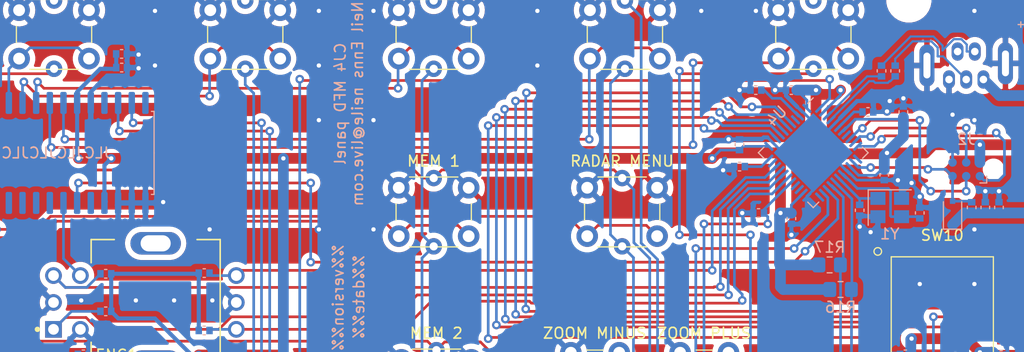
<source format=kicad_pcb>
(kicad_pcb (version 20171130) (host pcbnew "(5.1.10)-1")
  (title_block (date %%date%%) (rev %%version%%) (comment 2 "License: MIT") (comment 3 neile@live.com) (comment 4 "Neil Enns"))
  (layers (0 F.Cu signal hide) (31 B.Cu signal hide) (34 B.Paste user hide) (35 F.Paste user hide) (36 B.SilkS user) (37 F.SilkS user hide) (38 B.Mask user hide) (39 F.Mask user hide) (44 Edge.Cuts user hide))
  (net 0 "")
  (net 1 B')
  (net 2 GND)
  (net 3 B)
  (net 4 A')
  (net 5 A)
  (net 6 +5V)
  (net 7 "Net-(ENC1-Pad6)")
  (net 8 "Net-(ENC1-Pad7)")
  (net 9 E_BTN)
  (net 10 SDA)
  (net 11 SCL)
  (net 12 INTA_1)
  (net 13 INTA_2)
  (net 14 SDB)
  (net 15 LED_INTB)
  (net 16 LEFT)
  (net 17 CTR)
  (net 18 UP)
  (net 19 RIGHT)
  (net 20 DOWN)
  (net 21 "Net-(R9-Pad1)")
  (net 22 "Net-(R10-Pad1)")
  (net 23 CS1)
  (net 24 SW1)
  (net 25 UPR_MENU)
  (net 26 CS2)
  (net 27 ESC)
  (net 28 DATABASE)
  (net 29 CS3)
  (net 30 NAV_DATA)
  (net 31 CS4)
  (net 32 CHART)
  (net 33 CS5)
  (net 34 CS6)
  (net 35 CAS_PAGE)
  (net 36 LWR_MENU)
  (net 37 SW2)
  (net 38 MEM_1)
  (net 39 RADAR_MENU)
  (net 40 SW3)
  (net 41 CRSR)
  (net 42 MEM_2)
  (net 43 ZOOM_MINUS)
  (net 44 ZOOM_PLUS)
  (net 45 ENG)
  (net 46 SW4)
  (net 47 TERR_WX)
  (net 48 TFC)
  (net 49 MEM_3)
  (net 50 SYS)
  (net 51 CKLIST)
  (net 52 CS7)
  (net 53 PASS_BRIEF)
  (net 54 "Net-(U1-Pad11)")
  (net 55 "Net-(U2-Pad19)")
  (net 56 "Net-(U3-Pad1)")
  (net 57 "Net-(U3-Pad7)")
  (net 58 "Net-(U3-Pad8)")
  (net 59 "Net-(U3-Pad9)")
  (net 60 "Net-(U3-Pad10)")
  (net 61 "Net-(U3-Pad11)")
  (net 62 "Net-(U3-Pad13)")
  (net 63 "Net-(U3-Pad14)")
  (net 64 "Net-(U3-Pad15)")
  (net 65 "Net-(U3-Pad24)")
  (net 66 "Net-(U3-Pad25)")
  (net 67 "Net-(U3-Pad26)")
  (net 68 "Net-(U3-Pad27)")
  (net 69 "Net-(U3-Pad28)")
  (net 70 "Net-(U3-Pad30)")
  (net 71 "Net-(U3-Pad31)")
  (net 72 "Net-(U3-Pad32)")
  (net 73 "Net-(U3-Pad33)")
  (net 74 "Net-(U3-Pad36)")
  (net 75 "Net-(U3-Pad40)")
  (net 76 "Net-(U1-Pad19)")
  (net 77 "Net-(U1-Pad14)")
  (net 78 "Net-(U2-Pad11)")
  (net 79 "Net-(U2-Pad14)")
  (net 80 "Net-(U1-Pad2)")
  (net 81 "Net-(U1-Pad1)")
  (net 82 "Net-(C22-Pad1)")
  (net 83 "Net-(C25-Pad1)")
  (net 84 /ATmega32u4/XTAL1)
  (net 85 /ATmega32u4/XTAL2)
  (net 86 "Net-(D1-Pad2)")
  (net 87 RESET)
  (net 88 /ATmega32u4/VBUS)
  (net 89 /ATmega32u4/DR+)
  (net 90 /ATmega32u4/DR-)
  (net 91 "Net-(J1-Pad4)")
  (net 92 /ATmega32u4/MISO)
  (net 93 /ATmega32u4/SCK)
  (net 94 /ATmega32u4/MOSI)
  (net 95 /ATmega32u4/D+)
  (net 96 /ATmega32u4/D-)
  (net 97 "Net-(R21-Pad2)")
  (net 98 "Net-(U4-Pad12)")
  (net 99 "Net-(U4-Pad26)")
  (net 100 "Net-(U4-Pad32)")
  (net 101 "Net-(U4-Pad8)")
  (net 102 "Net-(U4-Pad22)")
  (net 103 "Net-(U4-Pad41)")
  (net 104 "Net-(U4-Pad25)")
  (net 105 "Net-(U2-Pad1)")
  (net 106 "Net-(U2-Pad2)")
  (net 107 "Net-(U2-Pad6)")
  (net 108 "Net-(U2-Pad7)")
  (net 109 "Net-(U2-Pad8)")
  (net 110 "Net-(U1-Pad24)")
  (net 111 "Net-(U1-Pad23)")
  (net 112 "Net-(U1-Pad22)")
  (net 113 "Net-(U1-Pad25)")
  (module CJ4-MFD-Menu-Panel:5_Way_Switch (layer F.Cu) (at 139.2555 52.7685)
    (fp_text reference SW10 (at 0 -6.5) (layer F.SilkS))
    (fp_text value 5_Way_Switch)
    (pad 6 smd rect (at 5.9 -3.5 180) (size 1.6 1.3) (layers F.Cu F.Paste F.Mask) (net 18 UP))
    (pad 1 smd rect (at -5.9 -3.5 180) (size 1.6 1.3) (layers F.Cu F.Paste F.Mask) (net 2 GND))
    (pad 5 smd rect (at 5.9 -0.7 180) (size 1.6 1.3) (layers F.Cu F.Paste F.Mask) (net 19 RIGHT))
    (pad 2 smd rect (at -5.9 -0.7 180) (size 1.6 1.3) (layers F.Cu F.Paste F.Mask) (net 16 LEFT))
    (pad 4 smd rect (at 5.9 3 180) (size 1.6 1.3) (layers F.Cu F.Paste F.Mask) (net 20 DOWN))
    (pad 3 smd rect (at -5.9 3) (size 1.6 1.3) (layers F.Cu F.Paste F.Mask) (net 17 CTR))
  )
  (module CJ4-MFD-Menu-Panel:ALPS-EC11EBB24C03-0 (layer F.Cu) (at 66.1035 52.5145 90)
    (fp_text reference ENC1 (at -4.8895 -1.5875) (layer F.SilkS) (effects (justify right)))
    (fp_text value EC11EBB24C03)
    (pad 10 thru_hole circle (at 2.5 7.5 90) (size 1.55 1.55) (drill 1) (layers *.Cu) (net 3 B))
    (pad 9 thru_hole circle (at 0 7.5 90) (size 1.55 1.55) (drill 1) (layers *.Cu) (net 2 GND))
    (pad 8 thru_hole circle (at -2.5 7.5 90) (size 1.55 1.55) (drill 1) (layers *.Cu) (net 5 A))
    (pad 5 thru_hole circle (at 2.5 -7 90) (size 1.55 1.55) (drill 1) (layers *.Cu) (net 9 E_BTN))
    (pad 4 thru_hole circle (at -2.5 -7 90) (size 1.55 1.55) (drill 1) (layers *.Cu) (net 2 GND))
    (pad 3 thru_hole circle (at 2.5 -9.5 90) (size 1.55 1.55) (drill 1) (layers *.Cu) (net 1 B'))
    (pad 2 thru_hole circle (at 0 -9.5 90) (size 1.55 1.55) (drill 1) (layers *.Cu) (net 2 GND))
    (pad 1 thru_hole rect (at -2.5 -9.5 90) (size 1.55 1.55) (drill 1) (layers *.Cu) (net 4 A'))
    (pad 7 thru_hole roundrect (at 5.5 0 90) (size 2.1 4.699999) (drill oval 1.5 2.8) (layers *.Cu) (roundrect_rratio 0.5) (net 8 "Net-(ENC1-Pad7)"))
    (pad 6 thru_hole roundrect (at -5.5 0 90) (size 2.1 4.699999) (drill oval 1.5 2.8) (layers *.Cu) (roundrect_rratio 0.5) (net 7 "Net-(ENC1-Pad6)"))
  )
  (module Package_DFN_QFN:QFN-44-1EP_7x7mm_P0.5mm_EP5.2x5.2mm (layer B.Cu) (at 127.254 38.588924 225)
    (fp_text reference U4 (at 0 4.82 225) (layer B.SilkS) (effects (justify mirror)))
    (fp_text value ATmega32U4RC-MU)
    (pad 1 smd roundrect (at -3.3375 2.5 225) (size 1.075 0.25) (layers B.Cu B.Paste B.Mask) (net 13 INTA_2))
    (pad 2 smd roundrect (at -3.3375 2 225) (size 1.075 0.25) (layers B.Cu B.Paste B.Mask) (net 6 +5V))
    (pad 3 smd roundrect (at -3.3375 1.5 225) (size 1.075 0.25) (layers B.Cu B.Paste B.Mask) (net 96 /ATmega32u4/D-))
    (pad 4 smd roundrect (at -3.3375 1 225) (size 1.075 0.25) (layers B.Cu B.Paste B.Mask) (net 95 /ATmega32u4/D+))
    (pad 5 smd roundrect (at -3.3375 0.5 225) (size 1.075 0.25) (layers B.Cu B.Paste B.Mask) (net 2 GND))
    (pad 6 smd roundrect (at -3.3375 0 225) (size 1.075 0.25) (layers B.Cu B.Paste B.Mask) (net 83 "Net-(C25-Pad1)"))
    (pad 7 smd roundrect (at -3.3375 -0.5 225) (size 1.075 0.25) (layers B.Cu B.Paste B.Mask) (net 6 +5V))
    (pad 8 smd roundrect (at -3.3375 -1 225) (size 1.075 0.25) (layers B.Cu B.Paste B.Mask) (net 101 "Net-(U4-Pad8)"))
    (pad 9 smd roundrect (at -3.3375 -1.5 225) (size 1.075 0.25) (layers B.Cu B.Paste B.Mask) (net 93 /ATmega32u4/SCK))
    (pad 10 smd roundrect (at -3.3375 -2 225) (size 1.075 0.25) (layers B.Cu B.Paste B.Mask) (net 94 /ATmega32u4/MOSI))
    (pad 11 smd roundrect (at -3.3375 -2.5 225) (size 1.075 0.25) (layers B.Cu B.Paste B.Mask) (net 92 /ATmega32u4/MISO))
    (pad 12 smd roundrect (at -2.5 -3.3375 225) (size 0.25 1.075) (layers B.Cu B.Paste B.Mask) (net 98 "Net-(U4-Pad12)"))
    (pad 13 smd roundrect (at -2 -3.3375 225) (size 0.25 1.075) (layers B.Cu B.Paste B.Mask) (net 87 RESET))
    (pad 14 smd roundrect (at -1.5 -3.3375 225) (size 0.25 1.075) (layers B.Cu B.Paste B.Mask) (net 6 +5V))
    (pad 15 smd roundrect (at -1 -3.3375 225) (size 0.25 1.075) (layers B.Cu B.Paste B.Mask) (net 2 GND))
    (pad 16 smd roundrect (at -0.5 -3.3375 225) (size 0.25 1.075) (layers B.Cu B.Paste B.Mask) (net 85 /ATmega32u4/XTAL2))
    (pad 17 smd roundrect (at 0 -3.3375 225) (size 0.25 1.075) (layers B.Cu B.Paste B.Mask) (net 84 /ATmega32u4/XTAL1))
    (pad 18 smd roundrect (at 0.5 -3.3375 225) (size 0.25 1.075) (layers B.Cu B.Paste B.Mask) (net 11 SCL))
    (pad 19 smd roundrect (at 1 -3.3375 225) (size 0.25 1.075) (layers B.Cu B.Paste B.Mask) (net 10 SDA))
    (pad 20 smd roundrect (at 1.5 -3.3375 225) (size 0.25 1.075) (layers B.Cu B.Paste B.Mask) (net 12 INTA_1))
    (pad 21 smd roundrect (at 2 -3.3375 225) (size 0.25 1.075) (layers B.Cu B.Paste B.Mask) (net 15 LED_INTB))
    (pad 22 smd roundrect (at 2.5 -3.3375 225) (size 0.25 1.075) (layers B.Cu B.Paste B.Mask) (net 102 "Net-(U4-Pad22)"))
    (pad 23 smd roundrect (at 3.3375 -2.5 225) (size 1.075 0.25) (layers B.Cu B.Paste B.Mask) (net 2 GND))
    (pad 24 smd roundrect (at 3.3375 -2 225) (size 1.075 0.25) (layers B.Cu B.Paste B.Mask) (net 6 +5V))
    (pad 25 smd roundrect (at 3.3375 -1.5 225) (size 1.075 0.25) (layers B.Cu B.Paste B.Mask) (net 104 "Net-(U4-Pad25)"))
    (pad 26 smd roundrect (at 3.3375 -1 225) (size 1.075 0.25) (layers B.Cu B.Paste B.Mask) (net 99 "Net-(U4-Pad26)"))
    (pad 27 smd roundrect (at 3.3375 -0.5 225) (size 1.075 0.25) (layers B.Cu B.Paste B.Mask) (net 14 SDB))
    (pad 28 smd roundrect (at 3.3375 0 225) (size 1.075 0.25) (layers B.Cu B.Paste B.Mask) (net 5 A))
    (pad 29 smd roundrect (at 3.3375 0.5 225) (size 1.075 0.25) (layers B.Cu B.Paste B.Mask) (net 4 A'))
    (pad 30 smd roundrect (at 3.3375 1 225) (size 1.075 0.25) (layers B.Cu B.Paste B.Mask) (net 1 B'))
    (pad 31 smd roundrect (at 3.3375 1.5 225) (size 1.075 0.25) (layers B.Cu B.Paste B.Mask) (net 3 B))
    (pad 32 smd roundrect (at 3.3375 2 225) (size 1.075 0.25) (layers B.Cu B.Paste B.Mask) (net 100 "Net-(U4-Pad32)"))
    (pad 33 smd roundrect (at 3.3375 2.5 225) (size 1.075 0.25) (layers B.Cu B.Paste B.Mask) (net 97 "Net-(R21-Pad2)"))
    (pad 34 smd roundrect (at 2.5 3.3375 225) (size 0.25 1.075) (layers B.Cu B.Paste B.Mask) (net 6 +5V))
    (pad 35 smd roundrect (at 2 3.3375 225) (size 0.25 1.075) (layers B.Cu B.Paste B.Mask) (net 2 GND))
    (pad 36 smd roundrect (at 1.5 3.3375 225) (size 0.25 1.075) (layers B.Cu B.Paste B.Mask) (net 17 CTR))
    (pad 37 smd roundrect (at 1 3.3375 225) (size 0.25 1.075) (layers B.Cu B.Paste B.Mask) (net 20 DOWN))
    (pad 38 smd roundrect (at 0.5 3.3375 225) (size 0.25 1.075) (layers B.Cu B.Paste B.Mask) (net 19 RIGHT))
    (pad 39 smd roundrect (at 0 3.3375 225) (size 0.25 1.075) (layers B.Cu B.Paste B.Mask) (net 18 UP))
    (pad 40 smd roundrect (at -0.5 3.3375 225) (size 0.25 1.075) (layers B.Cu B.Paste B.Mask) (net 16 LEFT))
    (pad 41 smd roundrect (at -1 3.3375 225) (size 0.25 1.075) (layers B.Cu B.Paste B.Mask) (net 103 "Net-(U4-Pad41)"))
    (pad 42 smd roundrect (at -1.5 3.3375 225) (size 0.25 1.075) (layers B.Cu B.Paste B.Mask) (net 82 "Net-(C22-Pad1)"))
    (pad 43 smd roundrect (at -2 3.3375 225) (size 0.25 1.075) (layers B.Cu B.Paste B.Mask) (net 2 GND))
    (pad 44 smd roundrect (at -2.5 3.3375 225) (size 0.25 1.075) (layers B.Cu B.Paste B.Mask) (net 6 +5V))
    (pad 45 smd rect (at 0 0 225) (size 5.2 5.2) (layers B.Cu B.Mask) (net 2 GND))
  )
  (module Package_QFP:TQFP-48-1EP_7x7mm_P0.5mm_EP5x5mm_ThermalVias (layer B.Cu) (at 140.462 64.262 45)
    (fp_text reference U3 (at 0 5.85 225) (layer B.SilkS) (effects (justify mirror)))
    (fp_text value IS31FL3733B)
    (pad 1 smd roundrect (at -4.1625 2.75 45) (size 1.475 0.3) (layers B.Cu B.Paste B.Mask) (net 56 "Net-(U3-Pad1)"))
    (pad 2 smd roundrect (at -4.1625 2.25 45) (size 1.475 0.3) (layers B.Cu B.Paste B.Mask) (net 24 SW1))
    (pad 3 smd roundrect (at -4.1625 1.75 45) (size 1.475 0.3) (layers B.Cu B.Paste B.Mask) (net 37 SW2))
    (pad 4 smd roundrect (at -4.1625 1.25 45) (size 1.475 0.3) (layers B.Cu B.Paste B.Mask) (net 40 SW3))
    (pad 5 smd roundrect (at -4.1625 0.75 45) (size 1.475 0.3) (layers B.Cu B.Paste B.Mask) (net 2 GND))
    (pad 6 smd roundrect (at -4.1625 0.25 45) (size 1.475 0.3) (layers B.Cu B.Paste B.Mask) (net 46 SW4))
    (pad 7 smd roundrect (at -4.1625 -0.25 45) (size 1.475 0.3) (layers B.Cu B.Paste B.Mask) (net 57 "Net-(U3-Pad7)"))
    (pad 8 smd roundrect (at -4.1625 -0.75 45) (size 1.475 0.3) (layers B.Cu B.Paste B.Mask) (net 58 "Net-(U3-Pad8)"))
    (pad 9 smd roundrect (at -4.1625 -1.25 45) (size 1.475 0.3) (layers B.Cu B.Paste B.Mask) (net 59 "Net-(U3-Pad9)"))
    (pad 10 smd roundrect (at -4.1625 -1.75 45) (size 1.475 0.3) (layers B.Cu B.Paste B.Mask) (net 60 "Net-(U3-Pad10)"))
    (pad 11 smd roundrect (at -4.1625 -2.25 45) (size 1.475 0.3) (layers B.Cu B.Paste B.Mask) (net 61 "Net-(U3-Pad11)"))
    (pad 12 smd roundrect (at -4.1625 -2.75 45) (size 1.475 0.3) (layers B.Cu B.Paste B.Mask) (net 2 GND))
    (pad 13 smd roundrect (at -2.75 -4.1625 45) (size 0.3 1.475) (layers B.Cu B.Paste B.Mask) (net 62 "Net-(U3-Pad13)"))
    (pad 14 smd roundrect (at -2.25 -4.1625 45) (size 0.3 1.475) (layers B.Cu B.Paste B.Mask) (net 63 "Net-(U3-Pad14)"))
    (pad 15 smd roundrect (at -1.75 -4.1625 45) (size 0.3 1.475) (layers B.Cu B.Paste B.Mask) (net 64 "Net-(U3-Pad15)"))
    (pad 16 smd roundrect (at -1.25 -4.1625 45) (size 0.3 1.475) (layers B.Cu B.Paste B.Mask) (net 23 CS1))
    (pad 17 smd roundrect (at -0.75 -4.1625 45) (size 0.3 1.475) (layers B.Cu B.Paste B.Mask) (net 26 CS2))
    (pad 18 smd roundrect (at -0.25 -4.1625 45) (size 0.3 1.475) (layers B.Cu B.Paste B.Mask) (net 29 CS3))
    (pad 19 smd roundrect (at 0.25 -4.1625 45) (size 0.3 1.475) (layers B.Cu B.Paste B.Mask) (net 31 CS4))
    (pad 20 smd roundrect (at 0.75 -4.1625 45) (size 0.3 1.475) (layers B.Cu B.Paste B.Mask) (net 6 +5V))
    (pad 21 smd roundrect (at 1.25 -4.1625 45) (size 0.3 1.475) (layers B.Cu B.Paste B.Mask) (net 33 CS5))
    (pad 22 smd roundrect (at 1.75 -4.1625 45) (size 0.3 1.475) (layers B.Cu B.Paste B.Mask) (net 34 CS6))
    (pad 23 smd roundrect (at 2.25 -4.1625 45) (size 0.3 1.475) (layers B.Cu B.Paste B.Mask) (net 52 CS7))
    (pad 24 smd roundrect (at 2.75 -4.1625 45) (size 0.3 1.475) (layers B.Cu B.Paste B.Mask) (net 65 "Net-(U3-Pad24)"))
    (pad 25 smd roundrect (at 4.1625 -2.75 45) (size 1.475 0.3) (layers B.Cu B.Paste B.Mask) (net 66 "Net-(U3-Pad25)"))
    (pad 26 smd roundrect (at 4.1625 -2.25 45) (size 1.475 0.3) (layers B.Cu B.Paste B.Mask) (net 67 "Net-(U3-Pad26)"))
    (pad 27 smd roundrect (at 4.1625 -1.75 45) (size 1.475 0.3) (layers B.Cu B.Paste B.Mask) (net 68 "Net-(U3-Pad27)"))
    (pad 28 smd roundrect (at 4.1625 -1.25 45) (size 1.475 0.3) (layers B.Cu B.Paste B.Mask) (net 69 "Net-(U3-Pad28)"))
    (pad 29 smd roundrect (at 4.1625 -0.75 45) (size 1.475 0.3) (layers B.Cu B.Paste B.Mask) (net 6 +5V))
    (pad 30 smd roundrect (at 4.1625 -0.25 45) (size 1.475 0.3) (layers B.Cu B.Paste B.Mask) (net 70 "Net-(U3-Pad30)"))
    (pad 31 smd roundrect (at 4.1625 0.25 45) (size 1.475 0.3) (layers B.Cu B.Paste B.Mask) (net 71 "Net-(U3-Pad31)"))
    (pad 32 smd roundrect (at 4.1625 0.75 45) (size 1.475 0.3) (layers B.Cu B.Paste B.Mask) (net 72 "Net-(U3-Pad32)"))
    (pad 33 smd roundrect (at 4.1625 1.25 45) (size 1.475 0.3) (layers B.Cu B.Paste B.Mask) (net 73 "Net-(U3-Pad33)"))
    (pad 34 smd roundrect (at 4.1625 1.75 45) (size 1.475 0.3) (layers B.Cu B.Paste B.Mask) (net 2 GND))
    (pad 35 smd roundrect (at 4.1625 2.25 45) (size 1.475 0.3) (layers B.Cu B.Paste B.Mask) (net 22 "Net-(R10-Pad1)"))
    (pad 36 smd roundrect (at 4.1625 2.75 45) (size 1.475 0.3) (layers B.Cu B.Paste B.Mask) (net 74 "Net-(U3-Pad36)"))
    (pad 37 smd roundrect (at 2.75 4.1625 45) (size 0.3 1.475) (layers B.Cu B.Paste B.Mask) (net 6 +5V))
    (pad 38 smd roundrect (at 2.25 4.1625 45) (size 0.3 1.475) (layers B.Cu B.Paste B.Mask) (net 6 +5V))
    (pad 39 smd roundrect (at 1.75 4.1625 45) (size 0.3 1.475) (layers B.Cu B.Paste B.Mask) (net 6 +5V))
    (pad 40 smd roundrect (at 1.25 4.1625 45) (size 0.3 1.475) (layers B.Cu B.Paste B.Mask) (net 75 "Net-(U3-Pad40)"))
    (pad 41 smd roundrect (at 0.75 4.1625 45) (size 0.3 1.475) (layers B.Cu B.Paste B.Mask) (net 10 SDA))
    (pad 42 smd roundrect (at 0.25 4.1625 45) (size 0.3 1.475) (layers B.Cu B.Paste B.Mask) (net 11 SCL))
    (pad 43 smd roundrect (at -0.25 4.1625 45) (size 0.3 1.475) (layers B.Cu B.Paste B.Mask) (net 2 GND))
    (pad 44 smd roundrect (at -0.75 4.1625 45) (size 0.3 1.475) (layers B.Cu B.Paste B.Mask) (net 2 GND))
    (pad 45 smd roundrect (at -1.25 4.1625 45) (size 0.3 1.475) (layers B.Cu B.Paste B.Mask) (net 15 LED_INTB))
    (pad 46 smd roundrect (at -1.75 4.1625 45) (size 0.3 1.475) (layers B.Cu B.Paste B.Mask) (net 14 SDB))
    (pad 47 smd roundrect (at -2.25 4.1625 45) (size 0.3 1.475) (layers B.Cu B.Paste B.Mask) (net 21 "Net-(R9-Pad1)"))
    (pad 48 smd roundrect (at -2.75 4.1625 45) (size 0.3 1.475) (layers B.Cu B.Paste B.Mask) (net 2 GND))
    (pad 49 smd rect (at 0 0 45) (size 5 5) (layers B.Cu B.Mask) (net 2 GND))
    (pad 49 thru_hole circle (at -2.25 2.25 45) (size 0.5 0.5) (drill 0.2) (layers *.Cu) (net 2 GND))
    (pad 49 thru_hole circle (at -1.125 2.25 45) (size 0.5 0.5) (drill 0.2) (layers *.Cu) (net 2 GND))
    (pad 49 thru_hole circle (at 0 2.25 45) (size 0.5 0.5) (drill 0.2) (layers *.Cu) (net 2 GND))
    (pad 49 thru_hole circle (at 1.125 2.25 45) (size 0.5 0.5) (drill 0.2) (layers *.Cu) (net 2 GND))
    (pad 49 thru_hole circle (at 2.25 2.25 45) (size 0.5 0.5) (drill 0.2) (layers *.Cu) (net 2 GND))
    (pad 49 thru_hole circle (at -2.25 1.125 45) (size 0.5 0.5) (drill 0.2) (layers *.Cu) (net 2 GND))
    (pad 49 thru_hole circle (at -1.125 1.125 45) (size 0.5 0.5) (drill 0.2) (layers *.Cu) (net 2 GND))
    (pad 49 thru_hole circle (at 0 1.125 45) (size 0.5 0.5) (drill 0.2) (layers *.Cu) (net 2 GND))
    (pad 49 thru_hole circle (at 1.125 1.125 45) (size 0.5 0.5) (drill 0.2) (layers *.Cu) (net 2 GND))
    (pad 49 thru_hole circle (at 2.25 1.125 45) (size 0.5 0.5) (drill 0.2) (layers *.Cu) (net 2 GND))
    (pad 49 thru_hole circle (at -2.25 0 45) (size 0.5 0.5) (drill 0.2) (layers *.Cu) (net 2 GND))
    (pad 49 thru_hole circle (at -1.125 0 45) (size 0.5 0.5) (drill 0.2) (layers *.Cu) (net 2 GND))
    (pad 49 thru_hole circle (at 0 0 45) (size 0.5 0.5) (drill 0.2) (layers *.Cu) (net 2 GND))
    (pad 49 thru_hole circle (at 1.125 0 45) (size 0.5 0.5) (drill 0.2) (layers *.Cu) (net 2 GND))
    (pad 49 thru_hole circle (at 2.25 0 45) (size 0.5 0.5) (drill 0.2) (layers *.Cu) (net 2 GND))
    (pad 49 thru_hole circle (at -2.25 -1.125 45) (size 0.5 0.5) (drill 0.2) (layers *.Cu) (net 2 GND))
    (pad 49 thru_hole circle (at -1.125 -1.125 45) (size 0.5 0.5) (drill 0.2) (layers *.Cu) (net 2 GND))
    (pad 49 thru_hole circle (at 0 -1.125 45) (size 0.5 0.5) (drill 0.2) (layers *.Cu) (net 2 GND))
    (pad 49 thru_hole circle (at 1.125 -1.125 45) (size 0.5 0.5) (drill 0.2) (layers *.Cu) (net 2 GND))
    (pad 49 thru_hole circle (at 2.25 -1.125 45) (size 0.5 0.5) (drill 0.2) (layers *.Cu) (net 2 GND))
    (pad 49 thru_hole circle (at -2.25 -2.25 45) (size 0.5 0.5) (drill 0.2) (layers *.Cu) (net 2 GND))
    (pad 49 thru_hole circle (at -1.125 -2.25 45) (size 0.5 0.5) (drill 0.2) (layers *.Cu) (net 2 GND))
    (pad 49 thru_hole circle (at 0 -2.25 45) (size 0.5 0.5) (drill 0.2) (layers *.Cu) (net 2 GND))
    (pad 49 thru_hole circle (at 1.125 -2.25 45) (size 0.5 0.5) (drill 0.2) (layers *.Cu) (net 2 GND))
    (pad 49 thru_hole circle (at 2.25 -2.25 45) (size 0.5 0.5) (drill 0.2) (layers *.Cu) (net 2 GND))
    (pad 49 smd rect (at 0 0 45) (size 5 5) (layers F.Cu) (net 2 GND))
  )
  (module CJ4-MFD-Menu-Panel:SW_PUSH_6mm (layer F.Cu) (at 114.8715 63.6905 90)
    (fp_text reference SW14 hide)
    (fp_text value SW_Push_LED)
    (pad 4 thru_hole circle (at 3.25 5.45 90) (size 1.524 1.524) (drill 0.762) (layers *.Cu *.Mask) (net 34 CS6))
    (pad 3 thru_hole circle (at 3.25 -0.9 90) (size 1.524 1.524) (drill 0.762) (layers *.Cu *.Mask) (net 40 SW3))
    (pad 2 thru_hole circle (at 0 4.5 180) (size 2 2) (drill 1.1) (layers *.Cu *.Mask) (net 44 ZOOM_PLUS))
    (pad 1 thru_hole circle (at 0 0 180) (size 2 2) (drill 1.1) (layers *.Cu *.Mask) (net 2 GND))
    (pad 2 thru_hole circle (at 6.5 4.5 180) (size 2 2) (drill 1.1) (layers *.Cu *.Mask) (net 44 ZOOM_PLUS))
    (pad 1 thru_hole circle (at 6.5 0 180) (size 2 2) (drill 1.1) (layers *.Cu *.Mask) (net 2 GND))
  )
  (module CJ4-MFD-Menu-Panel:Perfect_0402 (layer B.Cu) (at 59.3725 58.6105)
    (fp_text reference C5)
    (fp_text value 1uf hide)
    (pad 1 smd rect (at -0.5 0) (size 0.6 0.7) (layers B.Cu B.Paste B.Mask) (net 6 +5V))
    (pad 2 smd rect (at 0.5 0) (size 0.6 0.7) (layers B.Cu B.Paste B.Mask) (net 2 GND))
  )
  (module CJ4-MFD-Menu-Panel:Perfect_0402 (layer B.Cu) (at 59.3725 57.3405)
    (fp_text reference C6)
    (fp_text value 100nf hide)
    (pad 2 smd rect (at 0.5 0) (size 0.6 0.7) (layers B.Cu B.Paste B.Mask) (net 2 GND))
    (pad 1 smd rect (at -0.5 0) (size 0.6 0.7) (layers B.Cu B.Paste B.Mask) (net 6 +5V))
  )
  (module CJ4-MFD-Menu-Panel:Perfect_0402 (layer B.Cu) (at 62.9285 29.4005)
    (fp_text reference C7)
    (fp_text value 1uf hide)
    (pad 1 smd rect (at -0.5 0) (size 0.6 0.7) (layers B.Cu B.Paste B.Mask) (net 6 +5V))
    (pad 2 smd rect (at 0.5 0) (size 0.6 0.7) (layers B.Cu B.Paste B.Mask) (net 2 GND))
  )
  (module CJ4-MFD-Menu-Panel:Perfect_0402 (layer B.Cu) (at 62.9365 30.6705)
    (fp_text reference C8)
    (fp_text value 100nf hide)
    (pad 2 smd rect (at 0.5 0) (size 0.6 0.7) (layers B.Cu B.Paste B.Mask) (net 2 GND))
    (pad 1 smd rect (at -0.5 0) (size 0.6 0.7) (layers B.Cu B.Paste B.Mask) (net 6 +5V))
  )
  (module CJ4-MFD-Menu-Panel:Perfect_0402 (layer B.Cu) (at 135.8265 57.3405 180)
    (fp_text reference C9)
    (fp_text value 470nf hide)
    (pad 2 smd rect (at 0.5 0 180) (size 0.6 0.7) (layers B.Cu B.Paste B.Mask) (net 2 GND))
    (pad 1 smd rect (at -0.5 0 180) (size 0.6 0.7) (layers B.Cu B.Paste B.Mask) (net 6 +5V))
  )
  (module CJ4-MFD-Menu-Panel:Perfect_0402 (layer B.Cu) (at 135.8345 58.6105 180)
    (fp_text reference C10)
    (fp_text value 100nf hide)
    (pad 1 smd rect (at -0.5 0 180) (size 0.6 0.7) (layers B.Cu B.Paste B.Mask) (net 6 +5V))
    (pad 2 smd rect (at 0.5 0 180) (size 0.6 0.7) (layers B.Cu B.Paste B.Mask) (net 2 GND))
  )
  (module CJ4-MFD-Menu-Panel:Perfect_0402 (layer B.Cu) (at 144.7085 58.6105)
    (fp_text reference C11)
    (fp_text value 470nf hide)
    (pad 2 smd rect (at 0.5 0) (size 0.6 0.7) (layers B.Cu B.Paste B.Mask) (net 2 GND))
    (pad 1 smd rect (at -0.5 0) (size 0.6 0.7) (layers B.Cu B.Paste B.Mask) (net 6 +5V))
  )
  (module CJ4-MFD-Menu-Panel:Perfect_0402 (layer B.Cu) (at 144.7165 57.404)
    (fp_text reference C12)
    (fp_text value 100nf hide)
    (pad 1 smd rect (at -0.5 0) (size 0.6 0.7) (layers B.Cu B.Paste B.Mask) (net 6 +5V))
    (pad 2 smd rect (at 0.5 0) (size 0.6 0.7) (layers B.Cu B.Paste B.Mask) (net 2 GND))
  )
  (module CJ4-MFD-Menu-Panel:Perfect_0402 (layer B.Cu) (at 148.5265 64.8335 90)
    (fp_text reference C13)
    (fp_text value 470nf hide)
    (pad 2 smd rect (at 0.5 0 90) (size 0.6 0.7) (layers B.Cu B.Paste B.Mask) (net 2 GND))
    (pad 1 smd rect (at -0.5 0 90) (size 0.6 0.7) (layers B.Cu B.Paste B.Mask) (net 6 +5V))
  )
  (module CJ4-MFD-Menu-Panel:Perfect_0402 (layer B.Cu) (at 147.32 64.8335 90)
    (fp_text reference C14)
    (fp_text value 100nf hide)
    (pad 1 smd rect (at -0.5 0 90) (size 0.6 0.7) (layers B.Cu B.Paste B.Mask) (net 6 +5V))
    (pad 2 smd rect (at 0.5 0 90) (size 0.6 0.7) (layers B.Cu B.Paste B.Mask) (net 2 GND))
  )
  (module CJ4-MFD-Menu-Panel:Perfect_0402 (layer B.Cu) (at 147.828 66.548)
    (fp_text reference C15)
    (fp_text value 470nf hide)
    (pad 1 smd rect (at -0.5 0) (size 0.6 0.7) (layers B.Cu B.Paste B.Mask) (net 6 +5V))
    (pad 2 smd rect (at 0.5 0) (size 0.6 0.7) (layers B.Cu B.Paste B.Mask) (net 2 GND))
  )
  (module CJ4-MFD-Menu-Panel:Perfect_0402 (layer B.Cu) (at 70.612 55.118)
    (fp_text reference R1)
    (fp_text value 10k hide)
    (pad 1 smd rect (at -0.5 0) (size 0.6 0.7) (layers B.Cu B.Paste B.Mask) (net 6 +5V))
    (pad 2 smd rect (at 0.5 0) (size 0.6 0.7) (layers B.Cu B.Paste B.Mask) (net 5 A))
  )
  (module CJ4-MFD-Menu-Panel:Perfect_0402 (layer B.Cu) (at 61.468 53.34 180)
    (fp_text reference R2)
    (fp_text value 10k hide)
    (pad 2 smd rect (at 0.5 0 180) (size 0.6 0.7) (layers B.Cu B.Paste B.Mask) (net 4 A'))
    (pad 1 smd rect (at -0.5 0 180) (size 0.6 0.7) (layers B.Cu B.Paste B.Mask) (net 6 +5V))
  )
  (module CJ4-MFD-Menu-Panel:Perfect_0402 (layer B.Cu) (at 70.612 49.784)
    (fp_text reference R3)
    (fp_text value 10k hide)
    (pad 2 smd rect (at 0.5 0) (size 0.6 0.7) (layers B.Cu B.Paste B.Mask) (net 3 B))
    (pad 1 smd rect (at -0.5 0) (size 0.6 0.7) (layers B.Cu B.Paste B.Mask) (net 6 +5V))
  )
  (module CJ4-MFD-Menu-Panel:Perfect_0402 (layer B.Cu) (at 61.468 49.8475 180)
    (fp_text reference R4)
    (fp_text value 10k hide)
    (pad 2 smd rect (at 0.5 0 180) (size 0.6 0.7) (layers B.Cu B.Paste B.Mask) (net 1 B'))
    (pad 1 smd rect (at -0.5 0 180) (size 0.6 0.7) (layers B.Cu B.Paste B.Mask) (net 6 +5V))
  )
  (module CJ4-MFD-Menu-Panel:Perfect_0402 (layer B.Cu) (at 144.018 70.104)
    (fp_text reference R9)
    (fp_text value 100k hide)
    (pad 2 smd rect (at 0.5 0) (size 0.6 0.7) (layers B.Cu B.Paste B.Mask) (net 2 GND))
    (pad 1 smd rect (at -0.5 0) (size 0.6 0.7) (layers B.Cu B.Paste B.Mask) (net 21 "Net-(R9-Pad1)"))
  )
  (module CJ4-MFD-Menu-Panel:Perfect_0402 (layer B.Cu) (at 147.828 61.214)
    (fp_text reference R10)
    (fp_text value 47k hide)
    (pad 2 smd rect (at 0.5 0) (size 0.6 0.7) (layers B.Cu B.Paste B.Mask) (net 2 GND))
    (pad 1 smd rect (at -0.5 0) (size 0.6 0.7) (layers B.Cu B.Paste B.Mask) (net 22 "Net-(R10-Pad1)"))
  )
  (module CJ4-MFD-Menu-Panel:SW_PUSH_6mm (layer F.Cu) (at 35.8775 25.3365)
    (fp_text reference SW1 hide)
    (fp_text value SW_Push_LED)
    (pad 4 thru_hole circle (at 3.25 5.45) (size 1.524 1.524) (drill 0.762) (layers *.Cu *.Mask) (net 23 CS1))
    (pad 3 thru_hole circle (at 3.25 -0.9) (size 1.524 1.524) (drill 0.762) (layers *.Cu *.Mask) (net 24 SW1))
    (pad 2 thru_hole circle (at 0 4.5 90) (size 2 2) (drill 1.1) (layers *.Cu *.Mask) (net 25 UPR_MENU))
    (pad 1 thru_hole circle (at 0 0 90) (size 2 2) (drill 1.1) (layers *.Cu *.Mask) (net 2 GND))
    (pad 2 thru_hole circle (at 6.5 4.5 90) (size 2 2) (drill 1.1) (layers *.Cu *.Mask) (net 25 UPR_MENU))
    (pad 1 thru_hole circle (at 6.5 0 90) (size 2 2) (drill 1.1) (layers *.Cu *.Mask) (net 2 GND))
  )
  (module CJ4-MFD-Menu-Panel:SW_PUSH_6mm (layer F.Cu) (at 53.4035 25.3365)
    (fp_text reference SW2 hide)
    (fp_text value SW_Push_LED)
    (pad 4 thru_hole circle (at 3.25 5.45) (size 1.524 1.524) (drill 0.762) (layers *.Cu *.Mask) (net 26 CS2))
    (pad 3 thru_hole circle (at 3.25 -0.9) (size 1.524 1.524) (drill 0.762) (layers *.Cu *.Mask) (net 24 SW1))
    (pad 2 thru_hole circle (at 0 4.5 90) (size 2 2) (drill 1.1) (layers *.Cu *.Mask) (net 27 ESC))
    (pad 1 thru_hole circle (at 0 0 90) (size 2 2) (drill 1.1) (layers *.Cu *.Mask) (net 2 GND))
    (pad 2 thru_hole circle (at 6.5 4.5 90) (size 2 2) (drill 1.1) (layers *.Cu *.Mask) (net 27 ESC))
    (pad 1 thru_hole circle (at 6.5 0 90) (size 2 2) (drill 1.1) (layers *.Cu *.Mask) (net 2 GND))
  )
  (module CJ4-MFD-Menu-Panel:SW_PUSH_6mm (layer F.Cu) (at 71.1835 25.3365)
    (fp_text reference SW3 hide)
    (fp_text value SW_Push_LED)
    (pad 1 thru_hole circle (at 6.5 0 90) (size 2 2) (drill 1.1) (layers *.Cu *.Mask) (net 2 GND))
    (pad 2 thru_hole circle (at 6.5 4.5 90) (size 2 2) (drill 1.1) (layers *.Cu *.Mask) (net 28 DATABASE))
    (pad 1 thru_hole circle (at 0 0 90) (size 2 2) (drill 1.1) (layers *.Cu *.Mask) (net 2 GND))
    (pad 2 thru_hole circle (at 0 4.5 90) (size 2 2) (drill 1.1) (layers *.Cu *.Mask) (net 28 DATABASE))
    (pad 3 thru_hole circle (at 3.25 -0.9) (size 1.524 1.524) (drill 0.762) (layers *.Cu *.Mask) (net 24 SW1))
    (pad 4 thru_hole circle (at 3.25 5.45) (size 1.524 1.524) (drill 0.762) (layers *.Cu *.Mask) (net 29 CS3))
  )
  (module CJ4-MFD-Menu-Panel:SW_PUSH_6mm (layer F.Cu) (at 88.7095 25.3365)
    (fp_text reference SW4 hide)
    (fp_text value SW_Push_LED)
    (pad 1 thru_hole circle (at 6.5 0 90) (size 2 2) (drill 1.1) (layers *.Cu *.Mask) (net 2 GND))
    (pad 2 thru_hole circle (at 6.5 4.5 90) (size 2 2) (drill 1.1) (layers *.Cu *.Mask) (net 30 NAV_DATA))
    (pad 1 thru_hole circle (at 0 0 90) (size 2 2) (drill 1.1) (layers *.Cu *.Mask) (net 2 GND))
    (pad 2 thru_hole circle (at 0 4.5 90) (size 2 2) (drill 1.1) (layers *.Cu *.Mask) (net 30 NAV_DATA))
    (pad 3 thru_hole circle (at 3.25 -0.9) (size 1.524 1.524) (drill 0.762) (layers *.Cu *.Mask) (net 24 SW1))
    (pad 4 thru_hole circle (at 3.25 5.45) (size 1.524 1.524) (drill 0.762) (layers *.Cu *.Mask) (net 31 CS4))
  )
  (module CJ4-MFD-Menu-Panel:SW_PUSH_6mm (layer F.Cu) (at 106.4895 25.3365)
    (fp_text reference SW5 hide)
    (fp_text value SW_Push_LED)
    (pad 1 thru_hole circle (at 6.5 0 90) (size 2 2) (drill 1.1) (layers *.Cu *.Mask) (net 2 GND))
    (pad 2 thru_hole circle (at 6.5 4.5 90) (size 2 2) (drill 1.1) (layers *.Cu *.Mask) (net 32 CHART))
    (pad 1 thru_hole circle (at 0 0 90) (size 2 2) (drill 1.1) (layers *.Cu *.Mask) (net 2 GND))
    (pad 2 thru_hole circle (at 0 4.5 90) (size 2 2) (drill 1.1) (layers *.Cu *.Mask) (net 32 CHART))
    (pad 3 thru_hole circle (at 3.25 -0.9) (size 1.524 1.524) (drill 0.762) (layers *.Cu *.Mask) (net 24 SW1))
    (pad 4 thru_hole circle (at 3.25 5.45) (size 1.524 1.524) (drill 0.762) (layers *.Cu *.Mask) (net 33 CS5))
  )
  (module CJ4-MFD-Menu-Panel:SW_PUSH_6mm (layer F.Cu) (at 124.0155 25.3365)
    (fp_text reference SW6 hide)
    (fp_text value SW_Push_LED)
    (pad 4 thru_hole circle (at 3.25 5.45) (size 1.524 1.524) (drill 0.762) (layers *.Cu *.Mask) (net 34 CS6))
    (pad 3 thru_hole circle (at 3.25 -0.9) (size 1.524 1.524) (drill 0.762) (layers *.Cu *.Mask) (net 24 SW1))
    (pad 2 thru_hole circle (at 0 4.5 90) (size 2 2) (drill 1.1) (layers *.Cu *.Mask) (net 35 CAS_PAGE))
    (pad 1 thru_hole circle (at 0 0 90) (size 2 2) (drill 1.1) (layers *.Cu *.Mask) (net 2 GND))
    (pad 2 thru_hole circle (at 6.5 4.5 90) (size 2 2) (drill 1.1) (layers *.Cu *.Mask) (net 35 CAS_PAGE))
    (pad 1 thru_hole circle (at 6.5 0 90) (size 2 2) (drill 1.1) (layers *.Cu *.Mask) (net 2 GND))
  )
  (module CJ4-MFD-Menu-Panel:SW_PUSH_6mm (layer F.Cu) (at 35.8775 41.5925)
    (fp_text reference SW7 hide)
    (fp_text value SW_Push_LED)
    (pad 1 thru_hole circle (at 6.5 0 90) (size 2 2) (drill 1.1) (layers *.Cu *.Mask) (net 2 GND))
    (pad 2 thru_hole circle (at 6.5 4.5 90) (size 2 2) (drill 1.1) (layers *.Cu *.Mask) (net 36 LWR_MENU))
    (pad 1 thru_hole circle (at 0 0 90) (size 2 2) (drill 1.1) (layers *.Cu *.Mask) (net 2 GND))
    (pad 2 thru_hole circle (at 0 4.5 90) (size 2 2) (drill 1.1) (layers *.Cu *.Mask) (net 36 LWR_MENU))
    (pad 3 thru_hole circle (at 3.25 -0.9) (size 1.524 1.524) (drill 0.762) (layers *.Cu *.Mask) (net 37 SW2))
    (pad 4 thru_hole circle (at 3.25 5.45) (size 1.524 1.524) (drill 0.762) (layers *.Cu *.Mask) (net 23 CS1))
  )
  (module CJ4-MFD-Menu-Panel:SW_PUSH_6mm (layer F.Cu) (at 88.7095 41.8465)
    (fp_text reference SW8 hide)
    (fp_text value SW_Push_LED)
    (pad 1 thru_hole circle (at 6.5 0 90) (size 2 2) (drill 1.1) (layers *.Cu *.Mask) (net 2 GND))
    (pad 2 thru_hole circle (at 6.5 4.5 90) (size 2 2) (drill 1.1) (layers *.Cu *.Mask) (net 38 MEM_1))
    (pad 1 thru_hole circle (at 0 0 90) (size 2 2) (drill 1.1) (layers *.Cu *.Mask) (net 2 GND))
    (pad 2 thru_hole circle (at 0 4.5 90) (size 2 2) (drill 1.1) (layers *.Cu *.Mask) (net 38 MEM_1))
    (pad 3 thru_hole circle (at 3.25 -0.9) (size 1.524 1.524) (drill 0.762) (layers *.Cu *.Mask) (net 37 SW2))
    (pad 4 thru_hole circle (at 3.25 5.45) (size 1.524 1.524) (drill 0.762) (layers *.Cu *.Mask) (net 31 CS4))
  )
  (module CJ4-MFD-Menu-Panel:SW_PUSH_6mm (layer F.Cu) (at 106.2355 41.8465)
    (fp_text reference SW9 hide)
    (fp_text value SW_Push_LED)
    (pad 4 thru_hole circle (at 3.25 5.45) (size 1.524 1.524) (drill 0.762) (layers *.Cu *.Mask) (net 33 CS5))
    (pad 3 thru_hole circle (at 3.25 -0.9) (size 1.524 1.524) (drill 0.762) (layers *.Cu *.Mask) (net 37 SW2))
    (pad 2 thru_hole circle (at 0 4.5 90) (size 2 2) (drill 1.1) (layers *.Cu *.Mask) (net 39 RADAR_MENU))
    (pad 1 thru_hole circle (at 0 0 90) (size 2 2) (drill 1.1) (layers *.Cu *.Mask) (net 2 GND))
    (pad 2 thru_hole circle (at 6.5 4.5 90) (size 2 2) (drill 1.1) (layers *.Cu *.Mask) (net 39 RADAR_MENU))
    (pad 1 thru_hole circle (at 6.5 0 90) (size 2 2) (drill 1.1) (layers *.Cu *.Mask) (net 2 GND))
  )
  (module CJ4-MFD-Menu-Panel:SW_PUSH_6mm (layer F.Cu) (at 35.8775 58.1025)
    (fp_text reference SW11 hide)
    (fp_text value SW_Push_LED)
    (pad 4 thru_hole circle (at 3.25 5.45) (size 1.524 1.524) (drill 0.762) (layers *.Cu *.Mask) (net 23 CS1))
    (pad 3 thru_hole circle (at 3.25 -0.9) (size 1.524 1.524) (drill 0.762) (layers *.Cu *.Mask) (net 40 SW3))
    (pad 2 thru_hole circle (at 0 4.5 90) (size 2 2) (drill 1.1) (layers *.Cu *.Mask) (net 41 CRSR))
    (pad 1 thru_hole circle (at 0 0 90) (size 2 2) (drill 1.1) (layers *.Cu *.Mask) (net 2 GND))
    (pad 2 thru_hole circle (at 6.5 4.5 90) (size 2 2) (drill 1.1) (layers *.Cu *.Mask) (net 41 CRSR))
    (pad 1 thru_hole circle (at 6.5 0 90) (size 2 2) (drill 1.1) (layers *.Cu *.Mask) (net 2 GND))
  )
  (module CJ4-MFD-Menu-Panel:SW_PUSH_6mm (layer F.Cu) (at 88.9635 57.8485)
    (fp_text reference SW12 hide)
    (fp_text value SW_Push_LED)
    (pad 1 thru_hole circle (at 6.5 0 90) (size 2 2) (drill 1.1) (layers *.Cu *.Mask) (net 2 GND))
    (pad 2 thru_hole circle (at 6.5 4.5 90) (size 2 2) (drill 1.1) (layers *.Cu *.Mask) (net 42 MEM_2))
    (pad 1 thru_hole circle (at 0 0 90) (size 2 2) (drill 1.1) (layers *.Cu *.Mask) (net 2 GND))
    (pad 2 thru_hole circle (at 0 4.5 90) (size 2 2) (drill 1.1) (layers *.Cu *.Mask) (net 42 MEM_2))
    (pad 3 thru_hole circle (at 3.25 -0.9) (size 1.524 1.524) (drill 0.762) (layers *.Cu *.Mask) (net 40 SW3))
    (pad 4 thru_hole circle (at 3.25 5.45) (size 1.524 1.524) (drill 0.762) (layers *.Cu *.Mask) (net 31 CS4))
  )
  (module CJ4-MFD-Menu-Panel:SW_PUSH_6mm (layer F.Cu) (at 104.7115 63.6905 90)
    (fp_text reference SW13 hide)
    (fp_text value SW_Push_LED)
    (pad 1 thru_hole circle (at 6.5 0 180) (size 2 2) (drill 1.1) (layers *.Cu *.Mask) (net 2 GND))
    (pad 2 thru_hole circle (at 6.5 4.5 180) (size 2 2) (drill 1.1) (layers *.Cu *.Mask) (net 43 ZOOM_MINUS))
    (pad 1 thru_hole circle (at 0 0 180) (size 2 2) (drill 1.1) (layers *.Cu *.Mask) (net 2 GND))
    (pad 2 thru_hole circle (at 0 4.5 180) (size 2 2) (drill 1.1) (layers *.Cu *.Mask) (net 43 ZOOM_MINUS))
    (pad 3 thru_hole circle (at 3.25 -0.9 90) (size 1.524 1.524) (drill 0.762) (layers *.Cu *.Mask) (net 40 SW3))
    (pad 4 thru_hole circle (at 3.25 5.45 90) (size 1.524 1.524) (drill 0.762) (layers *.Cu *.Mask) (net 33 CS5))
  )
  (module CJ4-MFD-Menu-Panel:SW_PUSH_6mm (layer F.Cu) (at 35.8775 74.1045)
    (fp_text reference SW15 hide)
    (fp_text value SW_Push_LED)
    (pad 1 thru_hole circle (at 6.5 0 90) (size 2 2) (drill 1.1) (layers *.Cu *.Mask) (net 2 GND))
    (pad 2 thru_hole circle (at 6.5 4.5 90) (size 2 2) (drill 1.1) (layers *.Cu *.Mask) (net 45 ENG))
    (pad 1 thru_hole circle (at 0 0 90) (size 2 2) (drill 1.1) (layers *.Cu *.Mask) (net 2 GND))
    (pad 2 thru_hole circle (at 0 4.5 90) (size 2 2) (drill 1.1) (layers *.Cu *.Mask) (net 45 ENG))
    (pad 3 thru_hole circle (at 3.25 -0.9) (size 1.524 1.524) (drill 0.762) (layers *.Cu *.Mask) (net 46 SW4))
    (pad 4 thru_hole circle (at 3.25 5.45) (size 1.524 1.524) (drill 0.762) (layers *.Cu *.Mask) (net 23 CS1))
  )
  (module CJ4-MFD-Menu-Panel:SW_PUSH_6mm (layer F.Cu) (at 53.6575 74.1045)
    (fp_text reference SW16 hide)
    (fp_text value SW_Push_LED)
    (pad 4 thru_hole circle (at 3.25 5.45) (size 1.524 1.524) (drill 0.762) (layers *.Cu *.Mask) (net 26 CS2))
    (pad 3 thru_hole circle (at 3.25 -0.9) (size 1.524 1.524) (drill 0.762) (layers *.Cu *.Mask) (net 46 SW4))
    (pad 2 thru_hole circle (at 0 4.5 90) (size 2 2) (drill 1.1) (layers *.Cu *.Mask) (net 47 TERR_WX))
    (pad 1 thru_hole circle (at 0 0 90) (size 2 2) (drill 1.1) (layers *.Cu *.Mask) (net 2 GND))
    (pad 2 thru_hole circle (at 6.5 4.5 90) (size 2 2) (drill 1.1) (layers *.Cu *.Mask) (net 47 TERR_WX))
    (pad 1 thru_hole circle (at 6.5 0 90) (size 2 2) (drill 1.1) (layers *.Cu *.Mask) (net 2 GND))
  )
  (module CJ4-MFD-Menu-Panel:SW_PUSH_6mm (layer F.Cu) (at 71.4375 74.1045)
    (fp_text reference SW17 hide)
    (fp_text value SW_Push_LED)
    (pad 1 thru_hole circle (at 6.5 0 90) (size 2 2) (drill 1.1) (layers *.Cu *.Mask) (net 2 GND))
    (pad 2 thru_hole circle (at 6.5 4.5 90) (size 2 2) (drill 1.1) (layers *.Cu *.Mask) (net 48 TFC))
    (pad 1 thru_hole circle (at 0 0 90) (size 2 2) (drill 1.1) (layers *.Cu *.Mask) (net 2 GND))
    (pad 2 thru_hole circle (at 0 4.5 90) (size 2 2) (drill 1.1) (layers *.Cu *.Mask) (net 48 TFC))
    (pad 3 thru_hole circle (at 3.25 -0.9) (size 1.524 1.524) (drill 0.762) (layers *.Cu *.Mask) (net 46 SW4))
    (pad 4 thru_hole circle (at 3.25 5.45) (size 1.524 1.524) (drill 0.762) (layers *.Cu *.Mask) (net 29 CS3))
  )
  (module CJ4-MFD-Menu-Panel:SW_PUSH_6mm (layer F.Cu) (at 88.7095 74.1045)
    (fp_text reference SW18 hide)
    (fp_text value SW_Push_LED)
    (pad 4 thru_hole circle (at 3.25 5.45) (size 1.524 1.524) (drill 0.762) (layers *.Cu *.Mask) (net 31 CS4))
    (pad 3 thru_hole circle (at 3.25 -0.9) (size 1.524 1.524) (drill 0.762) (layers *.Cu *.Mask) (net 46 SW4))
    (pad 2 thru_hole circle (at 0 4.5 90) (size 2 2) (drill 1.1) (layers *.Cu *.Mask) (net 49 MEM_3))
    (pad 1 thru_hole circle (at 0 0 90) (size 2 2) (drill 1.1) (layers *.Cu *.Mask) (net 2 GND))
    (pad 2 thru_hole circle (at 6.5 4.5 90) (size 2 2) (drill 1.1) (layers *.Cu *.Mask) (net 49 MEM_3))
    (pad 1 thru_hole circle (at 6.5 0 90) (size 2 2) (drill 1.1) (layers *.Cu *.Mask) (net 2 GND))
  )
  (module CJ4-MFD-Menu-Panel:SW_PUSH_6mm (layer F.Cu) (at 106.2355 74.1045)
    (fp_text reference SW19 hide)
    (fp_text value SW_Push_LED)
    (pad 1 thru_hole circle (at 6.5 0 90) (size 2 2) (drill 1.1) (layers *.Cu *.Mask) (net 2 GND))
    (pad 2 thru_hole circle (at 6.5 4.5 90) (size 2 2) (drill 1.1) (layers *.Cu *.Mask) (net 50 SYS))
    (pad 1 thru_hole circle (at 0 0 90) (size 2 2) (drill 1.1) (layers *.Cu *.Mask) (net 2 GND))
    (pad 2 thru_hole circle (at 0 4.5 90) (size 2 2) (drill 1.1) (layers *.Cu *.Mask) (net 50 SYS))
    (pad 3 thru_hole circle (at 3.25 -0.9) (size 1.524 1.524) (drill 0.762) (layers *.Cu *.Mask) (net 46 SW4))
    (pad 4 thru_hole circle (at 3.25 5.45) (size 1.524 1.524) (drill 0.762) (layers *.Cu *.Mask) (net 33 CS5))
  )
  (module CJ4-MFD-Menu-Panel:SW_PUSH_6mm (layer F.Cu) (at 124.1195 74.1765)
    (fp_text reference SW20 hide)
    (fp_text value SW_Push_LED)
    (pad 4 thru_hole circle (at 3.25 5.45) (size 1.524 1.524) (drill 0.762) (layers *.Cu *.Mask) (net 34 CS6))
    (pad 3 thru_hole circle (at 3.25 -0.9) (size 1.524 1.524) (drill 0.762) (layers *.Cu *.Mask) (net 46 SW4))
    (pad 2 thru_hole circle (at 0 4.5 90) (size 2 2) (drill 1.1) (layers *.Cu *.Mask) (net 51 CKLIST))
    (pad 1 thru_hole circle (at 0 0 90) (size 2 2) (drill 1.1) (layers *.Cu *.Mask) (net 2 GND))
    (pad 2 thru_hole circle (at 6.5 4.5 90) (size 2 2) (drill 1.1) (layers *.Cu *.Mask) (net 51 CKLIST))
    (pad 1 thru_hole circle (at 6.5 0 90) (size 2 2) (drill 1.1) (layers *.Cu *.Mask) (net 2 GND))
  )
  (module CJ4-MFD-Menu-Panel:SW_PUSH_6mm (layer F.Cu) (at 141.7955 74.3585)
    (fp_text reference SW21 hide)
    (fp_text value SW_Push_LED)
    (pad 4 thru_hole circle (at 3.25 5.45) (size 1.524 1.524) (drill 0.762) (layers *.Cu *.Mask) (net 52 CS7))
    (pad 3 thru_hole circle (at 3.25 -0.9) (size 1.524 1.524) (drill 0.762) (layers *.Cu *.Mask) (net 46 SW4))
    (pad 2 thru_hole circle (at 0 4.5 90) (size 2 2) (drill 1.1) (layers *.Cu *.Mask) (net 53 PASS_BRIEF))
    (pad 1 thru_hole circle (at 0 0 90) (size 2 2) (drill 1.1) (layers *.Cu *.Mask) (net 2 GND))
    (pad 2 thru_hole circle (at 6.5 4.5 90) (size 2 2) (drill 1.1) (layers *.Cu *.Mask) (net 53 PASS_BRIEF))
    (pad 1 thru_hole circle (at 6.5 0 90) (size 2 2) (drill 1.1) (layers *.Cu *.Mask) (net 2 GND))
  )
  (module Package_SO:SOIC-28W_7.5x17.9mm_P1.27mm (layer B.Cu) (at 56.896 38.608 270)
    (fp_text reference U1 (at 0 9.9 90) (layer B.SilkS) (effects (justify mirror)))
    (fp_text value MCP23017_SO)
    (pad 28 smd roundrect (at 4.65 8.255 270) (size 2.05 0.6) (layers B.Cu B.Paste B.Mask) (net 36 LWR_MENU))
    (pad 27 smd roundrect (at 4.65 6.985 270) (size 2.05 0.6) (layers B.Cu B.Paste B.Mask) (net 38 MEM_1))
    (pad 26 smd roundrect (at 4.65 5.715 270) (size 2.05 0.6) (layers B.Cu B.Paste B.Mask) (net 39 RADAR_MENU))
    (pad 25 smd roundrect (at 4.65 4.445 270) (size 2.05 0.6) (layers B.Cu B.Paste B.Mask) (net 113 "Net-(U1-Pad25)"))
    (pad 24 smd roundrect (at 4.65 3.175 270) (size 2.05 0.6) (layers B.Cu B.Paste B.Mask) (net 110 "Net-(U1-Pad24)"))
    (pad 23 smd roundrect (at 4.65 1.905 270) (size 2.05 0.6) (layers B.Cu B.Paste B.Mask) (net 111 "Net-(U1-Pad23)"))
    (pad 22 smd roundrect (at 4.65 0.635 270) (size 2.05 0.6) (layers B.Cu B.Paste B.Mask) (net 112 "Net-(U1-Pad22)"))
    (pad 21 smd roundrect (at 4.65 -0.635 270) (size 2.05 0.6) (layers B.Cu B.Paste B.Mask) (net 9 E_BTN))
    (pad 20 smd roundrect (at 4.65 -1.905 270) (size 2.05 0.6) (layers B.Cu B.Paste B.Mask) (net 12 INTA_1))
    (pad 19 smd roundrect (at 4.65 -3.175 270) (size 2.05 0.6) (layers B.Cu B.Paste B.Mask) (net 76 "Net-(U1-Pad19)"))
    (pad 18 smd roundrect (at 4.65 -4.445 270) (size 2.05 0.6) (layers B.Cu B.Paste B.Mask) (net 6 +5V))
    (pad 17 smd roundrect (at 4.65 -5.715 270) (size 2.05 0.6) (layers B.Cu B.Paste B.Mask) (net 2 GND))
    (pad 16 smd roundrect (at 4.65 -6.985 270) (size 2.05 0.6) (layers B.Cu B.Paste B.Mask) (net 2 GND))
    (pad 15 smd roundrect (at 4.65 -8.255 270) (size 2.05 0.6) (layers B.Cu B.Paste B.Mask) (net 2 GND))
    (pad 14 smd roundrect (at -4.65 -8.255 270) (size 2.05 0.6) (layers B.Cu B.Paste B.Mask) (net 77 "Net-(U1-Pad14)"))
    (pad 13 smd roundrect (at -4.65 -6.985 270) (size 2.05 0.6) (layers B.Cu B.Paste B.Mask) (net 10 SDA))
    (pad 12 smd roundrect (at -4.65 -5.715 270) (size 2.05 0.6) (layers B.Cu B.Paste B.Mask) (net 11 SCL))
    (pad 11 smd roundrect (at -4.65 -4.445 270) (size 2.05 0.6) (layers B.Cu B.Paste B.Mask) (net 54 "Net-(U1-Pad11)"))
    (pad 10 smd roundrect (at -4.65 -3.175 270) (size 2.05 0.6) (layers B.Cu B.Paste B.Mask) (net 2 GND))
    (pad 9 smd roundrect (at -4.65 -1.905 270) (size 2.05 0.6) (layers B.Cu B.Paste B.Mask) (net 6 +5V))
    (pad 8 smd roundrect (at -4.65 -0.635 270) (size 2.05 0.6) (layers B.Cu B.Paste B.Mask) (net 32 CHART))
    (pad 7 smd roundrect (at -4.65 0.635 270) (size 2.05 0.6) (layers B.Cu B.Paste B.Mask) (net 35 CAS_PAGE))
    (pad 6 smd roundrect (at -4.65 1.905 270) (size 2.05 0.6) (layers B.Cu B.Paste B.Mask) (net 30 NAV_DATA))
    (pad 5 smd roundrect (at -4.65 3.175 270) (size 2.05 0.6) (layers B.Cu B.Paste B.Mask) (net 28 DATABASE))
    (pad 4 smd roundrect (at -4.65 4.445 270) (size 2.05 0.6) (layers B.Cu B.Paste B.Mask) (net 27 ESC))
    (pad 3 smd roundrect (at -4.65 5.715 270) (size 2.05 0.6) (layers B.Cu B.Paste B.Mask) (net 25 UPR_MENU))
    (pad 2 smd roundrect (at -4.65 6.985 270) (size 2.05 0.6) (layers B.Cu B.Paste B.Mask) (net 80 "Net-(U1-Pad2)"))
    (pad 1 smd roundrect (at -4.65 8.255 270) (size 2.05 0.6) (layers B.Cu B.Paste B.Mask) (net 81 "Net-(U1-Pad1)"))
  )
  (module Package_SO:SOIC-28W_7.5x17.9mm_P1.27mm (layer B.Cu) (at 56.896 65.786 270)
    (fp_text reference U2 (at 0 9.9 90) (layer B.SilkS) (effects (justify mirror)))
    (fp_text value MCP23017_SO)
    (pad 1 smd roundrect (at -4.65 8.255 270) (size 2.05 0.6) (layers B.Cu B.Paste B.Mask) (net 105 "Net-(U2-Pad1)"))
    (pad 2 smd roundrect (at -4.65 6.985 270) (size 2.05 0.6) (layers B.Cu B.Paste B.Mask) (net 106 "Net-(U2-Pad2)"))
    (pad 3 smd roundrect (at -4.65 5.715 270) (size 2.05 0.6) (layers B.Cu B.Paste B.Mask) (net 44 ZOOM_PLUS))
    (pad 4 smd roundrect (at -4.65 4.445 270) (size 2.05 0.6) (layers B.Cu B.Paste B.Mask) (net 43 ZOOM_MINUS))
    (pad 5 smd roundrect (at -4.65 3.175 270) (size 2.05 0.6) (layers B.Cu B.Paste B.Mask) (net 42 MEM_2))
    (pad 6 smd roundrect (at -4.65 1.905 270) (size 2.05 0.6) (layers B.Cu B.Paste B.Mask) (net 107 "Net-(U2-Pad6)"))
    (pad 7 smd roundrect (at -4.65 0.635 270) (size 2.05 0.6) (layers B.Cu B.Paste B.Mask) (net 108 "Net-(U2-Pad7)"))
    (pad 8 smd roundrect (at -4.65 -0.635 270) (size 2.05 0.6) (layers B.Cu B.Paste B.Mask) (net 109 "Net-(U2-Pad8)"))
    (pad 9 smd roundrect (at -4.65 -1.905 270) (size 2.05 0.6) (layers B.Cu B.Paste B.Mask) (net 6 +5V))
    (pad 10 smd roundrect (at -4.65 -3.175 270) (size 2.05 0.6) (layers B.Cu B.Paste B.Mask) (net 2 GND))
    (pad 11 smd roundrect (at -4.65 -4.445 270) (size 2.05 0.6) (layers B.Cu B.Paste B.Mask) (net 78 "Net-(U2-Pad11)"))
    (pad 12 smd roundrect (at -4.65 -5.715 270) (size 2.05 0.6) (layers B.Cu B.Paste B.Mask) (net 11 SCL))
    (pad 13 smd roundrect (at -4.65 -6.985 270) (size 2.05 0.6) (layers B.Cu B.Paste B.Mask) (net 10 SDA))
    (pad 14 smd roundrect (at -4.65 -8.255 270) (size 2.05 0.6) (layers B.Cu B.Paste B.Mask) (net 79 "Net-(U2-Pad14)"))
    (pad 15 smd roundrect (at 4.65 -8.255 270) (size 2.05 0.6) (layers B.Cu B.Paste B.Mask) (net 6 +5V))
    (pad 16 smd roundrect (at 4.65 -6.985 270) (size 2.05 0.6) (layers B.Cu B.Paste B.Mask) (net 2 GND))
    (pad 17 smd roundrect (at 4.65 -5.715 270) (size 2.05 0.6) (layers B.Cu B.Paste B.Mask) (net 2 GND))
    (pad 18 smd roundrect (at 4.65 -4.445 270) (size 2.05 0.6) (layers B.Cu B.Paste B.Mask) (net 6 +5V))
    (pad 19 smd roundrect (at 4.65 -3.175 270) (size 2.05 0.6) (layers B.Cu B.Paste B.Mask) (net 55 "Net-(U2-Pad19)"))
    (pad 20 smd roundrect (at 4.65 -1.905 270) (size 2.05 0.6) (layers B.Cu B.Paste B.Mask) (net 13 INTA_2))
    (pad 21 smd roundrect (at 4.65 -0.635 270) (size 2.05 0.6) (layers B.Cu B.Paste B.Mask) (net 41 CRSR))
    (pad 22 smd roundrect (at 4.65 0.635 270) (size 2.05 0.6) (layers B.Cu B.Paste B.Mask) (net 53 PASS_BRIEF))
    (pad 23 smd roundrect (at 4.65 1.905 270) (size 2.05 0.6) (layers B.Cu B.Paste B.Mask) (net 50 SYS))
    (pad 24 smd roundrect (at 4.65 3.175 270) (size 2.05 0.6) (layers B.Cu B.Paste B.Mask) (net 51 CKLIST))
    (pad 25 smd roundrect (at 4.65 4.445 270) (size 2.05 0.6) (layers B.Cu B.Paste B.Mask) (net 49 MEM_3))
    (pad 26 smd roundrect (at 4.65 5.715 270) (size 2.05 0.6) (layers B.Cu B.Paste B.Mask) (net 48 TFC))
    (pad 27 smd roundrect (at 4.65 6.985 270) (size 2.05 0.6) (layers B.Cu B.Paste B.Mask) (net 47 TERR_WX))
    (pad 28 smd roundrect (at 4.65 8.255 270) (size 2.05 0.6) (layers B.Cu B.Paste B.Mask) (net 45 ENG))
  )
  (module Diode_SMD:D_SOD-323F (layer B.Cu) (at 140.208 44.196 90)
    (fp_text reference D3)
    (fp_text value D_Small)
    (pad 1 smd rect (at -1.1 0 90) (size 0.5 0.5) (layers B.Cu B.Paste B.Mask) (net 6 +5V))
    (pad 2 smd rect (at 1.1 0 90) (size 0.5 0.5) (layers B.Cu B.Paste B.Mask) (net 87 RESET))
  )
  (module Capacitor_SMD:C_0805_2012Metric (layer B.Cu) (at 148.844 33.274 180)
    (fp_text reference FB1)
    (fp_text value Ferrite_Bead_Small)
    (pad 1 smd roundrect (at -0.95 0 180) (size 1 1.45) (layers B.Cu B.Paste B.Mask) (net 6 +5V))
    (pad 2 smd roundrect (at 0.95 0 180) (size 1 1.45) (layers B.Cu B.Paste B.Mask) (net 88 /ATmega32u4/VBUS))
  )
  (module Resistor_SMD:R_0805_2012Metric_Pad1.20x1.40mm_HandSolder (layer B.Cu) (at 129.794 51.308)
    (fp_text reference R16 (at 0 1.65) (layer B.SilkS) (effects (justify mirror)))
    (fp_text value 2k)
    (pad 2 smd roundrect (at 1 0) (size 1.2 1.4) (layers B.Cu B.Paste B.Mask) (roundrect_rratio 0.2083325) (net 11 SCL))
    (pad 1 smd roundrect (at -1 0) (size 1.2 1.4) (layers B.Cu B.Paste B.Mask) (roundrect_rratio 0.2083325) (net 6 +5V))
  )
  (module Resistor_SMD:R_0805_2012Metric_Pad1.20x1.40mm_HandSolder (layer B.Cu) (at 128.778 49.022 180)
    (fp_text reference R17 (at 0 1.65) (layer B.SilkS) (effects (justify mirror)))
    (fp_text value 2k)
    (pad 1 smd roundrect (at -1 0 180) (size 1.2 1.4) (layers B.Cu B.Paste B.Mask) (roundrect_rratio 0.2083325) (net 10 SDA))
    (pad 2 smd roundrect (at 1 0 180) (size 1.2 1.4) (layers B.Cu B.Paste B.Mask) (roundrect_rratio 0.2083325) (net 6 +5V))
  )
  (module Crystal:Crystal_SMD_3225-4Pin_3.2x2.5mm (layer B.Cu) (at 134.366 43.688)
    (fp_text reference Y1 (at 0 2.45) (layer B.SilkS) (effects (justify mirror)))
    (fp_text value 16MHz)
    (pad 1 smd rect (at -1.1 -0.85) (size 1.4 1.2) (layers B.Cu B.Paste B.Mask) (net 84 /ATmega32u4/XTAL1))
    (pad 2 smd rect (at 1.1 -0.85) (size 1.4 1.2) (layers B.Cu B.Paste B.Mask) (net 2 GND))
    (pad 3 smd rect (at 1.1 0.85) (size 1.4 1.2) (layers B.Cu B.Paste B.Mask) (net 85 /ATmega32u4/XTAL2))
    (pad 4 smd rect (at -1.1 0.85) (size 1.4 1.2) (layers B.Cu B.Paste B.Mask) (net 2 GND))
  )
  (module Connector:Tag-Connect_TC2030-IDC-NL_2x03_P1.27mm_Vertical (layer B.Cu) (at 141.478 40.132 180)
    (fp_text reference J2 (at 0 2.794) (layer B.SilkS) (effects (justify mirror)))
    (fp_text value AVR-ISP-6)
    (pad "" np_thru_hole circle (at 2.54 1.016 180) (size 0.9906 0.9906) (drill 0.9906) (layers *.Cu *.Mask))
    (pad "" np_thru_hole circle (at 2.54 -1.016 180) (size 0.9906 0.9906) (drill 0.9906) (layers *.Cu *.Mask))
    (pad "" np_thru_hole circle (at -2.54 0 180) (size 0.9906 0.9906) (drill 0.9906) (layers *.Cu *.Mask))
    (pad 1 connect circle (at -1.27 -0.635 180) (size 0.7874 0.7874) (layers B.Cu B.Mask) (net 92 /ATmega32u4/MISO))
    (pad 2 connect circle (at -1.27 0.635 180) (size 0.7874 0.7874) (layers B.Cu B.Mask) (net 6 +5V))
    (pad 3 connect circle (at 0 -0.635 180) (size 0.7874 0.7874) (layers B.Cu B.Mask) (net 93 /ATmega32u4/SCK))
    (pad 4 connect circle (at 0 0.635 180) (size 0.7874 0.7874) (layers B.Cu B.Mask) (net 94 /ATmega32u4/MOSI))
    (pad 5 connect circle (at 1.27 -0.635 180) (size 0.7874 0.7874) (layers B.Cu B.Mask) (net 87 RESET))
    (pad 6 connect circle (at 1.27 0.635 180) (size 0.7874 0.7874) (layers B.Cu B.Mask) (net 2 GND))
  )
  (module MountingHole:MountingHole_3.2mm_M3 (layer F.Cu) (at 34.25 35.56)
    (fp_text reference H1)
    (fp_text value MountingHole)
    (pad 1 np_thru_hole circle (at 0 0) (size 3.2 3.2) (drill 3.2) (layers *.Cu *.Mask))
  )
  (module MountingHole:MountingHole_3.2mm_M3 (layer F.Cu) (at 34.25 68.326)
    (fp_text reference H2)
    (fp_text value MountingHole)
    (pad 1 np_thru_hole circle (at 0 0) (size 3.2 3.2) (drill 3.2) (layers *.Cu *.Mask))
  )
  (module MountingHole:MountingHole_3.2mm_M3 (layer F.Cu) (at 136.144 24.384)
    (fp_text reference H3)
    (fp_text value MountingHole)
    (pad 1 np_thru_hole circle (at 0 0) (size 3.2 3.2) (drill 3.2) (layers *.Cu *.Mask))
  )
  (module MountingHole:MountingHole_3.2mm_M3 (layer F.Cu) (at 136.144 76.708)
    (fp_text reference H4)
    (fp_text value MountingHole)
    (pad 1 np_thru_hole circle (at 0 0) (size 3.2 3.2) (drill 3.2) (layers *.Cu *.Mask))
  )
  (module CJ4-MFD-Menu-Panel:JLCPCB_Tooling_Hole (layer F.Cu) (at 32.766 23.114)
    (fp_text reference H5)
    (fp_text value JLCPCB)
    (pad "" np_thru_hole circle (at 0 -0.1) (size 1.524 1.524) (drill 1.152) (layers *.Cu *.Mask))
  )
  (module CJ4-MFD-Menu-Panel:JLCPCB_Tooling_Hole (layer F.Cu) (at 150.622 23.214)
    (fp_text reference H6)
    (fp_text value JLCPCB)
    (pad "" np_thru_hole circle (at 0 -0.1) (size 1.524 1.524) (drill 1.152) (layers *.Cu *.Mask))
  )
  (module CJ4-MFD-Menu-Panel:JLCPCB_Tooling_Hole (layer F.Cu) (at 32.766 80.872)
    (fp_text reference H7)
    (fp_text value JLCPCB)
    (pad "" np_thru_hole circle (at 0 -0.1) (size 1.524 1.524) (drill 1.152) (layers *.Cu *.Mask))
  )
  (module CJ4-MFD-Menu-Panel:Perfect_0402 (layer B.Cu) (at 135.636 34.798 90)
    (fp_text reference C16)
    (fp_text value 10uF hide)
    (pad 2 smd rect (at 0.5 0 90) (size 0.6 0.7) (layers B.Cu B.Paste B.Mask) (net 2 GND))
    (pad 1 smd rect (at -0.5 0 90) (size 0.6 0.7) (layers B.Cu B.Paste B.Mask) (net 6 +5V))
  )
  (module CJ4-MFD-Menu-Panel:Perfect_0402 (layer B.Cu) (at 125.222 44.704 270)
    (fp_text reference C17)
    (fp_text value 100nf hide)
    (pad 2 smd rect (at 0.5 0 270) (size 0.6 0.7) (layers B.Cu B.Paste B.Mask) (net 2 GND))
    (pad 1 smd rect (at -0.5 0 270) (size 0.6 0.7) (layers B.Cu B.Paste B.Mask) (net 6 +5V))
  )
  (module CJ4-MFD-Menu-Panel:Perfect_0402 (layer B.Cu) (at 120.396 37.846 90)
    (fp_text reference C18)
    (fp_text value 100nf hide)
    (pad 1 smd rect (at -0.5 0 90) (size 0.6 0.7) (layers B.Cu B.Paste B.Mask) (net 6 +5V))
    (pad 2 smd rect (at 0.5 0 90) (size 0.6 0.7) (layers B.Cu B.Paste B.Mask) (net 2 GND))
  )
  (module CJ4-MFD-Menu-Panel:Perfect_0402 (layer B.Cu) (at 125.222 32.766 180)
    (fp_text reference C19)
    (fp_text value 100nf hide)
    (pad 1 smd rect (at -0.5 0 180) (size 0.6 0.7) (layers B.Cu B.Paste B.Mask) (net 6 +5V))
    (pad 2 smd rect (at 0.5 0 180) (size 0.6 0.7) (layers B.Cu B.Paste B.Mask) (net 2 GND))
  )
  (module CJ4-MFD-Menu-Panel:Perfect_0402 (layer B.Cu) (at 133.858 40.64 270)
    (fp_text reference C20)
    (fp_text value 100nf hide)
    (pad 2 smd rect (at 0.5 0 270) (size 0.6 0.7) (layers B.Cu B.Paste B.Mask) (net 2 GND))
    (pad 1 smd rect (at -0.5 0 270) (size 0.6 0.7) (layers B.Cu B.Paste B.Mask) (net 6 +5V))
  )
  (module CJ4-MFD-Menu-Panel:Perfect_0402 (layer B.Cu) (at 148.844 31.242 180)
    (fp_text reference C21)
    (fp_text value 10uF hide)
    (pad 1 smd rect (at -0.5 0 180) (size 0.6 0.7) (layers B.Cu B.Paste B.Mask) (net 6 +5V))
    (pad 2 smd rect (at 0.5 0 180) (size 0.6 0.7) (layers B.Cu B.Paste B.Mask) (net 2 GND))
  )
  (module CJ4-MFD-Menu-Panel:Perfect_0402 (layer B.Cu) (at 121.92 32.766 180)
    (fp_text reference C22)
    (fp_text value 1uF hide)
    (pad 2 smd rect (at 0.5 0 180) (size 0.6 0.7) (layers B.Cu B.Paste B.Mask) (net 2 GND))
    (pad 1 smd rect (at -0.5 0 180) (size 0.6 0.7) (layers B.Cu B.Paste B.Mask) (net 82 "Net-(C22-Pad1)"))
  )
  (module CJ4-MFD-Menu-Panel:Perfect_0402 (layer B.Cu) (at 144.526 43.688 90)
    (fp_text reference C23)
    (fp_text value 100nf hide)
    (pad 2 smd rect (at 0.5 0 90) (size 0.6 0.7) (layers B.Cu B.Paste B.Mask) (net 2 GND))
    (pad 1 smd rect (at -0.5 0 90) (size 0.6 0.7) (layers B.Cu B.Paste B.Mask) (net 6 +5V))
  )
  (module CJ4-MFD-Menu-Panel:Perfect_0402 (layer B.Cu) (at 143.256 43.688 90)
    (fp_text reference C24)
    (fp_text value 100nf hide)
    (pad 1 smd rect (at -0.5 0 90) (size 0.6 0.7) (layers B.Cu B.Paste B.Mask) (net 6 +5V))
    (pad 2 smd rect (at 0.5 0 90) (size 0.6 0.7) (layers B.Cu B.Paste B.Mask) (net 2 GND))
  )
  (module CJ4-MFD-Menu-Panel:Perfect_0402 (layer B.Cu) (at 132.334 34.798)
    (fp_text reference C25)
    (fp_text value 1uF hide)
    (pad 1 smd rect (at -0.5 0) (size 0.6 0.7) (layers B.Cu B.Paste B.Mask) (net 83 "Net-(C25-Pad1)"))
    (pad 2 smd rect (at 0.5 0) (size 0.6 0.7) (layers B.Cu B.Paste B.Mask) (net 2 GND))
  )
  (module CJ4-MFD-Menu-Panel:Perfect_0402 (layer B.Cu) (at 131.572 43.934 270)
    (fp_text reference C26)
    (fp_text value 20pF hide)
    (pad 1 smd rect (at -0.5 0 270) (size 0.6 0.7) (layers B.Cu B.Paste B.Mask) (net 84 /ATmega32u4/XTAL1))
    (pad 2 smd rect (at 0.5 0 270) (size 0.6 0.7) (layers B.Cu B.Paste B.Mask) (net 2 GND))
  )
  (module CJ4-MFD-Menu-Panel:Perfect_0402 (layer B.Cu) (at 137.16 44.196 90)
    (fp_text reference C27)
    (fp_text value 20pF hide)
    (pad 2 smd rect (at 0.5 0 90) (size 0.6 0.7) (layers B.Cu B.Paste B.Mask) (net 2 GND))
    (pad 1 smd rect (at -0.5 0 90) (size 0.6 0.7) (layers B.Cu B.Paste B.Mask) (net 85 /ATmega32u4/XTAL2))
  )
  (module LED_SMD:LED_0805_2012Metric_Pad1.15x1.40mm_HandSolder (layer B.Cu) (at 148.844 27.686 180)
    (fp_text reference D1 (at 0 1.65) (layer B.SilkS) (effects (justify mirror)))
    (fp_text value GREEN)
    (pad 1 smd roundrect (at -1.025 0 180) (size 1.15 1.4) (layers B.Cu B.Paste B.Mask) (roundrect_rratio 0.217391) (net 2 GND))
    (pad 2 smd roundrect (at 1.025 0 180) (size 1.15 1.4) (layers B.Cu B.Paste B.Mask) (roundrect_rratio 0.217391) (net 86 "Net-(D1-Pad2)"))
  )
  (module CJ4-MFD-Menu-Panel:Perfect_0402 (layer B.Cu) (at 148.844 29.718 180)
    (fp_text reference R11)
    (fp_text value 1K hide)
    (pad 2 smd rect (at 0.5 0 180) (size 0.6 0.7) (layers B.Cu B.Paste B.Mask) (net 86 "Net-(D1-Pad2)"))
    (pad 1 smd rect (at -0.5 0 180) (size 0.6 0.7) (layers B.Cu B.Paste B.Mask) (net 6 +5V))
  )
  (module CJ4-MFD-Menu-Panel:Perfect_0402 (layer B.Cu) (at 134.874 30.988 90)
    (fp_text reference R12)
    (fp_text value 22 hide)
    (pad 1 smd rect (at -0.5 0 90) (size 0.6 0.7) (layers B.Cu B.Paste B.Mask) (net 95 /ATmega32u4/D+))
    (pad 2 smd rect (at 0.5 0 90) (size 0.6 0.7) (layers B.Cu B.Paste B.Mask) (net 89 /ATmega32u4/DR+))
  )
  (module CJ4-MFD-Menu-Panel:Perfect_0402 (layer B.Cu) (at 133.604 30.988 90)
    (fp_text reference R14)
    (fp_text value 22 hide)
    (pad 2 smd rect (at 0.5 0 90) (size 0.6 0.7) (layers B.Cu B.Paste B.Mask) (net 90 /ATmega32u4/DR-))
    (pad 1 smd rect (at -0.5 0 90) (size 0.6 0.7) (layers B.Cu B.Paste B.Mask) (net 96 /ATmega32u4/D-))
  )
  (module CJ4-MFD-Menu-Panel:Perfect_0402 (layer B.Cu) (at 141.986 43.688 90)
    (fp_text reference R15)
    (fp_text value 10k hide)
    (pad 1 smd rect (at -0.5 0 90) (size 0.6 0.7) (layers B.Cu B.Paste B.Mask) (net 6 +5V))
    (pad 2 smd rect (at 0.5 0 90) (size 0.6 0.7) (layers B.Cu B.Paste B.Mask) (net 87 RESET))
  )
  (module CJ4-MFD-Menu-Panel:Perfect_0402 (layer B.Cu) (at 122.174 44.196 180)
    (fp_text reference R19)
    (fp_text value 100k hide)
    (pad 2 smd rect (at 0.5 0 180) (size 0.6 0.7) (layers B.Cu B.Paste B.Mask) (net 2 GND))
    (pad 1 smd rect (at -0.5 0 180) (size 0.6 0.7) (layers B.Cu B.Paste B.Mask) (net 14 SDB))
  )
  (module CJ4-MFD-Menu-Panel:Perfect_0402 (layer B.Cu) (at 120.396 39.878)
    (fp_text reference R21)
    (fp_text value 10k hide)
    (pad 1 smd rect (at -0.5 0) (size 0.6 0.7) (layers B.Cu B.Paste B.Mask) (net 2 GND))
    (pad 2 smd rect (at 0.5 0) (size 0.6 0.7) (layers B.Cu B.Paste B.Mask) (net 97 "Net-(R21-Pad2)"))
  )
  (module CJ4-MFD-Menu-Panel:USB_B_Mini_Amphenol_UE25BE5510H (layer B.Cu) (at 141.478 30.48)
    (fp_text reference J1)
    (fp_text value USB_B_Mini)
    (pad 1 thru_hole oval (at 1.6 1.3) (size 1.1 1.7) (drill 0.7) (layers *.Cu *.Mask) (net 88 /ATmega32u4/VBUS))
    (pad 3 thru_hole oval (at 0 1.3) (size 1.1 1.7) (drill 0.7) (layers *.Cu *.Mask) (net 89 /ATmega32u4/DR+))
    (pad 5 thru_hole oval (at -1.6 1.3) (size 1.1 1.7) (drill 0.7) (layers *.Cu *.Mask) (net 2 GND))
    (pad 2 thru_hole oval (at 0.8 -1.3) (size 1.1 1.7) (drill 0.7) (layers *.Cu *.Mask) (net 90 /ATmega32u4/DR-))
    (pad 4 thru_hole oval (at -0.8 -1.3) (size 1.1 1.7) (drill 0.7) (layers *.Cu *.Mask) (net 91 "Net-(J1-Pad4)"))
    (pad 6 thru_hole oval (at -3.65 0) (size 1.4 3.9) (drill oval 0.65 2.4) (layers *.Cu *.Mask) (net 2 GND))
    (pad 6 thru_hole oval (at 3.65 -0.2) (size 1.4 3.9) (drill oval 0.65 2.4) (layers *.Cu *.Mask) (net 2 GND))
  )
  (gr_text %%date%% (at 85 52 90) (layer B.SilkS) (effects (font (size 1 1)) (justify mirror)))
  (gr_line (start 146.304 26.67) (end 146.812 26.67) (layer B.SilkS) (width 0.12))
  (gr_line (start 146.558 26.416) (end 146.558 26.924) (layer B.SilkS) (width 0.12))
  (gr_text "MEM 2" (at 92.202 55.372) (layer F.SilkS) (effects (font (size 1 1))))
  (gr_text "ZOOM MINUS" (at 106.934 55.372) (layer F.SilkS) (effects (font (size 1 1))))
  (gr_text "ZOOM PLUS" (at 117.094 55.372) (layer F.SilkS) (effects (font (size 1 1))))
  (gr_text "PASS BRIEF" (at 145.034 71.882) (layer F.SilkS) (effects (font (size 1 1))))
  (gr_text CKLIST (at 127.508 71.628) (layer F.SilkS) (effects (font (size 1 1))))
  (gr_text SYS (at 109.474 71.628) (layer F.SilkS) (effects (font (size 1 1))))
  (gr_text "MEM 3" (at 91.948 71.628) (layer F.SilkS) (effects (font (size 1 1))))
  (gr_text TFC (at 74.676 71.628) (layer F.SilkS) (effects (font (size 1 1))))
  (gr_text "TERR WX" (at 56.896 71.628) (layer F.SilkS) (effects (font (size 1 1))))
  (gr_text ENG (at 39.116 71.628) (layer F.SilkS) (effects (font (size 1 1))))
  (gr_text CRSR (at 39.116 55.626) (layer F.SilkS) (effects (font (size 1 1))))
  (gr_text "LWR MENU" (at 39.116 39.116) (layer F.SilkS) (effects (font (size 1 1))))
  (gr_text "MEM 1" (at 91.948 39.37) (layer F.SilkS) (effects (font (size 1 1))))
  (gr_text "RADAR MENU" (at 109.474 39.37) (layer F.SilkS) (effects (font (size 1 1))))
  (gr_text "CAS PAGE" (at 127.254 22.86) (layer F.SilkS) (effects (font (size 1 1))))
  (gr_text CHART (at 109.728 22.86) (layer F.SilkS) (effects (font (size 1 1))))
  (gr_text "NAV DATA" (at 91.948 22.86) (layer F.SilkS) (effects (font (size 1 1))))
  (gr_text DATABASE (at 74.422 22.86) (layer F.SilkS) (effects (font (size 1 1))))
  (gr_text ESC (at 56.642 22.86) (layer F.SilkS) (effects (font (size 1 1))))
  (gr_text "UPR MENU" (at 39.116 22.86) (layer F.SilkS) (effects (font (size 1 1))))
  (gr_text %%version%% (at 83.074 52.07 90) (layer B.SilkS) (effects (font (size 1 1)) (justify mirror)))
  (gr_text "CJ4 MFD panel\nNeil Enns neile@live.com" (at 84.074 34.036 90) (layer B.SilkS) (effects (font (size 1 1)) (justify mirror)))
  (gr_text JLCJLCJLCJLC (at 56.896 38.608) (layer B.SilkS) (effects (font (size 1 1)) (justify mirror)))
  (gr_line (start 32.019168 83.25133) (end 150.876 83.312) (layer Edge.Cuts) (width 0.05))
  (gr_line (start 30.48 22.352) (end 30.48 81.28) (layer Edge.Cuts) (width 0.05))
  (gr_line (start 151.384 20.828) (end 32.004 20.828) (layer Edge.Cuts) (width 0.05))
  (gr_line (start 152.908 81.28) (end 152.908 22.352) (layer Edge.Cuts) (width 0.05))
  (gr_arc (start 150.876 81.28) (end 150.876 83.312) (angle -90) (layer Edge.Cuts) (width 0.05))
  (gr_arc (start 151.384 22.352) (end 152.908 22.352) (angle -90) (layer Edge.Cuts) (width 0.05))
  (gr_arc (start 32.512 81.28) (end 30.48 81.28) (angle -75.96375653) (layer Edge.Cuts) (width 0.05))
  (gr_arc (start 32.004 22.352) (end 32.004 20.828) (angle -90) (layer Edge.Cuts) (width 0.05))
  (via (at 118.618 51.054) (size 0.8) (drill 0.4) (layers F.Cu B.Cu) (net 1))
  (segment (start 123.0847 41.34401) (end 124.186924 40.241786) (width 0.25) (layer B.Cu) (net 1))
  (segment (start 118.052315 51.054) (end 118.618 51.054) (width 0.25) (layer F.Cu) (net 1))
  (segment (start 117.991814 51.114501) (end 118.052315 51.054) (width 0.25) (layer F.Cu) (net 1))
  (segment (start 57.703501 51.114501) (end 117.991814 51.114501) (width 0.25) (layer F.Cu) (net 1))
  (segment (start 56.6035 50.0145) (end 57.703501 51.114501) (width 0.25) (layer F.Cu) (net 1))
  (segment (start 118.618 43.882178) (end 118.618 51.054) (width 0.25) (layer B.Cu) (net 1))
  (segment (start 121.156168 41.34401) (end 118.618 43.882178) (width 0.25) (layer B.Cu) (net 1))
  (segment (start 123.0847 41.34401) (end 121.156168 41.34401) (width 0.25) (layer B.Cu) (net 1))
  (segment (start 59.700999 51.114501) (end 60.968 49.8475) (width 0.25) (layer B.Cu) (net 1))
  (segment (start 57.703501 51.114501) (end 59.700999 51.114501) (width 0.25) (layer B.Cu) (net 1))
  (segment (start 56.6035 50.0145) (end 57.703501 51.114501) (width 0.25) (layer B.Cu) (net 1))
  (via (at 137.16 42.672) (size 0.8) (drill 0.4) (layers F.Cu B.Cu) (net 2))
  (via (at 131.572 45.466) (size 0.8) (drill 0.4) (layers F.Cu B.Cu) (net 2))
  (via (at 135.128 41.148) (size 0.8) (drill 0.4) (layers F.Cu B.Cu) (net 2))
  (via (at 136.398 41.402) (size 0.8) (drill 0.4) (layers F.Cu B.Cu) (net 2))
  (via (at 132.588 45.974) (size 0.8) (drill 0.4) (layers F.Cu B.Cu) (net 2))
  (via (at 143.256 42.164) (size 0.8) (drill 0.4) (layers F.Cu B.Cu) (net 2))
  (via (at 144.526 42.164) (size 0.8) (drill 0.4) (layers F.Cu B.Cu) (net 2))
  (via (at 125.222 46.228) (size 0.8) (drill 0.4) (layers F.Cu B.Cu) (net 2))
  (segment (start 120.512858 37.229142) (end 120.396 37.346) (width 0.25) (layer B.Cu) (net 2))
  (segment (start 123.065791 37.229142) (end 120.512858 37.229142) (width 0.25) (layer B.Cu) (net 2))
  (segment (start 123.479818 37.643169) (end 123.065791 37.229142) (width 0.25) (layer B.Cu) (net 2))
  (via (at 119.38 37.338) (size 0.8) (drill 0.4) (layers F.Cu B.Cu) (net 2))
  (segment (start 124.722 33.299192) (end 124.722 32.766) (width 0.25) (layer B.Cu) (net 2))
  (segment (start 126.23755 34.814742) (end 124.722 33.299192) (width 0.25) (layer B.Cu) (net 2))
  (segment (start 126.308245 34.814742) (end 126.23755 34.814742) (width 0.25) (layer B.Cu) (net 2))
  (via (at 147.32 31.242) (size 0.8) (drill 0.4) (layers F.Cu B.Cu) (net 2))
  (segment (start 130.39177 40.241786) (end 131.289984 41.14) (width 0.25) (layer B.Cu) (net 2))
  (segment (start 130.321076 40.241786) (end 130.39177 40.241786) (width 0.25) (layer B.Cu) (net 2))
  (segment (start 131.289984 41.14) (end 133.858 41.14) (width 0.25) (layer B.Cu) (net 2))
  (via (at 135.636 33.528) (size 0.8) (drill 0.4) (layers F.Cu B.Cu) (net 2))
  (via (at 134.112 34.748001) (size 0.8) (drill 0.4) (layers F.Cu B.Cu) (net 2))
  (via (at 60.96 58.674) (size 0.8) (drill 0.4) (layers F.Cu B.Cu) (net 2))
  (via (at 60.96 57.404) (size 0.8) (drill 0.4) (layers F.Cu B.Cu) (net 2))
  (segment (start 62.4205 43.4485) (end 62.611 43.258) (width 0.25) (layer B.Cu) (net 2))
  (via (at 64.516 29.464) (size 0.8) (drill 0.4) (layers F.Cu B.Cu) (net 2))
  (via (at 64.516 30.734) (size 0.8) (drill 0.4) (layers F.Cu B.Cu) (net 2))
  (segment (start 63.4365 30.905502) (end 63.4365 30.6705) (width 0.25) (layer B.Cu) (net 2))
  (via (at 120.65 44.196) (size 0.8) (drill 0.4) (layers F.Cu B.Cu) (net 2))
  (via (at 134.366 57.404) (size 0.8) (drill 0.4) (layers F.Cu B.Cu) (net 2))
  (via (at 146.304 57.404) (size 0.8) (drill 0.4) (layers F.Cu B.Cu) (net 2))
  (via (at 146.304 58.674) (size 0.8) (drill 0.4) (layers F.Cu B.Cu) (net 2))
  (via (at 147.32 63.246) (size 0.8) (drill 0.4) (layers F.Cu B.Cu) (net 2))
  (via (at 148.59 63.246) (size 0.8) (drill 0.4) (layers F.Cu B.Cu) (net 2))
  (via (at 145.542 70.104) (size 0.8) (drill 0.4) (layers F.Cu B.Cu) (net 2))
  (segment (start 144.518 70.104) (end 145.542 70.104) (width 0.25) (layer B.Cu) (net 2))
  (via (at 140.716 70.358) (size 0.8) (drill 0.4) (layers F.Cu B.Cu) (net 2))
  (segment (start 141.460788 69.613212) (end 140.716 70.358) (width 0.25) (layer B.Cu) (net 2))
  (segment (start 141.460788 69.149876) (end 141.460788 69.613212) (width 0.25) (layer B.Cu) (net 2))
  (segment (start 142.875002 67.735662) (end 143.228555 67.382109) (width 0.25) (layer B.Cu) (net 2))
  (via (at 148.336 62.23) (size 0.8) (drill 0.4) (layers F.Cu B.Cu) (net 2))
  (via (at 146.243212 60.618431) (size 0.8) (drill 0.4) (layers F.Cu B.Cu) (net 2))
  (segment (start 146.243212 60.955662) (end 146.243212 60.618431) (width 0.25) (layer B.Cu) (net 2))
  (segment (start 144.642769 62.556105) (end 146.243212 60.955662) (width 0.25) (layer B.Cu) (net 2))
  (via (at 149.352 66.548) (size 0.8) (drill 0.4) (layers F.Cu B.Cu) (net 2))
  (via (at 134.112 64.516) (size 0.8) (drill 0.4) (layers F.Cu B.Cu) (net 2))
  (segment (start 134.856788 65.260788) (end 134.112 64.516) (width 0.25) (layer B.Cu) (net 2))
  (segment (start 135.574124 65.260788) (end 134.856788 65.260788) (width 0.25) (layer B.Cu) (net 2))
  (segment (start 138.048998 67.735662) (end 140.462 65.32266) (width 0.25) (layer B.Cu) (net 2))
  (segment (start 140.462 68.151088) (end 140.462 64.262) (width 0.25) (layer B.Cu) (net 2))
  (segment (start 141.460788 69.149876) (end 140.462 68.151088) (width 0.25) (layer B.Cu) (net 2))
  (segment (start 136.572912 64.262) (end 135.574124 65.260788) (width 0.25) (layer B.Cu) (net 2))
  (segment (start 140.462 64.262) (end 136.572912 64.262) (width 0.25) (layer B.Cu) (net 2))
  (segment (start 142.972214 64.262) (end 140.462 64.262) (width 0.25) (layer B.Cu) (net 2))
  (segment (start 144.642769 62.591445) (end 142.972214 64.262) (width 0.25) (layer B.Cu) (net 2))
  (segment (start 144.642769 62.556105) (end 144.642769 62.591445) (width 0.25) (layer B.Cu) (net 2))
  (segment (start 140.462 64.615554) (end 140.462 64.262) (width 0.25) (layer B.Cu) (net 2))
  (segment (start 143.228555 67.382109) (end 140.462 64.615554) (width 0.25) (layer B.Cu) (net 2))
  (segment (start 140.462 65.32266) (end 140.462 64.262) (width 0.25) (layer B.Cu) (net 2))
  (segment (start 142.875002 67.735662) (end 140.462 65.32266) (width 0.25) (layer B.Cu) (net 2))
  (segment (start 63.4365 31.4015) (end 63.4365 30.6705) (width 0.381) (layer B.Cu) (net 2))
  (segment (start 63.426999 31.411001) (end 63.4365 31.4015) (width 0.381) (layer B.Cu) (net 2))
  (segment (start 61.592999 31.411001) (end 63.426999 31.411001) (width 0.381) (layer B.Cu) (net 2))
  (segment (start 60.071 32.933) (end 61.592999 31.411001) (width 0.381) (layer B.Cu) (net 2))
  (segment (start 60.071 33.958) (end 60.071 32.933) (width 0.381) (layer B.Cu) (net 2))
  (segment (start 63.4365 29.4085) (end 63.4285 29.4005) (width 0.381) (layer B.Cu) (net 2))
  (segment (start 63.4365 30.6705) (end 63.4365 29.4085) (width 0.381) (layer B.Cu) (net 2))
  (via (at 147.828 70.104) (size 0.8) (drill 0.4) (layers F.Cu B.Cu) (net 2))
  (segment (start 147.828 69.84859) (end 147.828 70.104) (width 0.25) (layer B.Cu) (net 2))
  (segment (start 146.30541 68.326) (end 147.828 69.84859) (width 0.25) (layer B.Cu) (net 2))
  (segment (start 143.46534 68.326) (end 146.30541 68.326) (width 0.25) (layer B.Cu) (net 2))
  (segment (start 142.875002 67.735662) (end 143.46534 68.326) (width 0.25) (layer B.Cu) (net 2))
  (segment (start 127.254 37.881817) (end 127.254 38.588924) (width 0.25) (layer B.Cu) (net 2))
  (segment (start 129.260415 35.875402) (end 127.254 37.881817) (width 0.25) (layer B.Cu) (net 2))
  (segment (start 124.425573 38.588924) (end 127.254 38.588924) (width 0.25) (layer B.Cu) (net 2))
  (segment (start 123.479818 37.643169) (end 124.425573 38.588924) (width 0.25) (layer B.Cu) (net 2))
  (segment (start 127.254 35.760497) (end 127.254 38.588924) (width 0.25) (layer B.Cu) (net 2))
  (segment (start 126.308245 34.814742) (end 127.254 35.760497) (width 0.25) (layer B.Cu) (net 2))
  (segment (start 128.668212 38.588924) (end 127.254 38.588924) (width 0.25) (layer B.Cu) (net 2))
  (segment (start 130.224618 40.14533) (end 128.668212 38.588924) (width 0.25) (layer B.Cu) (net 2))
  (segment (start 130.321076 40.241786) (end 130.224618 40.14533) (width 0.25) (layer B.Cu) (net 2))
  (segment (start 127.254 42.053763) (end 127.254 38.588924) (width 0.25) (layer B.Cu) (net 2))
  (segment (start 126.661798 42.645965) (end 127.254 42.053763) (width 0.25) (layer B.Cu) (net 2))
  (segment (start 126.661798 42.71666) (end 126.661798 42.645965) (width 0.25) (layer B.Cu) (net 2))
  (via (at 134.366 33.782) (size 0.8) (drill 0.4) (layers F.Cu B.Cu) (net 2))
  (segment (start 131.353817 33.782) (end 134.366 33.782) (width 0.25) (layer B.Cu) (net 2))
  (segment (start 129.260415 35.875402) (end 131.353817 33.782) (width 0.25) (layer B.Cu) (net 2))
  (segment (start 131.331883 33.782001) (end 129.739942 35.373942) (width 0.381) (layer B.Cu) (net 2))
  (segment (start 134.366 33.782) (end 131.331883 33.782001) (width 0.381) (layer B.Cu) (net 2))
  (segment (start 134.062001 34.798) (end 134.112 34.748001) (width 0.381) (layer B.Cu) (net 2))
  (segment (start 132.834 34.798) (end 134.062001 34.798) (width 0.381) (layer B.Cu) (net 2))
  (segment (start 135.636 34.298) (end 135.636 33.528) (width 0.381) (layer B.Cu) (net 2))
  (segment (start 124.722 33.277257) (end 125.779958 34.335215) (width 0.381) (layer B.Cu) (net 2))
  (segment (start 124.722 32.766) (end 124.722 33.277257) (width 0.381) (layer B.Cu) (net 2))
  (segment (start 119.388 37.346) (end 119.38 37.338) (width 0.381) (layer B.Cu) (net 2))
  (segment (start 120.396 37.346) (end 119.388 37.346) (width 0.381) (layer B.Cu) (net 2))
  (segment (start 122.646938 37.163642) (end 123.000291 37.163642) (width 0.381) (layer B.Cu) (net 2))
  (segment (start 122.46458 37.346) (end 122.646938 37.163642) (width 0.381) (layer B.Cu) (net 2))
  (segment (start 120.396 37.346) (end 122.46458 37.346) (width 0.381) (layer B.Cu) (net 2))
  (segment (start 121.674 44.196) (end 120.65 44.196) (width 0.381) (layer B.Cu) (net 2))
  (segment (start 125.222 45.204) (end 125.222 46.228) (width 0.381) (layer B.Cu) (net 2))
  (segment (start 126.661798 44.495202) (end 126.661798 43.095798) (width 0.381) (layer B.Cu) (net 2))
  (segment (start 125.953 45.204) (end 126.661798 44.495202) (width 0.381) (layer B.Cu) (net 2))
  (segment (start 125.222 45.204) (end 125.953 45.204) (width 0.381) (layer B.Cu) (net 2))
  (segment (start 126.661798 42.71666) (end 126.661798 43.095798) (width 0.25) (layer B.Cu) (net 2))
  (segment (start 131.572 44.434) (end 131.572 45.466) (width 0.381) (layer B.Cu) (net 2))
  (segment (start 133.266 45.296) (end 132.588 45.974) (width 0.381) (layer B.Cu) (net 2))
  (segment (start 133.266 44.538) (end 133.266 45.296) (width 0.381) (layer B.Cu) (net 2))
  (segment (start 135.466 42.334) (end 136.398 41.402) (width 0.381) (layer B.Cu) (net 2))
  (segment (start 135.466 42.838) (end 135.466 42.334) (width 0.381) (layer B.Cu) (net 2))
  (segment (start 135.12 41.14) (end 135.128 41.148) (width 0.381) (layer B.Cu) (net 2))
  (segment (start 133.858 41.14) (end 135.12 41.14) (width 0.381) (layer B.Cu) (net 2))
  (segment (start 137.16 42.672) (end 137.16 43.696) (width 0.381) (layer B.Cu) (net 2))
  (segment (start 148.344 31.242) (end 147.32 31.242) (width 0.381) (layer B.Cu) (net 2))
  (segment (start 143.256 42.164) (end 143.256 43.188) (width 0.381) (layer B.Cu) (net 2))
  (segment (start 144.526 42.164) (end 144.526 43.188) (width 0.381) (layer B.Cu) (net 2))
  (segment (start 145.2165 57.404) (end 146.304 57.404) (width 0.381) (layer B.Cu) (net 2))
  (segment (start 146.2405 58.6105) (end 146.304 58.674) (width 0.381) (layer B.Cu) (net 2))
  (segment (start 145.2085 58.6105) (end 146.2405 58.6105) (width 0.381) (layer B.Cu) (net 2))
  (segment (start 134.4295 57.3405) (end 134.366 57.404) (width 0.381) (layer B.Cu) (net 2))
  (segment (start 135.3265 57.3405) (end 134.4295 57.3405) (width 0.381) (layer B.Cu) (net 2))
  (segment (start 148.328 62.222) (end 148.336 62.23) (width 0.381) (layer B.Cu) (net 2))
  (segment (start 148.328 61.214) (end 148.328 62.222) (width 0.381) (layer B.Cu) (net 2))
  (segment (start 147.32 64.3335) (end 147.32 63.246) (width 0.381) (layer B.Cu) (net 2))
  (segment (start 148.59 64.27) (end 148.5265 64.3335) (width 0.381) (layer B.Cu) (net 2))
  (segment (start 148.59 63.246) (end 148.59 64.27) (width 0.381) (layer B.Cu) (net 2))
  (segment (start 148.328 66.548) (end 149.352 66.548) (width 0.381) (layer B.Cu) (net 2))
  (segment (start 141.432143 69.641857) (end 141.432143 69.178521) (width 0.381) (layer B.Cu) (net 2))
  (segment (start 140.716 70.358) (end 141.432143 69.641857) (width 0.381) (layer B.Cu) (net 2))
  (segment (start 60.8965 58.6105) (end 60.96 58.674) (width 0.381) (layer B.Cu) (net 2))
  (segment (start 59.8725 58.6105) (end 60.8965 58.6105) (width 0.381) (layer B.Cu) (net 2))
  (segment (start 60.8965 57.3405) (end 60.96 57.404) (width 0.381) (layer B.Cu) (net 2))
  (segment (start 59.8725 57.3405) (end 60.8965 57.3405) (width 0.381) (layer B.Cu) (net 2))
  (segment (start 59.8725 60.9375) (end 60.071 61.136) (width 0.381) (layer B.Cu) (net 2))
  (segment (start 59.8725 57.3405) (end 59.8725 60.9375) (width 0.381) (layer B.Cu) (net 2))
  (segment (start 64.4525 30.6705) (end 64.516 30.734) (width 0.381) (layer B.Cu) (net 2))
  (segment (start 63.4365 30.6705) (end 64.4525 30.6705) (width 0.381) (layer B.Cu) (net 2))
  (segment (start 64.4525 29.4005) (end 64.516 29.464) (width 0.381) (layer B.Cu) (net 2))
  (segment (start 63.4285 29.4005) (end 64.4525 29.4005) (width 0.381) (layer B.Cu) (net 2))
  (segment (start 62.611 43.258) (end 65.151 43.258) (width 0.381) (layer B.Cu) (net 2))
  (via (at 66.802 43.18) (size 0.8) (drill 0.4) (layers F.Cu B.Cu) (net 2))
  (segment (start 66.724 43.258) (end 66.802 43.18) (width 0.381) (layer B.Cu) (net 2))
  (segment (start 65.151 43.258) (end 66.724 43.258) (width 0.381) (layer B.Cu) (net 2))
  (segment (start 124.722 32.766) (end 123.70732 32.766) (width 0.381) (layer B.Cu) (net 2))
  (via (at 123.70266 32.76134) (size 0.8) (drill 0.4) (layers F.Cu B.Cu) (net 2))
  (segment (start 123.70732 32.766) (end 123.70266 32.76134) (width 0.381) (layer B.Cu) (net 2))
  (via (at 120.396 32.766) (size 0.8) (drill 0.4) (layers F.Cu B.Cu) (net 2))
  (segment (start 121.42 32.766) (end 120.396 32.766) (width 0.381) (layer B.Cu) (net 2))
  (segment (start 62.611 70.436) (end 63.881 70.436) (width 0.25) (layer B.Cu) (net 2))
  (via (at 64.008 73.406) (size 0.8) (drill 0.4) (layers F.Cu B.Cu) (net 2))
  (segment (start 63.881 73.279) (end 64.008 73.406) (width 0.25) (layer B.Cu) (net 2))
  (segment (start 63.881 70.436) (end 63.881 73.279) (width 0.25) (layer B.Cu) (net 2))
  (via (at 134.366 58.45699) (size 0.8) (drill 0.4) (layers F.Cu B.Cu) (net 2))
  (segment (start 135.3345 58.6105) (end 134.51951 58.6105) (width 0.381) (layer B.Cu) (net 2))
  (segment (start 134.51951 58.6105) (end 134.366 58.45699) (width 0.381) (layer B.Cu) (net 2))
  (segment (start 138.048998 67.735662) (end 136.950652 68.834008) (width 0.25) (layer B.Cu) (net 2))
  (via (at 135.636 68.834008) (size 0.8) (drill 0.4) (layers F.Cu B.Cu) (net 2))
  (segment (start 136.950652 68.834008) (end 135.636 68.834008) (width 0.25) (layer B.Cu) (net 2))
  (via (at 118.872 40.21601) (size 0.8) (drill 0.4) (layers F.Cu B.Cu) (net 2))
  (segment (start 119.896 39.878) (end 119.55799 40.21601) (width 0.381) (layer B.Cu) (net 2))
  (segment (start 119.55799 40.21601) (end 118.872 40.21601) (width 0.381) (layer B.Cu) (net 2))
  (via (at 140.208 35.052) (size 0.8) (drill 0.4) (layers F.Cu B.Cu) (net 2))
  (segment (start 140.208 39.497) (end 140.208 35.052) (width 0.25) (layer B.Cu) (net 2))
  (segment (start 115.871499 62.690501) (end 114.8715 63.6905) (width 0.25) (layer B.Cu) (net 2))
  (segment (start 115.871499 58.190499) (end 115.871499 62.690501) (width 0.25) (layer B.Cu) (net 2))
  (segment (start 114.8715 57.1905) (end 115.871499 58.190499) (width 0.25) (layer B.Cu) (net 2))
  (via (at 71.374 52.324) (size 0.8) (drill 0.4) (layers F.Cu B.Cu) (net 2))
  (via (at 59.182 52.324) (size 0.8) (drill 0.4) (layers F.Cu B.Cu) (net 2))
  (via (at 64.262 52.324) (size 0.8) (drill 0.4) (layers F.Cu B.Cu) (net 2))
  (via (at 67.818 52.324) (size 0.8) (drill 0.4) (layers F.Cu B.Cu) (net 2))
  (via (at 45.72 25.4) (size 0.8) (drill 0.4) (layers F.Cu B.Cu) (net 2))
  (via (at 50.8 25.4) (size 0.8) (drill 0.4) (layers F.Cu B.Cu) (net 2))
  (via (at 66.04 25.4) (size 0.8) (drill 0.4) (layers F.Cu B.Cu) (net 2))
  (via (at 81.28 25.4) (size 0.8) (drill 0.4) (layers F.Cu B.Cu) (net 2))
  (via (at 86.36 25.4) (size 0.8) (drill 0.4) (layers F.Cu B.Cu) (net 2))
  (via (at 101.6 25.4) (size 0.8) (drill 0.4) (layers F.Cu B.Cu) (net 2))
  (via (at 101.6 30.48) (size 0.8) (drill 0.4) (layers F.Cu B.Cu) (net 2))
  (via (at 81.28 30.48) (size 0.8) (drill 0.4) (layers F.Cu B.Cu) (net 2))
  (via (at 66.04 30.48) (size 0.8) (drill 0.4) (layers F.Cu B.Cu) (net 2))
  (via (at 50.8 30.48) (size 0.8) (drill 0.4) (layers F.Cu B.Cu) (net 2))
  (via (at 45.72 35.56) (size 0.8) (drill 0.4) (layers F.Cu B.Cu) (net 2))
  (via (at 40.64 35.56) (size 0.8) (drill 0.4) (layers F.Cu B.Cu) (net 2))
  (via (at 40.64 50.8) (size 0.8) (drill 0.4) (layers F.Cu B.Cu) (net 2))
  (via (at 45.72 50.8) (size 0.8) (drill 0.4) (layers F.Cu B.Cu) (net 2))
  (via (at 50.8 50.8) (size 0.8) (drill 0.4) (layers F.Cu B.Cu) (net 2))
  (via (at 35.56 50.8) (size 0.8) (drill 0.4) (layers F.Cu B.Cu) (net 2))
  (via (at 35.56 55.88) (size 0.8) (drill 0.4) (layers F.Cu B.Cu) (net 2))
  (via (at 45.72 60.96) (size 0.8) (drill 0.4) (layers F.Cu B.Cu) (net 2))
  (via (at 35.56 66.04) (size 0.8) (drill 0.4) (layers F.Cu B.Cu) (net 2))
  (via (at 35.56 71.12) (size 0.8) (drill 0.4) (layers F.Cu B.Cu) (net 2))
  (via (at 45.72 71.12) (size 0.8) (drill 0.4) (layers F.Cu B.Cu) (net 2))
  (via (at 40.64 76.2) (size 0.8) (drill 0.4) (layers F.Cu B.Cu) (net 2))
  (via (at 45.72 76.2) (size 0.8) (drill 0.4) (layers F.Cu B.Cu) (net 2))
  (via (at 35.56 81.28) (size 0.8) (drill 0.4) (layers F.Cu B.Cu) (net 2))
  (via (at 40.64 81.28) (size 0.8) (drill 0.4) (layers F.Cu B.Cu) (net 2))
  (via (at 86.36 81.28) (size 0.8) (drill 0.4) (layers F.Cu B.Cu) (net 2))
  (via (at 91.44 81.28) (size 0.8) (drill 0.4) (layers F.Cu B.Cu) (net 2))
  (via (at 96.52 81.28) (size 0.8) (drill 0.4) (layers F.Cu B.Cu) (net 2))
  (via (at 101.6 81.28) (size 0.8) (drill 0.4) (layers F.Cu B.Cu) (net 2))
  (via (at 106.68 81.28) (size 0.8) (drill 0.4) (layers F.Cu B.Cu) (net 2))
  (via (at 111.76 81.28) (size 0.8) (drill 0.4) (layers F.Cu B.Cu) (net 2))
  (via (at 127 60.96) (size 0.8) (drill 0.4) (layers F.Cu B.Cu) (net 2))
  (via (at 121.92 60.96) (size 0.8) (drill 0.4) (layers F.Cu B.Cu) (net 2))
  (via (at 147.32 50.8) (size 0.8) (drill 0.4) (layers F.Cu B.Cu) (net 2))
  (via (at 142.24 50.8) (size 0.8) (drill 0.4) (layers F.Cu B.Cu) (net 2))
  (via (at 137.16 50.8) (size 0.8) (drill 0.4) (layers F.Cu B.Cu) (net 2))
  (via (at 142.24 45.72) (size 0.8) (drill 0.4) (layers F.Cu B.Cu) (net 2))
  (via (at 147.32 45.72) (size 0.8) (drill 0.4) (layers F.Cu B.Cu) (net 2))
  (via (at 147.32 40.64) (size 0.8) (drill 0.4) (layers F.Cu B.Cu) (net 2))
  (via (at 147.32 35.56) (size 0.8) (drill 0.4) (layers F.Cu B.Cu) (net 2))
  (via (at 142.24 35.56) (size 0.8) (drill 0.4) (layers F.Cu B.Cu) (net 2))
  (via (at 142.24 25.4) (size 0.8) (drill 0.4) (layers F.Cu B.Cu) (net 2))
  (via (at 147.32 25.4) (size 0.8) (drill 0.4) (layers F.Cu B.Cu) (net 2))
  (via (at 121.92 25.4) (size 0.8) (drill 0.4) (layers F.Cu B.Cu) (net 2))
  (via (at 116.84 25.4) (size 0.8) (drill 0.4) (layers F.Cu B.Cu) (net 2))
  (via (at 86.36 35.56) (size 0.8) (drill 0.4) (layers F.Cu B.Cu) (net 2))
  (via (at 81.28 35.56) (size 0.8) (drill 0.4) (layers F.Cu B.Cu) (net 2))
  (via (at 81.28 45.72) (size 0.8) (drill 0.4) (layers F.Cu B.Cu) (net 2))
  (via (at 86.36 45.72) (size 0.8) (drill 0.4) (layers F.Cu B.Cu) (net 2))
  (via (at 71.12 45.72) (size 0.8) (drill 0.4) (layers F.Cu B.Cu) (net 2))
  (via (at 151.384 27.686) (size 0.8) (drill 0.4) (layers F.Cu B.Cu) (net 2))
  (segment (start 149.869 27.686) (end 151.384 27.686) (width 0.25) (layer B.Cu) (net 2))
  (via (at 117.856 49.53) (size 0.8) (drill 0.4) (layers F.Cu B.Cu) (net 3))
  (segment (start 123.762676 39.888233) (end 122.756909 40.894) (width 0.25) (layer B.Cu) (net 3))
  (segment (start 123.833371 39.888233) (end 123.762676 39.888233) (width 0.25) (layer B.Cu) (net 3))
  (segment (start 117.290315 49.53) (end 117.856 49.53) (width 0.25) (layer F.Cu) (net 3))
  (segment (start 74.088 49.53) (end 117.290315 49.53) (width 0.25) (layer F.Cu) (net 3))
  (segment (start 73.6035 50.0145) (end 74.088 49.53) (width 0.25) (layer F.Cu) (net 3))
  (segment (start 120.969767 40.894001) (end 117.856 44.007768) (width 0.25) (layer B.Cu) (net 3))
  (segment (start 117.856 44.007768) (end 117.856 49.53) (width 0.25) (layer B.Cu) (net 3))
  (segment (start 122.756909 40.894) (end 120.969767 40.894001) (width 0.25) (layer B.Cu) (net 3))
  (segment (start 71.3425 50.0145) (end 71.112 49.784) (width 0.25) (layer B.Cu) (net 3))
  (segment (start 73.6035 50.0145) (end 71.3425 50.0145) (width 0.25) (layer B.Cu) (net 3))
  (via (at 119.38 51.816) (size 0.8) (drill 0.4) (layers F.Cu B.Cu) (net 4))
  (segment (start 73.141998 53.848) (end 88.392 53.848) (width 0.25) (layer F.Cu) (net 4))
  (segment (start 90.424 51.816) (end 119.38 51.816) (width 0.25) (layer F.Cu) (net 4))
  (segment (start 88.392 53.848) (end 90.424 51.816) (width 0.25) (layer F.Cu) (net 4))
  (segment (start 71.975498 55.0145) (end 73.141998 53.848) (width 0.25) (layer F.Cu) (net 4))
  (segment (start 60.731502 55.0145) (end 71.975498 55.0145) (width 0.25) (layer F.Cu) (net 4))
  (segment (start 59.631501 53.914499) (end 60.731502 55.0145) (width 0.25) (layer F.Cu) (net 4))
  (segment (start 57.703501 53.914499) (end 59.631501 53.914499) (width 0.25) (layer F.Cu) (net 4))
  (segment (start 56.6035 55.0145) (end 57.703501 53.914499) (width 0.25) (layer F.Cu) (net 4))
  (segment (start 119.343001 51.779001) (end 119.38 51.816) (width 0.25) (layer B.Cu) (net 4))
  (segment (start 119.343001 43.793587) (end 119.343001 51.779001) (width 0.25) (layer B.Cu) (net 4))
  (segment (start 121.226588 41.91) (end 119.343001 43.793587) (width 0.25) (layer B.Cu) (net 4))
  (segment (start 123.155122 41.91) (end 121.226588 41.91) (width 0.25) (layer B.Cu) (net 4))
  (segment (start 124.469783 40.595339) (end 123.155122 41.91) (width 0.25) (layer B.Cu) (net 4))
  (segment (start 124.540478 40.595339) (end 124.469783 40.595339) (width 0.25) (layer B.Cu) (net 4))
  (segment (start 58.278 53.34) (end 60.46 53.34) (width 0.25) (layer B.Cu) (net 4))
  (segment (start 56.6035 55.0145) (end 58.278 53.34) (width 0.25) (layer B.Cu) (net 4))
  (segment (start 60.46 53.34) (end 60.968 53.34) (width 0.25) (layer B.Cu) (net 4))
  (segment (start 84.1775 55.0145) (end 84.4785 55.0145) (width 0.25) (layer F.Cu) (net 5))
  (segment (start 73.6035 55.0145) (end 84.1775 55.0145) (width 0.25) (layer F.Cu) (net 5))
  (via (at 120.65 52.324006) (size 0.8) (drill 0.4) (layers F.Cu B.Cu) (net 5))
  (segment (start 120.396006 52.578) (end 120.65 52.324006) (width 0.25) (layer F.Cu) (net 5))
  (segment (start 101.045452 52.578) (end 120.396006 52.578) (width 0.25) (layer F.Cu) (net 5))
  (segment (start 100.865451 52.397999) (end 101.045452 52.578) (width 0.25) (layer F.Cu) (net 5))
  (segment (start 91.748411 52.397999) (end 100.865451 52.397999) (width 0.25) (layer F.Cu) (net 5))
  (segment (start 89.13191 55.0145) (end 91.748411 52.397999) (width 0.25) (layer F.Cu) (net 5))
  (segment (start 84.1775 55.0145) (end 89.13191 55.0145) (width 0.25) (layer F.Cu) (net 5))
  (segment (start 120.65 51.758321) (end 120.65 52.324006) (width 0.25) (layer B.Cu) (net 5))
  (segment (start 119.924999 43.847999) (end 119.924999 51.03332) (width 0.25) (layer B.Cu) (net 5))
  (segment (start 119.924999 51.03332) (end 120.65 51.758321) (width 0.25) (layer B.Cu) (net 5))
  (segment (start 121.354998 42.418) (end 119.924999 43.847999) (width 0.25) (layer B.Cu) (net 5))
  (segment (start 123.424924 42.418) (end 121.354998 42.418) (width 0.25) (layer B.Cu) (net 5))
  (segment (start 124.894031 40.948893) (end 123.424924 42.418) (width 0.25) (layer B.Cu) (net 5))
  (segment (start 71.2155 55.0145) (end 71.12 55.11) (width 0.25) (layer B.Cu) (net 5))
  (segment (start 73.6035 55.0145) (end 71.2155 55.0145) (width 0.25) (layer B.Cu) (net 5))
  (segment (start 125.222 43.449351) (end 125.222 44.204) (width 0.25) (layer B.Cu) (net 6))
  (segment (start 126.308245 42.363106) (end 125.222 43.449351) (width 0.25) (layer B.Cu) (net 6))
  (segment (start 120.745278 37.996722) (end 120.396 38.346) (width 0.25) (layer B.Cu) (net 6))
  (segment (start 123.126264 37.996722) (end 120.745278 37.996722) (width 0.25) (layer B.Cu) (net 6))
  (segment (start 126.661798 33.705798) (end 125.722 32.766) (width 0.25) (layer B.Cu) (net 6))
  (segment (start 126.661798 34.461188) (end 126.661798 33.705798) (width 0.25) (layer B.Cu) (net 6))
  (segment (start 149.794 31.692) (end 149.344 31.242) (width 1) (layer B.Cu) (net 6))
  (segment (start 149.794 33.274) (end 149.794 31.692) (width 1) (layer B.Cu) (net 6))
  (segment (start 149.344 31.242) (end 149.344 29.718) (width 1) (layer B.Cu) (net 6))
  (via (at 149.86 37.846) (size 0.8) (drill 0.4) (layers F.Cu B.Cu) (net 6))
  (segment (start 138.438954 37.846) (end 137.676954 38.608) (width 1) (layer F.Cu) (net 6))
  (via (at 142.748 37.846) (size 0.8) (drill 0.4) (layers F.Cu B.Cu) (net 6))
  (segment (start 142.748 37.846) (end 138.438954 37.846) (width 1) (layer F.Cu) (net 6))
  (segment (start 142.748 39.497) (end 142.748 37.846) (width 1) (layer B.Cu) (net 6))
  (segment (start 149.86 37.846) (end 142.748 37.846) (width 1) (layer F.Cu) (net 6))
  (via (at 134.112 38.608) (size 0.8) (drill 0.4) (layers F.Cu B.Cu) (net 6))
  (segment (start 133.858 38.862) (end 134.112 38.608) (width 1) (layer B.Cu) (net 6))
  (segment (start 133.858 40.14) (end 133.858 38.862) (width 1) (layer B.Cu) (net 6))
  (via (at 127.508 32.766) (size 0.8) (drill 0.4) (layers F.Cu B.Cu) (net 6))
  (segment (start 125.722 32.766) (end 127.508 32.766) (width 1) (layer B.Cu) (net 6))
  (segment (start 127.508 32.766) (end 127.508 38.608) (width 1) (layer F.Cu) (net 6))
  (via (at 124.206 44.196) (size 0.8) (drill 0.4) (layers F.Cu B.Cu) (net 6))
  (segment (start 124.214 44.204) (end 124.206 44.196) (width 1) (layer B.Cu) (net 6))
  (segment (start 125.222 44.204) (end 124.214 44.204) (width 1) (layer B.Cu) (net 6))
  (segment (start 124.206 38.862) (end 124.46 38.608) (width 1) (layer F.Cu) (net 6))
  (segment (start 124.206 44.196) (end 124.206 38.862) (width 1) (layer F.Cu) (net 6))
  (segment (start 127.508 38.608) (end 124.46 38.608) (width 1) (layer F.Cu) (net 6))
  (segment (start 130.674629 39.888233) (end 131.476386 40.68999) (width 0.25) (layer B.Cu) (net 6))
  (segment (start 131.476386 40.68999) (end 133.096 40.68999) (width 0.25) (layer B.Cu) (net 6))
  (segment (start 133.096 40.68999) (end 133.096 40.666998) (width 0.25) (layer B.Cu) (net 6))
  (segment (start 133.096 40.666998) (end 133.622998 40.14) (width 0.25) (layer B.Cu) (net 6))
  (segment (start 133.622998 40.14) (end 133.858 40.14) (width 0.25) (layer B.Cu) (net 6))
  (segment (start 137.676954 38.608) (end 134.112 38.608) (width 1) (layer F.Cu) (net 6))
  (segment (start 135.460999 35.473001) (end 135.636 35.298) (width 0.25) (layer B.Cu) (net 6))
  (segment (start 131.147725 35.473001) (end 135.460999 35.473001) (width 0.25) (layer B.Cu) (net 6))
  (segment (start 130.038217 36.582509) (end 131.147725 35.473001) (width 0.25) (layer B.Cu) (net 6))
  (segment (start 129.967522 36.582509) (end 130.038217 36.582509) (width 0.25) (layer B.Cu) (net 6))
  (segment (start 135.636 37.084) (end 134.112 38.608) (width 1) (layer B.Cu) (net 6))
  (segment (start 135.636 35.298) (end 135.636 37.084) (width 1) (layer B.Cu) (net 6))
  (segment (start 134.027999 38.692001) (end 127.592001 38.692001) (width 1) (layer F.Cu) (net 6))
  (segment (start 127.592001 38.692001) (end 127.508 38.608) (width 1) (layer F.Cu) (net 6))
  (segment (start 134.112 38.608) (end 134.027999 38.692001) (width 1) (layer F.Cu) (net 6))
  (segment (start 149.794 37.78) (end 149.86 37.846) (width 1) (layer B.Cu) (net 6))
  (segment (start 149.794 33.274) (end 149.794 37.78) (width 1) (layer B.Cu) (net 6))
  (via (at 129.794 32.766) (size 0.8) (drill 0.4) (layers F.Cu B.Cu) (net 6))
  (segment (start 129.794 33.220497) (end 129.794 32.766) (width 0.25) (layer B.Cu) (net 6))
  (segment (start 128.199755 34.814742) (end 129.794 33.220497) (width 0.25) (layer B.Cu) (net 6))
  (segment (start 129.394001 33.165999) (end 129.794 32.766) (width 1) (layer F.Cu) (net 6))
  (segment (start 127.907999 33.165999) (end 129.394001 33.165999) (width 1) (layer F.Cu) (net 6))
  (segment (start 127.508 32.766) (end 127.907999 33.165999) (width 1) (layer F.Cu) (net 6))
  (segment (start 61.4205 43.3375) (end 61.341 43.258) (width 0.25) (layer B.Cu) (net 6))
  (segment (start 124.206 44.309998) (end 124.121999 44.393999) (width 1) (layer B.Cu) (net 6))
  (segment (start 124.206 44.196) (end 124.206 44.309998) (width 1) (layer B.Cu) (net 6))
  (segment (start 124.206 49.022) (end 124.121999 48.937999) (width 1) (layer B.Cu) (net 6))
  (segment (start 127.778 49.022) (end 124.206 49.022) (width 1) (layer B.Cu) (net 6))
  (segment (start 124.121999 44.393999) (end 124.121999 48.937999) (width 1) (layer B.Cu) (net 6))
  (segment (start 128.794 51.308) (end 124.46 51.308) (width 1) (layer B.Cu) (net 6))
  (segment (start 136.3345 59.07384) (end 136.3345 58.6105) (width 0.25) (layer B.Cu) (net 6))
  (segment (start 138.048998 60.788338) (end 136.3345 59.07384) (width 0.25) (layer B.Cu) (net 6))
  (segment (start 144.2085 59.45484) (end 144.2085 58.6105) (width 0.25) (layer B.Cu) (net 6))
  (segment (start 142.875002 60.788338) (end 144.2085 59.45484) (width 0.25) (layer B.Cu) (net 6))
  (segment (start 144.996322 65.614342) (end 145.349876 65.260788) (width 0.25) (layer B.Cu) (net 6))
  (segment (start 148.453788 65.260788) (end 148.5265 65.3335) (width 0.25) (layer B.Cu) (net 6))
  (segment (start 145.349876 65.260788) (end 148.453788 65.260788) (width 0.25) (layer B.Cu) (net 6))
  (segment (start 145.222874 66.548) (end 144.642769 65.967895) (width 0.25) (layer B.Cu) (net 6))
  (segment (start 147.328 66.548) (end 145.222874 66.548) (width 0.25) (layer B.Cu) (net 6))
  (segment (start 150.622 65.278) (end 149.492002 65.278) (width 1) (layer B.Cu) (net 6))
  (segment (start 149.492002 65.278) (end 149.436502 65.3335) (width 1) (layer B.Cu) (net 6))
  (segment (start 149.436502 65.3335) (end 148.5265 65.3335) (width 1) (layer B.Cu) (net 6))
  (segment (start 136.3345 57.3485) (end 136.3345 58.6105) (width 1) (layer B.Cu) (net 6))
  (segment (start 136.3265 57.3405) (end 136.3345 57.3485) (width 1) (layer B.Cu) (net 6))
  (segment (start 144.2085 57.412) (end 144.2085 58.6105) (width 1) (layer B.Cu) (net 6))
  (segment (start 144.2165 57.404) (end 144.2085 57.412) (width 1) (layer B.Cu) (net 6))
  (segment (start 148.5265 65.3335) (end 147.32 65.3335) (width 1) (layer B.Cu) (net 6))
  (segment (start 147.328 65.3415) (end 147.32 65.3335) (width 1) (layer B.Cu) (net 6))
  (segment (start 147.328 66.548) (end 147.328 65.3415) (width 1) (layer B.Cu) (net 6))
  (segment (start 61.468 43.131) (end 61.341 43.258) (width 0.381) (layer B.Cu) (net 6))
  (segment (start 58.801 33.958) (end 58.801 32.933) (width 0.381) (layer B.Cu) (net 6))
  (segment (start 60.9445 30.7895) (end 61.5235 30.7895) (width 0.381) (layer B.Cu) (net 6))
  (segment (start 58.801 32.933) (end 60.9445 30.7895) (width 0.381) (layer B.Cu) (net 6))
  (segment (start 61.1985 30.7895) (end 61.5235 30.7895) (width 0.381) (layer B.Cu) (net 6))
  (segment (start 62.3175 30.7895) (end 62.4365 30.6705) (width 0.381) (layer B.Cu) (net 6))
  (segment (start 61.5235 30.7895) (end 62.3175 30.7895) (width 0.381) (layer B.Cu) (net 6))
  (segment (start 62.4365 29.4085) (end 62.4285 29.4005) (width 0.381) (layer B.Cu) (net 6))
  (segment (start 62.4365 30.6705) (end 62.4365 29.4085) (width 0.381) (layer B.Cu) (net 6))
  (via (at 77.978 65.278) (size 0.8) (drill 0.4) (layers F.Cu B.Cu) (net 6))
  (via (at 58.674 65.278) (size 0.8) (drill 0.4) (layers F.Cu B.Cu) (net 6))
  (segment (start 77.978 65.278) (end 65.024 65.278) (width 1) (layer F.Cu) (net 6))
  (segment (start 61.214 65.278) (end 58.674 65.278) (width 1) (layer F.Cu) (net 6))
  (via (at 61.214 65.278) (size 0.8) (drill 0.4) (layers F.Cu B.Cu) (net 6))
  (segment (start 65.024 65.278) (end 61.214 65.278) (width 1) (layer F.Cu) (net 6))
  (via (at 65.024 65.278) (size 0.8) (drill 0.4) (layers F.Cu B.Cu) (net 6))
  (segment (start 61.214 70.309) (end 61.341 70.436) (width 0.381) (layer B.Cu) (net 6))
  (segment (start 61.214 65.278) (end 61.214 70.309) (width 0.381) (layer B.Cu) (net 6))
  (segment (start 65.024 70.309) (end 65.151 70.436) (width 0.381) (layer B.Cu) (net 6))
  (segment (start 65.024 65.278) (end 65.024 70.309) (width 0.381) (layer B.Cu) (net 6))
  (segment (start 58.674 61.263) (end 58.801 61.136) (width 0.381) (layer B.Cu) (net 6))
  (segment (start 58.674 65.278) (end 58.674 61.263) (width 0.381) (layer B.Cu) (net 6))
  (segment (start 58.801 57.412) (end 58.8725 57.3405) (width 0.381) (layer B.Cu) (net 6))
  (segment (start 58.801 61.136) (end 58.801 57.412) (width 0.381) (layer B.Cu) (net 6))
  (segment (start 124.206 51.054) (end 124.46 51.308) (width 1) (layer B.Cu) (net 6))
  (segment (start 124.206 49.022) (end 124.206 51.054) (width 1) (layer B.Cu) (net 6))
  (via (at 145.034 59.944) (size 0.8) (drill 0.4) (layers F.Cu B.Cu) (net 6))
  (segment (start 144.631998 59.944) (end 145.034 59.944) (width 1) (layer B.Cu) (net 6))
  (segment (start 144.208499 59.520501) (end 144.631998 59.944) (width 1) (layer B.Cu) (net 6))
  (segment (start 144.2085 58.6105) (end 144.208499 59.520501) (width 1) (layer B.Cu) (net 6))
  (via (at 150.622 60.706) (size 0.8) (drill 0.4) (layers F.Cu B.Cu) (net 6))
  (segment (start 146.771213 61.718432) (end 147.783645 60.706) (width 1) (layer F.Cu) (net 6))
  (segment (start 147.783645 60.706) (end 150.622 60.706) (width 1) (layer F.Cu) (net 6))
  (segment (start 145.715211 61.718432) (end 146.771213 61.718432) (width 1) (layer F.Cu) (net 6))
  (segment (start 145.034 59.944) (end 145.034 61.037221) (width 1) (layer F.Cu) (net 6))
  (segment (start 150.622 60.706) (end 150.622 65.278) (width 1) (layer B.Cu) (net 6))
  (segment (start 145.034 61.037221) (end 145.715211 61.718432) (width 1) (layer F.Cu) (net 6))
  (via (at 136.398 55.88) (size 0.8) (drill 0.4) (layers F.Cu B.Cu) (net 6))
  (segment (start 136.3265 55.9515) (end 136.398 55.88) (width 1) (layer B.Cu) (net 6))
  (segment (start 136.3265 57.3405) (end 136.3265 55.9515) (width 1) (layer B.Cu) (net 6))
  (segment (start 141.478 55.88) (end 142.748 57.15) (width 1) (layer F.Cu) (net 6))
  (via (at 142.748 57.15) (size 0.8) (drill 0.4) (layers F.Cu B.Cu) (net 6))
  (segment (start 136.398 55.88) (end 141.478 55.88) (width 1) (layer F.Cu) (net 6))
  (segment (start 143.9625 57.15) (end 144.2165 57.404) (width 1) (layer B.Cu) (net 6))
  (segment (start 142.748 57.15) (end 143.9625 57.15) (width 1) (layer B.Cu) (net 6))
  (segment (start 150.622 59.182) (end 150.622 60.706) (width 1) (layer B.Cu) (net 6))
  (segment (start 149.86 58.42) (end 150.622 59.182) (width 1) (layer B.Cu) (net 6))
  (segment (start 77.978 57.404) (end 77.978 65.278) (width 1) (layer B.Cu) (net 6))
  (via (at 77.978 57.404) (size 0.8) (drill 0.4) (layers F.Cu B.Cu) (net 6))
  (segment (start 77.978 57.404) (end 70.104 57.404) (width 1) (layer F.Cu) (net 6))
  (segment (start 70.104 57.404) (end 70.104 57.404) (width 1) (layer F.Cu) (net 6))
  (segment (start 61.976 39.116) (end 77.978 39.116) (width 1) (layer F.Cu) (net 6))
  (via (at 77.978 39.116012) (size 0.8) (drill 0.4) (layers F.Cu B.Cu) (net 6))
  (segment (start 77.978 39.116) (end 77.978 39.116012) (width 1) (layer F.Cu) (net 6))
  (segment (start 77.978 57.404) (end 77.978 39.116012) (width 1) (layer B.Cu) (net 6))
  (segment (start 118.364 38.608) (end 117.856 39.116) (width 1) (layer F.Cu) (net 6))
  (segment (start 124.46 38.608) (end 118.364 38.608) (width 1) (layer F.Cu) (net 6))
  (via (at 117.856 39.116) (size 0.8) (drill 0.4) (layers F.Cu B.Cu) (net 6))
  (via (at 61.976 39.116) (size 0.8) (drill 0.4) (layers F.Cu B.Cu) (net 6))
  (segment (start 61.341 39.751) (end 61.976 39.116) (width 0.381) (layer B.Cu) (net 6))
  (segment (start 61.341 43.258) (end 61.341 39.751) (width 0.381) (layer B.Cu) (net 6))
  (segment (start 61.976 39.116) (end 58.928 39.116) (width 1) (layer F.Cu) (net 6))
  (segment (start 58.801 38.989) (end 58.928 39.116) (width 0.381) (layer B.Cu) (net 6))
  (segment (start 58.801 33.958) (end 58.801 38.989) (width 0.381) (layer B.Cu) (net 6))
  (via (at 58.928 39.116) (size 0.8) (drill 0.4) (layers F.Cu B.Cu) (net 6))
  (segment (start 116.586 39.116) (end 77.978 39.116) (width 1) (layer F.Cu) (net 6))
  (segment (start 117.856 39.116) (end 116.586 39.116) (width 1) (layer F.Cu) (net 6))
  (segment (start 118.626 38.346) (end 117.856 39.116) (width 0.25) (layer B.Cu) (net 6))
  (segment (start 120.396 38.346) (end 118.626 38.346) (width 0.25) (layer B.Cu) (net 6))
  (segment (start 141.986 44.188) (end 144.526 44.188) (width 1) (layer B.Cu) (net 6))
  (via (at 149.86 43.942) (size 0.8) (drill 0.4) (layers F.Cu B.Cu) (net 6))
  (segment (start 149.614 44.188) (end 149.86 43.942) (width 1) (layer B.Cu) (net 6))
  (segment (start 144.526 44.188) (end 149.614 44.188) (width 1) (layer B.Cu) (net 6))
  (segment (start 149.86 43.942) (end 149.86 58.42) (width 1) (layer B.Cu) (net 6))
  (segment (start 149.86 37.846) (end 149.86 43.942) (width 1) (layer B.Cu) (net 6))
  (segment (start 141.316 44.188) (end 140.208 45.296) (width 1) (layer B.Cu) (net 6))
  (segment (start 141.986 44.188) (end 141.316 44.188) (width 1) (layer B.Cu) (net 6))
  (segment (start 70.104 57.404) (end 69.442058 57.404) (width 0.381) (layer B.Cu) (net 6))
  (via (at 70.104 57.404) (size 0.8) (drill 0.4) (layers F.Cu B.Cu) (net 6))
  (segment (start 62.629942 54.001942) (end 61.968 53.34) (width 0.381) (layer B.Cu) (net 6))
  (segment (start 66.04 54.001942) (end 62.629942 54.001942) (width 0.381) (layer B.Cu) (net 6))
  (segment (start 69.9215 49.8475) (end 70.112 50.038) (width 0.381) (layer B.Cu) (net 6))
  (segment (start 61.968 49.8475) (end 69.9215 49.8475) (width 0.381) (layer B.Cu) (net 6))
  (segment (start 67.487029 55.448971) (end 66.04 54.001942) (width 0.381) (layer B.Cu) (net 6))
  (segment (start 69.442058 57.404) (end 67.487029 55.448971) (width 0.381) (layer B.Cu) (net 6))
  (segment (start 70.112 50.038) (end 70.112 55.118) (width 0.381) (layer B.Cu) (net 6))
  (segment (start 61.968 53.34) (end 61.968 49.8475) (width 0.381) (layer B.Cu) (net 6))
  (segment (start 57.531 48.442) (end 57.531 43.258) (width 0.25) (layer B.Cu) (net 9))
  (segment (start 59.1035 50.0145) (end 57.531 48.442) (width 0.25) (layer B.Cu) (net 9))
  (segment (start 130.048 48.752) (end 129.778 49.022) (width 0.25) (layer B.Cu) (net 10))
  (segment (start 130.048 42.726443) (end 130.048 48.752) (width 0.25) (layer B.Cu) (net 10))
  (segment (start 128.977557 41.656) (end 130.048 42.726443) (width 0.25) (layer B.Cu) (net 10))
  (segment (start 128.906862 41.656) (end 128.977557 41.656) (width 0.25) (layer B.Cu) (net 10))
  (segment (start 63.881 61.136) (end 63.881 61.849) (width 0.381) (layer B.Cu) (net 10))
  (via (at 64.008 35.814) (size 0.8) (drill 0.4) (layers F.Cu B.Cu) (net 10))
  (segment (start 63.881 35.687) (end 64.008 35.814) (width 0.25) (layer B.Cu) (net 10))
  (segment (start 63.881 33.958) (end 63.881 35.687) (width 0.25) (layer B.Cu) (net 10))
  (via (at 75.946 35.814) (size 0.8) (drill 0.4) (layers F.Cu B.Cu) (net 10))
  (segment (start 64.008 35.814) (end 75.946 35.814) (width 0.25) (layer F.Cu) (net 10))
  (via (at 75.946 63.246) (size 0.8) (drill 0.4) (layers F.Cu B.Cu) (net 10))
  (segment (start 75.946 35.814) (end 75.946 63.246) (width 0.25) (layer B.Cu) (net 10))
  (via (at 64.008 63.246) (size 0.8) (drill 0.4) (layers F.Cu B.Cu) (net 10))
  (segment (start 63.881 63.119) (end 64.008 63.246) (width 0.25) (layer B.Cu) (net 10))
  (segment (start 63.881 61.136) (end 63.881 63.119) (width 0.25) (layer B.Cu) (net 10))
  (segment (start 64.008 63.246) (end 65.532 63.246) (width 0.25) (layer F.Cu) (net 10))
  (segment (start 65.532 63.246) (end 65.278 63.246) (width 0.25) (layer F.Cu) (net 10))
  (segment (start 75.946 63.246) (end 65.532 63.246) (width 0.25) (layer F.Cu) (net 10))
  (segment (start 75.946 63.246) (end 75.946 70.866) (width 0.25) (layer B.Cu) (net 10))
  (segment (start 129.778 68.85) (end 129.794 68.834) (width 0.25) (layer B.Cu) (net 10))
  (segment (start 129.778 50.67881) (end 129.778 49.022) (width 0.25) (layer B.Cu) (net 10))
  (segment (start 129.794 50.69481) (end 129.778 50.67881) (width 0.25) (layer B.Cu) (net 10))
  (segment (start 129.794 68.834) (end 129.794 50.69481) (width 0.25) (layer B.Cu) (net 10))
  (via (at 129.794 71.882) (size 0.8) (drill 0.4) (layers F.Cu B.Cu) (net 10))
  (segment (start 129.794 71.882) (end 129.794 68.834) (width 0.25) (layer B.Cu) (net 10))
  (via (at 75.946 71.882) (size 0.8) (drill 0.4) (layers F.Cu B.Cu) (net 10))
  (segment (start 129.794 71.882) (end 75.946 71.882) (width 0.25) (layer F.Cu) (net 10))
  (segment (start 75.946 71.882) (end 75.946 70.866) (width 0.25) (layer B.Cu) (net 10))
  (via (at 149.352 71.882) (size 0.8) (drill 0.4) (layers F.Cu B.Cu) (net 10))
  (segment (start 144.628651 67.367991) (end 146.801403 67.367991) (width 0.25) (layer B.Cu) (net 10))
  (segment (start 143.935662 66.675002) (end 144.628651 67.367991) (width 0.25) (layer B.Cu) (net 10))
  (segment (start 146.801403 67.367991) (end 149.352 69.918588) (width 0.25) (layer B.Cu) (net 10))
  (segment (start 149.352 69.918588) (end 149.352 71.882) (width 0.25) (layer B.Cu) (net 10))
  (segment (start 129.794 71.882) (end 130.244011 72.332011) (width 0.25) (layer F.Cu) (net 10))
  (segment (start 130.244011 72.332011) (end 148.901989 72.332011) (width 0.25) (layer F.Cu) (net 10))
  (segment (start 148.901989 72.332011) (end 149.352 71.882) (width 0.25) (layer F.Cu) (net 10))
  (segment (start 130.846999 51.255001) (end 130.794 51.308) (width 0.25) (layer B.Cu) (net 11))
  (segment (start 130.846999 42.88903) (end 130.846999 51.255001) (width 0.25) (layer B.Cu) (net 11))
  (segment (start 129.260415 41.302446) (end 130.846999 42.88903) (width 0.25) (layer B.Cu) (net 11))
  (via (at 76.708 36.576) (size 0.8) (drill 0.4) (layers F.Cu B.Cu) (net 11))
  (segment (start 76.708 64.008) (end 76.708 36.576) (width 0.25) (layer B.Cu) (net 11))
  (segment (start 62.738 36.576006) (end 76.707994 36.576006) (width 0.25) (layer F.Cu) (net 11))
  (segment (start 76.707994 36.576006) (end 76.708 36.576) (width 0.25) (layer F.Cu) (net 11))
  (segment (start 62.611 33.958) (end 62.611 36.449006) (width 0.25) (layer B.Cu) (net 11))
  (segment (start 62.611 36.449006) (end 62.738 36.576006) (width 0.25) (layer B.Cu) (net 11))
  (via (at 62.738 36.576006) (size 0.8) (drill 0.4) (layers F.Cu B.Cu) (net 11))
  (via (at 76.708 64.008) (size 0.8) (drill 0.4) (layers F.Cu B.Cu) (net 11))
  (via (at 62.738 64.008) (size 0.8) (drill 0.4) (layers F.Cu B.Cu) (net 11))
  (segment (start 62.611 63.881) (end 62.738 64.008) (width 0.25) (layer B.Cu) (net 11))
  (segment (start 62.611 61.136) (end 62.611 63.881) (width 0.25) (layer B.Cu) (net 11))
  (segment (start 62.738 64.008) (end 64.516 64.008) (width 0.25) (layer F.Cu) (net 11))
  (segment (start 64.516 64.008) (end 76.708 64.008) (width 0.25) (layer F.Cu) (net 11))
  (segment (start 64.262 64.008) (end 64.516 64.008) (width 0.25) (layer F.Cu) (net 11))
  (segment (start 130.81 51.324) (end 130.794 51.308) (width 0.25) (layer B.Cu) (net 11))
  (segment (start 130.81 69.596012) (end 130.81 51.324) (width 0.25) (layer B.Cu) (net 11))
  (via (at 130.81 71.12) (size 0.8) (drill 0.4) (layers F.Cu B.Cu) (net 11))
  (segment (start 130.81 71.12) (end 130.81 69.596012) (width 0.25) (layer B.Cu) (net 11))
  (via (at 76.708 71.12) (size 0.8) (drill 0.4) (layers F.Cu B.Cu) (net 11))
  (segment (start 76.708 64.008) (end 76.708 71.12) (width 0.25) (layer B.Cu) (net 11))
  (via (at 148.589994 71.12) (size 0.8) (drill 0.4) (layers F.Cu B.Cu) (net 11))
  (segment (start 148.589994 69.792992) (end 148.589994 71.12) (width 0.25) (layer B.Cu) (net 11))
  (segment (start 143.582109 67.028555) (end 144.371554 67.818) (width 0.25) (layer B.Cu) (net 11))
  (segment (start 144.371554 67.818) (end 146.615002 67.818) (width 0.25) (layer B.Cu) (net 11))
  (segment (start 146.615002 67.818) (end 148.589994 69.792992) (width 0.25) (layer B.Cu) (net 11))
  (segment (start 147.827994 71.882) (end 148.589994 71.12) (width 0.25) (layer F.Cu) (net 11))
  (segment (start 131.572 71.882) (end 147.827994 71.882) (width 0.25) (layer F.Cu) (net 11))
  (segment (start 130.81 71.12) (end 131.572 71.882) (width 0.25) (layer F.Cu) (net 11))
  (segment (start 130.244315 71.12) (end 130.81 71.12) (width 0.25) (layer F.Cu) (net 11))
  (segment (start 76.708 71.12) (end 130.244315 71.12) (width 0.25) (layer F.Cu) (net 11))
  (via (at 58.928 41.402) (size 0.8) (drill 0.4) (layers F.Cu B.Cu) (net 12))
  (segment (start 58.801 41.529) (end 58.928 41.402) (width 0.25) (layer B.Cu) (net 12))
  (segment (start 58.801 43.258) (end 58.801 41.529) (width 0.25) (layer B.Cu) (net 12))
  (via (at 80.518 41.402) (size 0.8) (drill 0.4) (layers F.Cu B.Cu) (net 12))
  (segment (start 58.928 41.402) (end 80.518 41.402) (width 0.25) (layer F.Cu) (net 12))
  (via (at 80.518 48.768) (size 0.8) (drill 0.4) (layers F.Cu B.Cu) (net 12))
  (segment (start 80.518 41.402) (end 80.518 48.768) (width 0.25) (layer B.Cu) (net 12))
  (via (at 126.492 47.752) (size 0.8) (drill 0.4) (layers F.Cu B.Cu) (net 12))
  (segment (start 125.476 48.768) (end 126.492 47.752) (width 0.25) (layer F.Cu) (net 12))
  (segment (start 80.518 48.768) (end 125.476 48.768) (width 0.25) (layer F.Cu) (net 12))
  (segment (start 128.553309 42.009553) (end 129.54 42.996244) (width 0.25) (layer B.Cu) (net 12))
  (segment (start 129.54 44.704) (end 128.905 45.339) (width 0.25) (layer B.Cu) (net 12))
  (segment (start 129.54 42.996244) (end 129.54 44.704) (width 0.25) (layer B.Cu) (net 12))
  (segment (start 128.905 45.339) (end 129.032 45.212) (width 0.25) (layer B.Cu) (net 12))
  (segment (start 126.492 47.752) (end 128.905 45.339) (width 0.25) (layer B.Cu) (net 12))
  (via (at 128.778 31.75) (size 0.8) (drill 0.4) (layers F.Cu B.Cu) (net 13))
  (segment (start 128.778 33.52939) (end 128.778 31.75) (width 0.25) (layer B.Cu) (net 13))
  (segment (start 127.846202 34.461188) (end 128.778 33.52939) (width 0.25) (layer B.Cu) (net 13))
  (via (at 79.502 31.75) (size 0.8) (drill 0.4) (layers F.Cu B.Cu) (net 13))
  (segment (start 128.654499 31.873501) (end 128.778 31.75) (width 0.25) (layer F.Cu) (net 13))
  (segment (start 79.625501 31.873501) (end 128.654499 31.873501) (width 0.25) (layer F.Cu) (net 13))
  (segment (start 79.502 31.75) (end 79.625501 31.873501) (width 0.25) (layer F.Cu) (net 13))
  (segment (start 58.801 70.436) (end 58.801 67.183) (width 0.25) (layer B.Cu) (net 13))
  (segment (start 58.801 67.183) (end 58.928 67.056) (width 0.25) (layer B.Cu) (net 13))
  (via (at 58.928 67.056) (size 0.8) (drill 0.4) (layers F.Cu B.Cu) (net 13))
  (via (at 79.502 67.056) (size 0.8) (drill 0.4) (layers F.Cu B.Cu) (net 13))
  (segment (start 79.502 31.75) (end 79.502 67.056) (width 0.25) (layer B.Cu) (net 13))
  (segment (start 58.928 67.056) (end 79.502 67.056) (width 0.25) (layer F.Cu) (net 13))
  (segment (start 122.674 43.876031) (end 125.247585 41.302446) (width 0.25) (layer B.Cu) (net 14))
  (segment (start 122.674 44.196) (end 122.674 43.876031) (width 0.25) (layer B.Cu) (net 14))
  (via (at 146.304 81.026) (size 0.8) (drill 0.4) (layers F.Cu B.Cu) (net 14))
  (via (at 117.094 45.212) (size 0.8) (drill 0.4) (layers F.Cu B.Cu) (net 14))
  (via (at 123.021999 45.212) (size 0.8) (drill 0.4) (layers F.Cu B.Cu) (net 14))
  (segment (start 117.094 45.212) (end 123.021999 45.212) (width 0.25) (layer F.Cu) (net 14))
  (segment (start 123.021999 44.543999) (end 122.674 44.196) (width 0.25) (layer B.Cu) (net 14))
  (segment (start 123.021999 45.212) (end 123.021999 44.543999) (width 0.25) (layer B.Cu) (net 14))
  (via (at 117.094 81.026) (size 0.8) (drill 0.4) (layers F.Cu B.Cu) (net 14))
  (segment (start 122.682 81.026) (end 146.304 81.026) (width 0.25) (layer F.Cu) (net 14))
  (segment (start 122.682 81.026) (end 117.094 81.026) (width 0.25) (layer F.Cu) (net 14))
  (segment (start 117.094 81.026) (end 117.094 45.212) (width 0.25) (layer B.Cu) (net 14))
  (segment (start 143.104126 69.379) (end 142.167895 68.442769) (width 0.25) (layer B.Cu) (net 14))
  (segment (start 145.890002 69.379) (end 143.104126 69.379) (width 0.25) (layer B.Cu) (net 14))
  (segment (start 146.304 69.792998) (end 145.890002 69.379) (width 0.25) (layer B.Cu) (net 14))
  (segment (start 146.304 81.026) (end 146.304 69.792998) (width 0.25) (layer B.Cu) (net 14))
  (via (at 125.476 47.498) (size 0.8) (drill 0.4) (layers F.Cu B.Cu) (net 15))
  (segment (start 125.476 47.498) (end 122.428 47.498) (width 0.25) (layer F.Cu) (net 15))
  (segment (start 128.199755 42.363106) (end 128.613782 42.777133) (width 0.25) (layer B.Cu) (net 15))
  (segment (start 128.613782 42.777133) (end 128.613782 44.360218) (width 0.25) (layer B.Cu) (net 15))
  (segment (start 128.613782 44.360218) (end 125.476 47.498) (width 0.25) (layer B.Cu) (net 15))
  (segment (start 147.066 80.714998) (end 147.066 81.788) (width 0.25) (layer B.Cu) (net 15))
  (segment (start 146.75401 80.403008) (end 147.066 80.714998) (width 0.25) (layer B.Cu) (net 15))
  (via (at 147.066 81.788) (size 0.8) (drill 0.4) (layers F.Cu B.Cu) (net 15))
  (segment (start 146.75401 69.605903) (end 146.75401 80.403008) (width 0.25) (layer B.Cu) (net 15))
  (segment (start 146.077097 68.92899) (end 146.75401 69.605903) (width 0.25) (layer B.Cu) (net 15))
  (segment (start 143.361224 68.92899) (end 146.077097 68.92899) (width 0.25) (layer B.Cu) (net 15))
  (segment (start 142.521449 68.089215) (end 143.361224 68.92899) (width 0.25) (layer B.Cu) (net 15))
  (via (at 116.332 47.498) (size 0.8) (drill 0.4) (layers F.Cu B.Cu) (net 15))
  (segment (start 116.332 47.498) (end 122.428 47.498) (width 0.25) (layer F.Cu) (net 15))
  (via (at 116.332004 81.788) (size 0.8) (drill 0.4) (layers F.Cu B.Cu) (net 15))
  (segment (start 116.332 47.498) (end 116.332 81.787996) (width 0.25) (layer B.Cu) (net 15))
  (segment (start 116.332 81.787996) (end 116.332004 81.788) (width 0.25) (layer B.Cu) (net 15))
  (segment (start 147.066 81.788) (end 116.332004 81.788) (width 0.25) (layer F.Cu) (net 15))
  (segment (start 132.084 53.34) (end 130.0495 53.34) (width 0.25) (layer F.Cu) (net 16))
  (segment (start 133.3555 52.0685) (end 132.084 53.34) (width 0.25) (layer F.Cu) (net 16))
  (segment (start 130.0495 53.34) (end 126.492 53.34) (width 0.25) (layer F.Cu) (net 16))
  (via (at 121.554 34.327) (size 0.8) (drill 0.4) (layers F.Cu B.Cu) (net 16))
  (segment (start 123.699183 34.327) (end 121.554 34.327) (width 0.25) (layer B.Cu) (net 16))
  (segment (start 125.247585 35.875402) (end 123.699183 34.327) (width 0.25) (layer B.Cu) (net 16))
  (via (at 100.51745 53.123) (size 0.8) (drill 0.4) (layers F.Cu B.Cu) (net 16))
  (segment (start 100.73445 53.34) (end 100.51745 53.123) (width 0.25) (layer F.Cu) (net 16))
  (segment (start 126.492 53.34) (end 100.73445 53.34) (width 0.25) (layer F.Cu) (net 16))
  (via (at 100.584 33.02) (size 0.8) (drill 0.4) (layers F.Cu B.Cu) (net 16))
  (segment (start 100.51745 33.08655) (end 100.584 33.02) (width 0.25) (layer B.Cu) (net 16))
  (segment (start 100.51745 53.123) (end 100.51745 33.08655) (width 0.25) (layer B.Cu) (net 16))
  (segment (start 120.490002 34.327) (end 121.554 34.327) (width 0.25) (layer F.Cu) (net 16))
  (segment (start 119.183002 33.02) (end 120.490002 34.327) (width 0.25) (layer F.Cu) (net 16))
  (segment (start 100.584 33.02) (end 119.183002 33.02) (width 0.25) (layer F.Cu) (net 16))
  (via (at 97.028 55.88) (size 0.8) (drill 0.4) (layers F.Cu B.Cu) (net 17))
  (segment (start 97.1395 55.7685) (end 97.028 55.88) (width 0.25) (layer F.Cu) (net 17))
  (segment (start 133.3555 55.7685) (end 97.1395 55.7685) (width 0.25) (layer F.Cu) (net 17))
  (via (at 97.028 36.068) (size 0.8) (drill 0.4) (layers F.Cu B.Cu) (net 17))
  (segment (start 97.028 55.88) (end 97.028 36.068) (width 0.25) (layer B.Cu) (net 17))
  (via (at 117.090656 36.325457) (size 0.8) (drill 0.4) (layers F.Cu B.Cu) (net 17))
  (segment (start 97.028 36.068) (end 116.833199 36.068) (width 0.25) (layer F.Cu) (net 17))
  (segment (start 116.833199 36.068) (end 117.090656 36.325457) (width 0.25) (layer F.Cu) (net 17))
  (segment (start 117.341199 36.576) (end 117.090656 36.325457) (width 0.25) (layer B.Cu) (net 17))
  (segment (start 123.14169 36.576) (end 117.341199 36.576) (width 0.25) (layer B.Cu) (net 17))
  (segment (start 123.833371 37.267681) (end 123.14169 36.576) (width 0.25) (layer B.Cu) (net 17))
  (segment (start 123.833371 37.289615) (end 123.833371 37.267681) (width 0.25) (layer B.Cu) (net 17))
  (segment (start 137.414 52.578) (end 136.144 53.848) (width 0.25) (layer F.Cu) (net 18))
  (segment (start 141.846 52.578) (end 137.414 52.578) (width 0.25) (layer F.Cu) (net 18))
  (segment (start 145.1555 49.2685) (end 141.846 52.578) (width 0.25) (layer F.Cu) (net 18))
  (segment (start 99.809499 53.848) (end 99.579988 53.618489) (width 0.25) (layer F.Cu) (net 18))
  (segment (start 128.778 53.848) (end 99.809499 53.848) (width 0.25) (layer F.Cu) (net 18))
  (via (at 99.579988 53.618489) (size 0.8) (drill 0.4) (layers F.Cu B.Cu) (net 18))
  (segment (start 136.144 53.848) (end 128.778 53.848) (width 0.25) (layer F.Cu) (net 18))
  (segment (start 128.778 53.848) (end 128.524 53.848) (width 0.25) (layer F.Cu) (net 18))
  (via (at 99.568 33.782) (size 0.8) (drill 0.4) (layers F.Cu B.Cu) (net 18))
  (segment (start 99.579988 33.793988) (end 99.568 33.782) (width 0.25) (layer B.Cu) (net 18))
  (segment (start 99.579988 53.618489) (end 99.579988 33.793988) (width 0.25) (layer B.Cu) (net 18))
  (segment (start 123.717076 35.052) (end 120.142 35.052) (width 0.25) (layer B.Cu) (net 18))
  (segment (start 120.142 35.052) (end 119.38 34.29) (width 0.25) (layer B.Cu) (net 18))
  (segment (start 124.894031 36.228955) (end 123.717076 35.052) (width 0.25) (layer B.Cu) (net 18))
  (segment (start 99.568 33.782) (end 118.872 33.782) (width 0.25) (layer F.Cu) (net 18))
  (segment (start 118.872 33.782) (end 119.38 34.29) (width 0.25) (layer F.Cu) (net 18))
  (via (at 119.38 34.29) (size 0.8) (drill 0.4) (layers F.Cu B.Cu) (net 18))
  (segment (start 137.710499 53.043501) (end 136.410511 54.343489) (width 0.25) (layer F.Cu) (net 19))
  (segment (start 144.180499 53.043501) (end 137.710499 53.043501) (width 0.25) (layer F.Cu) (net 19))
  (segment (start 145.1555 52.0685) (end 144.180499 53.043501) (width 0.25) (layer F.Cu) (net 19))
  (via (at 98.622051 54.055299) (size 0.8) (drill 0.4) (layers F.Cu B.Cu) (net 19))
  (segment (start 98.910241 54.343489) (end 98.622051 54.055299) (width 0.25) (layer F.Cu) (net 19))
  (segment (start 128.511489 54.343489) (end 98.910241 54.343489) (width 0.25) (layer F.Cu) (net 19))
  (segment (start 136.410511 54.343489) (end 128.511489 54.343489) (width 0.25) (layer F.Cu) (net 19))
  (segment (start 128.511489 54.343489) (end 128.282511 54.343489) (width 0.25) (layer F.Cu) (net 19))
  (via (at 98.552 34.544) (size 0.8) (drill 0.4) (layers F.Cu B.Cu) (net 19))
  (segment (start 98.622051 34.614051) (end 98.552 34.544) (width 0.25) (layer B.Cu) (net 19))
  (segment (start 98.622051 54.055299) (end 98.622051 34.614051) (width 0.25) (layer B.Cu) (net 19))
  (segment (start 119.263234 35.56) (end 118.54794 34.844706) (width 0.25) (layer B.Cu) (net 19))
  (segment (start 123.517969 35.56) (end 119.263234 35.56) (width 0.25) (layer B.Cu) (net 19))
  (segment (start 124.540478 36.582509) (end 123.517969 35.56) (width 0.25) (layer B.Cu) (net 19))
  (segment (start 118.247234 34.544) (end 118.54794 34.844706) (width 0.25) (layer F.Cu) (net 19))
  (segment (start 98.552 34.544) (end 118.247234 34.544) (width 0.25) (layer F.Cu) (net 19))
  (via (at 118.54794 34.844706) (size 0.8) (drill 0.4) (layers F.Cu B.Cu) (net 19))
  (segment (start 142.53324 55.7685) (end 141.558239 54.793499) (width 0.25) (layer F.Cu) (net 20))
  (segment (start 145.1555 55.7685) (end 142.53324 55.7685) (width 0.25) (layer F.Cu) (net 20))
  (segment (start 141.558239 54.793499) (end 128.594501 54.793499) (width 0.25) (layer F.Cu) (net 20))
  (via (at 97.79 54.61) (size 0.8) (drill 0.4) (layers F.Cu B.Cu) (net 20))
  (segment (start 97.973499 54.793499) (end 97.79 54.61) (width 0.25) (layer F.Cu) (net 20))
  (segment (start 128.594501 54.793499) (end 97.973499 54.793499) (width 0.25) (layer F.Cu) (net 20))
  (via (at 97.79 35.306) (size 0.8) (drill 0.4) (layers F.Cu B.Cu) (net 20))
  (segment (start 97.79 54.61) (end 97.79 35.306) (width 0.25) (layer B.Cu) (net 20))
  (via (at 117.78594 35.59699) (size 0.8) (drill 0.4) (layers F.Cu B.Cu) (net 20))
  (segment (start 117.49495 35.306) (end 117.78594 35.59699) (width 0.25) (layer F.Cu) (net 20))
  (segment (start 97.79 35.306) (end 117.49495 35.306) (width 0.25) (layer F.Cu) (net 20))
  (segment (start 118.351625 35.59699) (end 117.78594 35.59699) (width 0.25) (layer B.Cu) (net 20))
  (segment (start 118.822635 36.068) (end 118.351625 35.59699) (width 0.25) (layer B.Cu) (net 20))
  (segment (start 123.318862 36.068) (end 118.822635 36.068) (width 0.25) (layer B.Cu) (net 20))
  (segment (start 124.186924 36.936062) (end 123.318862 36.068) (width 0.25) (layer B.Cu) (net 20))
  (segment (start 143.12202 70.104) (end 143.518 70.104) (width 0.25) (layer B.Cu) (net 21))
  (segment (start 141.814342 68.796322) (end 143.12202 70.104) (width 0.25) (layer B.Cu) (net 21))
  (segment (start 146.65664 61.214) (end 147.328 61.214) (width 0.25) (layer B.Cu) (net 22))
  (segment (start 144.996322 62.874318) (end 146.65664 61.214) (width 0.25) (layer B.Cu) (net 22))
  (segment (start 144.996322 62.909658) (end 144.996322 62.874318) (width 0.25) (layer B.Cu) (net 22))
  (via (at 39.116 67.31) (size 0.8) (drill 0.4) (layers F.Cu B.Cu) (net 23))
  (segment (start 39.116 63.564) (end 39.1275 63.5525) (width 0.25) (layer B.Cu) (net 23))
  (segment (start 39.116 67.31) (end 39.116 63.564) (width 0.25) (layer B.Cu) (net 23))
  (segment (start 133.23172 62.09428) (end 133.23172 67.143225) (width 0.25) (layer B.Cu) (net 23))
  (segment (start 136.634785 62.202551) (end 136.06684 61.634606) (width 0.25) (layer B.Cu) (net 23))
  (via (at 133.23172 67.143225) (size 0.8) (drill 0.4) (layers F.Cu B.Cu) (net 23))
  (segment (start 133.691394 61.634606) (end 133.23172 62.09428) (width 0.25) (layer B.Cu) (net 23))
  (segment (start 136.06684 61.634606) (end 133.691394 61.634606) (width 0.25) (layer B.Cu) (net 23))
  (segment (start 38.040499 68.385501) (end 39.116 67.31) (width 0.25) (layer B.Cu) (net 23))
  (segment (start 38.040499 78.467499) (end 38.040499 68.385501) (width 0.25) (layer B.Cu) (net 23))
  (segment (start 39.1275 79.5545) (end 38.040499 78.467499) (width 0.25) (layer B.Cu) (net 23))
  (segment (start 38.040499 48.129501) (end 39.1275 47.0425) (width 0.25) (layer B.Cu) (net 23))
  (segment (start 38.040499 62.465499) (end 38.040499 48.129501) (width 0.25) (layer B.Cu) (net 23))
  (segment (start 39.1275 63.5525) (end 38.040499 62.465499) (width 0.25) (layer B.Cu) (net 23))
  (segment (start 38.040499 31.873501) (end 39.1275 30.7865) (width 0.25) (layer B.Cu) (net 23))
  (segment (start 38.040499 45.955499) (end 38.040499 31.873501) (width 0.25) (layer B.Cu) (net 23))
  (segment (start 39.1275 47.0425) (end 38.040499 45.955499) (width 0.25) (layer B.Cu) (net 23))
  (segment (start 81.062226 67.543224) (end 132.831721 67.543224) (width 0.25) (layer F.Cu) (net 23))
  (segment (start 39.116 67.31) (end 40.095001 66.330999) (width 0.25) (layer F.Cu) (net 23))
  (segment (start 40.095001 66.330999) (end 79.850001 66.330999) (width 0.25) (layer F.Cu) (net 23))
  (segment (start 132.831721 67.543224) (end 133.23172 67.143225) (width 0.25) (layer F.Cu) (net 23))
  (segment (start 79.850001 66.330999) (end 81.062226 67.543224) (width 0.25) (layer F.Cu) (net 23))
  (via (at 112.776 70.358) (size 0.8) (drill 0.4) (layers F.Cu B.Cu) (net 24))
  (segment (start 112.776 60.027238) (end 112.776 70.358) (width 0.25) (layer B.Cu) (net 24))
  (segment (start 112.776 48.514) (end 112.776 60.027238) (width 0.25) (layer B.Cu) (net 24))
  (segment (start 111.252 46.99) (end 112.776 48.514) (width 0.25) (layer B.Cu) (net 24))
  (segment (start 111.252 25.949) (end 111.252 46.99) (width 0.25) (layer B.Cu) (net 24))
  (segment (start 109.7395 24.4365) (end 111.252 25.949) (width 0.25) (layer B.Cu) (net 24))
  (segment (start 139.109658 68.796322) (end 138.194513 69.711467) (width 0.25) (layer B.Cu) (net 24))
  (via (at 138.18287 71.126749) (size 0.8) (drill 0.4) (layers F.Cu B.Cu) (net 24))
  (segment (start 138.194513 69.711467) (end 138.194513 71.115106) (width 0.25) (layer B.Cu) (net 24))
  (segment (start 138.194513 71.115106) (end 138.18287 71.126749) (width 0.25) (layer B.Cu) (net 24))
  (segment (start 138.158685 71.150934) (end 138.18287 71.126749) (width 0.25) (layer F.Cu) (net 24))
  (segment (start 131.913936 71.150934) (end 138.158685 71.150934) (width 0.25) (layer F.Cu) (net 24))
  (segment (start 131.121002 70.358) (end 131.913936 71.150934) (width 0.25) (layer F.Cu) (net 24))
  (segment (start 112.776 70.358) (end 131.121002 70.358) (width 0.25) (layer F.Cu) (net 24))
  (segment (start 55.891501 23.674501) (end 56.6535 24.4365) (width 0.25) (layer F.Cu) (net 24))
  (segment (start 39.889499 23.674501) (end 55.891501 23.674501) (width 0.25) (layer F.Cu) (net 24))
  (segment (start 39.1275 24.4365) (end 39.889499 23.674501) (width 0.25) (layer F.Cu) (net 24))
  (segment (start 73.671501 23.674501) (end 74.4335 24.4365) (width 0.25) (layer F.Cu) (net 24))
  (segment (start 57.415499 23.674501) (end 73.671501 23.674501) (width 0.25) (layer F.Cu) (net 24))
  (segment (start 56.6535 24.4365) (end 57.415499 23.674501) (width 0.25) (layer F.Cu) (net 24))
  (segment (start 91.197501 23.674501) (end 91.9595 24.4365) (width 0.25) (layer F.Cu) (net 24))
  (segment (start 75.195499 23.674501) (end 91.197501 23.674501) (width 0.25) (layer F.Cu) (net 24))
  (segment (start 74.4335 24.4365) (end 75.195499 23.674501) (width 0.25) (layer F.Cu) (net 24))
  (segment (start 126.503501 23.674501) (end 127.2655 24.4365) (width 0.25) (layer F.Cu) (net 24))
  (segment (start 110.501499 23.674501) (end 126.503501 23.674501) (width 0.25) (layer F.Cu) (net 24))
  (segment (start 109.7395 24.4365) (end 110.501499 23.674501) (width 0.25) (layer F.Cu) (net 24))
  (segment (start 108.925 23.622) (end 109.7395 24.4365) (width 0.25) (layer F.Cu) (net 24))
  (segment (start 92.774 23.622) (end 108.925 23.622) (width 0.25) (layer F.Cu) (net 24))
  (segment (start 91.9595 24.4365) (end 92.774 23.622) (width 0.25) (layer F.Cu) (net 24))
  (segment (start 42.513 29.972) (end 42.3775 29.8365) (width 0.25) (layer F.Cu) (net 25))
  (segment (start 36.877499 28.836501) (end 35.8775 29.8365) (width 0.25) (layer F.Cu) (net 25))
  (segment (start 41.377501 28.836501) (end 36.877499 28.836501) (width 0.25) (layer F.Cu) (net 25))
  (segment (start 42.3775 29.8365) (end 41.377501 28.836501) (width 0.25) (layer F.Cu) (net 25))
  (segment (start 48.0845 29.8365) (end 42.3775 29.8365) (width 0.25) (layer B.Cu) (net 25))
  (segment (start 51.181 32.933) (end 48.0845 29.8365) (width 0.25) (layer B.Cu) (net 25))
  (segment (start 51.181 33.958) (end 51.181 32.933) (width 0.25) (layer B.Cu) (net 25))
  (via (at 81.243 66.548) (size 0.8) (drill 0.4) (layers F.Cu B.Cu) (net 26))
  (via (at 81.225108 81.225108) (size 0.8) (drill 0.4) (layers F.Cu B.Cu) (net 26))
  (segment (start 81.243 81.207216) (end 81.225108 81.225108) (width 0.25) (layer B.Cu) (net 26))
  (segment (start 81.243 66.548) (end 81.243 81.207216) (width 0.25) (layer B.Cu) (net 26))
  (segment (start 81.225108 81.225108) (end 81.170216 81.28) (width 0.25) (layer F.Cu) (net 26))
  (via (at 56.896 81.28) (size 0.8) (drill 0.4) (layers F.Cu B.Cu) (net 26))
  (segment (start 56.9075 81.2685) (end 56.896 81.28) (width 0.25) (layer B.Cu) (net 26))
  (segment (start 56.9075 79.5545) (end 56.9075 81.2685) (width 0.25) (layer B.Cu) (net 26))
  (segment (start 56.896 81.28) (end 58.928 81.28) (width 0.25) (layer F.Cu) (net 26))
  (segment (start 58.928 81.28) (end 58.633 81.28) (width 0.25) (layer F.Cu) (net 26))
  (segment (start 81.170216 81.28) (end 58.928 81.28) (width 0.25) (layer F.Cu) (net 26))
  (via (at 132.380706 66.58499) (size 0.8) (drill 0.4) (layers F.Cu B.Cu) (net 26))
  (segment (start 132.343716 66.548) (end 132.380706 66.58499) (width 0.25) (layer F.Cu) (net 26))
  (segment (start 81.243 66.548) (end 132.343716 66.548) (width 0.25) (layer F.Cu) (net 26))
  (segment (start 136.988338 61.848998) (end 136.323935 61.184595) (width 0.25) (layer B.Cu) (net 26))
  (segment (start 136.323935 61.184595) (end 133.379405 61.184595) (width 0.25) (layer B.Cu) (net 26))
  (segment (start 132.380706 62.183294) (end 132.380706 66.58499) (width 0.25) (layer B.Cu) (net 26))
  (segment (start 133.379405 61.184595) (end 132.380706 62.183294) (width 0.25) (layer B.Cu) (net 26))
  (via (at 44.196 80.772) (size 0.8) (drill 0.4) (layers F.Cu B.Cu) (net 26))
  (segment (start 56.388 80.772) (end 44.196 80.772) (width 0.25) (layer F.Cu) (net 26))
  (segment (start 56.896 81.28) (end 56.388 80.772) (width 0.25) (layer F.Cu) (net 26))
  (via (at 44.196 31.242) (size 0.8) (drill 0.4) (layers F.Cu B.Cu) (net 26))
  (segment (start 44.196 80.772) (end 44.196 31.242) (width 0.25) (layer B.Cu) (net 26))
  (segment (start 56.198 31.242) (end 56.6535 30.7865) (width 0.25) (layer F.Cu) (net 26))
  (segment (start 44.196 31.242) (end 56.198 31.242) (width 0.25) (layer F.Cu) (net 26))
  (segment (start 52.451 30.789) (end 53.4035 29.8365) (width 0.25) (layer B.Cu) (net 27))
  (segment (start 52.451 33.958) (end 52.451 30.789) (width 0.25) (layer B.Cu) (net 27))
  (segment (start 58.903501 28.836501) (end 59.9035 29.8365) (width 0.25) (layer B.Cu) (net 27))
  (segment (start 54.403499 28.836501) (end 58.903501 28.836501) (width 0.25) (layer B.Cu) (net 27))
  (segment (start 53.4035 29.8365) (end 54.403499 28.836501) (width 0.25) (layer B.Cu) (net 27))
  (via (at 53.848 32.004) (size 0.8) (drill 0.4) (layers F.Cu B.Cu) (net 28))
  (segment (start 53.721 32.131) (end 53.848 32.004) (width 0.25) (layer B.Cu) (net 28))
  (segment (start 53.721 33.958) (end 53.721 32.131) (width 0.25) (layer B.Cu) (net 28))
  (via (at 71.12 33.323501) (size 0.8) (drill 0.4) (layers F.Cu B.Cu) (net 28))
  (segment (start 55.167501 33.323501) (end 71.12 33.323501) (width 0.25) (layer F.Cu) (net 28))
  (segment (start 53.848 32.004) (end 55.167501 33.323501) (width 0.25) (layer F.Cu) (net 28))
  (segment (start 71.12 29.9) (end 71.1835 29.8365) (width 0.25) (layer B.Cu) (net 28))
  (segment (start 71.12 33.323501) (end 71.12 29.9) (width 0.25) (layer B.Cu) (net 28))
  (segment (start 76.683501 28.836501) (end 77.6835 29.8365) (width 0.25) (layer F.Cu) (net 28))
  (segment (start 72.183499 28.836501) (end 76.683501 28.836501) (width 0.25) (layer F.Cu) (net 28))
  (segment (start 71.1835 29.8365) (end 72.183499 28.836501) (width 0.25) (layer F.Cu) (net 28))
  (via (at 80.518 65.532) (size 0.8) (drill 0.4) (layers F.Cu B.Cu) (net 29))
  (via (at 80.518 80.518) (size 0.8) (drill 0.4) (layers F.Cu B.Cu) (net 29))
  (segment (start 80.518 65.532) (end 80.518 80.518) (width 0.25) (layer B.Cu) (net 29))
  (segment (start 75.651 80.518) (end 74.6875 79.5545) (width 0.25) (layer F.Cu) (net 29))
  (segment (start 80.518 80.518) (end 75.651 80.518) (width 0.25) (layer F.Cu) (net 29))
  (via (at 131.57201 65.786) (size 0.8) (drill 0.4) (layers F.Cu B.Cu) (net 29))
  (segment (start 80.518 65.532) (end 131.572 65.532) (width 0.25) (layer F.Cu) (net 29))
  (segment (start 131.572 65.78599) (end 131.57201 65.786) (width 0.25) (layer F.Cu) (net 29))
  (segment (start 136.58103 60.734584) (end 133.193005 60.734584) (width 0.25) (layer B.Cu) (net 29))
  (segment (start 131.572 65.532) (end 131.572 65.78599) (width 0.25) (layer F.Cu) (net 29))
  (segment (start 133.193005 60.734584) (end 131.57201 62.355579) (width 0.25) (layer B.Cu) (net 29))
  (segment (start 131.57201 62.355579) (end 131.57201 65.786) (width 0.25) (layer B.Cu) (net 29))
  (segment (start 137.341891 61.495445) (end 136.58103 60.734584) (width 0.25) (layer B.Cu) (net 29))
  (segment (start 73.600499 78.467499) (end 74.6875 79.5545) (width 0.25) (layer B.Cu) (net 29))
  (segment (start 73.600499 72.682739) (end 73.600499 78.467499) (width 0.25) (layer B.Cu) (net 29))
  (segment (start 75.220999 71.062239) (end 73.600499 72.682739) (width 0.25) (layer B.Cu) (net 29))
  (segment (start 75.220999 33.056999) (end 75.220999 71.062239) (width 0.25) (layer B.Cu) (net 29))
  (segment (start 74.4335 32.2695) (end 75.220999 33.056999) (width 0.25) (layer B.Cu) (net 29))
  (segment (start 74.4335 30.7865) (end 74.4335 32.2695) (width 0.25) (layer B.Cu) (net 29))
  (via (at 55.118 32.004) (size 0.8) (drill 0.4) (layers F.Cu B.Cu) (net 30))
  (segment (start 54.991 32.131) (end 55.118 32.004) (width 0.25) (layer B.Cu) (net 30))
  (segment (start 54.991 33.958) (end 54.991 32.131) (width 0.25) (layer B.Cu) (net 30))
  (via (at 88.646 32.598501) (size 0.8) (drill 0.4) (layers F.Cu B.Cu) (net 30))
  (segment (start 55.712501 32.598501) (end 88.646 32.598501) (width 0.25) (layer F.Cu) (net 30))
  (segment (start 55.118 32.004) (end 55.712501 32.598501) (width 0.25) (layer F.Cu) (net 30))
  (segment (start 88.646 29.9) (end 88.7095 29.8365) (width 0.25) (layer B.Cu) (net 30))
  (segment (start 88.646 32.598501) (end 88.646 29.9) (width 0.25) (layer B.Cu) (net 30))
  (segment (start 94.209501 28.836501) (end 95.2095 29.8365) (width 0.25) (layer F.Cu) (net 30))
  (segment (start 89.709499 28.836501) (end 94.209501 28.836501) (width 0.25) (layer F.Cu) (net 30))
  (segment (start 88.7095 29.8365) (end 89.709499 28.836501) (width 0.25) (layer F.Cu) (net 30))
  (via (at 131.826 60.669) (size 0.8) (drill 0.4) (layers F.Cu B.Cu) (net 31))
  (segment (start 132.297 60.198) (end 131.826 60.669) (width 0.25) (layer B.Cu) (net 31))
  (segment (start 136.751554 60.198) (end 132.297 60.198) (width 0.25) (layer B.Cu) (net 31))
  (segment (start 137.695445 61.141891) (end 136.751554 60.198) (width 0.25) (layer B.Cu) (net 31))
  (segment (start 93.046501 64.131501) (end 92.2135 63.2985) (width 0.25) (layer B.Cu) (net 31))
  (segment (start 93.046501 78.467499) (end 93.046501 64.131501) (width 0.25) (layer B.Cu) (net 31))
  (segment (start 91.9595 79.5545) (end 93.046501 78.467499) (width 0.25) (layer B.Cu) (net 31))
  (segment (start 90.872499 48.383501) (end 91.9595 47.2965) (width 0.25) (layer B.Cu) (net 31))
  (segment (start 92.2135 63.2985) (end 90.872499 61.957499) (width 0.25) (layer B.Cu) (net 31))
  (segment (start 90.872499 31.873501) (end 91.9595 30.7865) (width 0.25) (layer B.Cu) (net 31))
  (segment (start 90.872499 46.209499) (end 90.872499 31.873501) (width 0.25) (layer B.Cu) (net 31))
  (segment (start 91.9595 47.2965) (end 90.872499 46.209499) (width 0.25) (layer B.Cu) (net 31))
  (segment (start 130.265 62.23) (end 97.282 62.23) (width 0.25) (layer F.Cu) (net 31))
  (segment (start 131.826 60.669) (end 130.265 62.23) (width 0.25) (layer F.Cu) (net 31))
  (segment (start 97.282 62.23) (end 97.306002 62.23) (width 0.25) (layer F.Cu) (net 31))
  (via (at 97.282 62.23) (size 0.8) (drill 0.4) (layers F.Cu B.Cu) (net 31))
  (via (at 97.282 60.452) (size 0.8) (drill 0.4) (layers F.Cu B.Cu) (net 31))
  (segment (start 97.282 62.23) (end 97.282 60.452) (width 0.25) (layer B.Cu) (net 31))
  (via (at 90.872499 60.511501) (size 0.8) (drill 0.4) (layers F.Cu B.Cu) (net 31))
  (segment (start 90.932 60.452) (end 90.872499 60.511501) (width 0.25) (layer F.Cu) (net 31))
  (segment (start 97.282 60.452) (end 90.932 60.452) (width 0.25) (layer F.Cu) (net 31))
  (segment (start 90.872499 60.511501) (end 90.872499 48.383501) (width 0.25) (layer B.Cu) (net 31))
  (segment (start 90.872499 61.957499) (end 90.872499 60.511501) (width 0.25) (layer B.Cu) (net 31))
  (via (at 57.658 37.338) (size 0.8) (drill 0.4) (layers F.Cu B.Cu) (net 32))
  (segment (start 57.531 33.958) (end 57.531 37.211) (width 0.25) (layer B.Cu) (net 32))
  (segment (start 57.531 37.211) (end 57.658 37.338) (width 0.25) (layer B.Cu) (net 32))
  (via (at 106.426 37.338) (size 0.8) (drill 0.4) (layers F.Cu B.Cu) (net 32))
  (segment (start 57.658 37.338) (end 106.426 37.338) (width 0.25) (layer F.Cu) (net 32))
  (segment (start 106.426 29.9) (end 106.4895 29.8365) (width 0.25) (layer B.Cu) (net 32))
  (segment (start 106.426 37.338) (end 106.426 29.9) (width 0.25) (layer B.Cu) (net 32))
  (segment (start 106.4895 29.8365) (end 106.4895 29.9085) (width 0.25) (layer F.Cu) (net 32))
  (segment (start 111.989501 28.836501) (end 112.9895 29.8365) (width 0.25) (layer F.Cu) (net 32))
  (segment (start 107.561499 28.836501) (end 111.989501 28.836501) (width 0.25) (layer F.Cu) (net 32))
  (segment (start 106.4895 29.9085) (end 107.561499 28.836501) (width 0.25) (layer F.Cu) (net 32))
  (segment (start 138.402551 60.434785) (end 137.668 59.700234) (width 0.25) (layer B.Cu) (net 33))
  (segment (start 137.668 59.700234) (end 137.668 58.674) (width 0.25) (layer B.Cu) (net 33))
  (via (at 137.668 58.674) (size 0.6) (drill 0.3) (layers F.Cu B.Cu) (net 33))
  (segment (start 108.398499 46.209499) (end 109.4855 47.2965) (width 0.25) (layer B.Cu) (net 33))
  (segment (start 108.398499 32.127501) (end 108.398499 46.209499) (width 0.25) (layer B.Cu) (net 33))
  (segment (start 109.7395 30.7865) (end 108.398499 32.127501) (width 0.25) (layer B.Cu) (net 33))
  (segment (start 110.536501 60.065499) (end 110.1615 60.4405) (width 0.25) (layer B.Cu) (net 33))
  (segment (start 110.536501 48.347501) (end 110.536501 60.065499) (width 0.25) (layer B.Cu) (net 33))
  (segment (start 109.4855 47.2965) (end 110.536501 48.347501) (width 0.25) (layer B.Cu) (net 33))
  (segment (start 110.572501 78.467499) (end 109.4855 79.5545) (width 0.25) (layer B.Cu) (net 33))
  (segment (start 110.572501 60.851501) (end 110.572501 78.467499) (width 0.25) (layer B.Cu) (net 33))
  (segment (start 110.1615 60.4405) (end 110.572501 60.851501) (width 0.25) (layer B.Cu) (net 33))
  (segment (start 110.1615 60.4405) (end 111.42 59.182) (width 0.25) (layer F.Cu) (net 33))
  (segment (start 111.42 59.182) (end 137.16 59.182) (width 0.25) (layer F.Cu) (net 33))
  (segment (start 137.16 59.182) (end 137.668 58.674) (width 0.25) (layer F.Cu) (net 33))
  (via (at 140.462 57.912) (size 0.6) (drill 0.3) (layers F.Cu B.Cu) (net 34))
  (segment (start 140.462 59.877954) (end 140.462 57.912) (width 0.25) (layer B.Cu) (net 34))
  (segment (start 139.690775 60.649179) (end 140.462 59.877954) (width 0.25) (layer B.Cu) (net 34))
  (segment (start 139.324053 60.649179) (end 139.690775 60.649179) (width 0.25) (layer B.Cu) (net 34))
  (segment (start 138.756105 60.081231) (end 139.324053 60.649179) (width 0.25) (layer B.Cu) (net 34))
  (segment (start 120.818 59.944) (end 120.3215 60.4405) (width 0.25) (layer F.Cu) (net 34))
  (segment (start 138.43 59.944) (end 120.818 59.944) (width 0.25) (layer F.Cu) (net 34))
  (segment (start 140.462 57.912) (end 138.43 59.944) (width 0.25) (layer F.Cu) (net 34))
  (segment (start 121.083499 61.202499) (end 120.3215 60.4405) (width 0.25) (layer B.Cu) (net 34))
  (segment (start 121.083499 69.179497) (end 121.083499 61.202499) (width 0.25) (layer B.Cu) (net 34))
  (segment (start 127.3695 75.465498) (end 121.083499 69.179497) (width 0.25) (layer B.Cu) (net 34))
  (segment (start 127.3695 79.6265) (end 127.3695 75.465498) (width 0.25) (layer B.Cu) (net 34))
  (via (at 121.412 46.228) (size 0.8) (drill 0.4) (layers F.Cu B.Cu) (net 34))
  (segment (start 121.412 59.35) (end 121.412 46.228) (width 0.25) (layer B.Cu) (net 34))
  (segment (start 120.3215 60.4405) (end 121.412 59.35) (width 0.25) (layer B.Cu) (net 34))
  (via (at 114.808 30.988) (size 0.8) (drill 0.4) (layers F.Cu B.Cu) (net 34))
  (segment (start 126.81 31.242) (end 127.2655 30.7865) (width 0.25) (layer F.Cu) (net 34))
  (segment (start 115.062 31.242) (end 126.81 31.242) (width 0.25) (layer F.Cu) (net 34))
  (segment (start 114.808 30.988) (end 115.062 31.242) (width 0.25) (layer F.Cu) (net 34))
  (via (at 114.808 46.228) (size 0.8) (drill 0.4) (layers F.Cu B.Cu) (net 34))
  (segment (start 114.808 30.988) (end 114.808 46.228) (width 0.25) (layer B.Cu) (net 34))
  (segment (start 121.412 46.228) (end 114.808 46.228) (width 0.25) (layer F.Cu) (net 34))
  (via (at 116.078 30.226) (size 0.8) (drill 0.4) (layers F.Cu B.Cu) (net 35))
  (segment (start 123.626 30.226) (end 124.0155 29.8365) (width 0.25) (layer F.Cu) (net 35))
  (segment (start 116.078 30.226) (end 123.626 30.226) (width 0.25) (layer F.Cu) (net 35))
  (segment (start 128.88399 28.20499) (end 130.5155 29.8365) (width 0.25) (layer F.Cu) (net 35))
  (segment (start 125.64701 28.20499) (end 128.88399 28.20499) (width 0.25) (layer F.Cu) (net 35))
  (segment (start 124.0155 29.8365) (end 125.64701 28.20499) (width 0.25) (layer F.Cu) (net 35))
  (via (at 56.388 38.1) (size 0.8) (drill 0.4) (layers F.Cu B.Cu) (net 35))
  (segment (start 56.261 37.973) (end 56.388 38.1) (width 0.25) (layer B.Cu) (net 35))
  (segment (start 56.261 33.958) (end 56.261 37.973) (width 0.25) (layer B.Cu) (net 35))
  (segment (start 56.388 38.1) (end 60.452 38.1) (width 0.25) (layer F.Cu) (net 35))
  (segment (start 58.674 38.1) (end 60.452 38.1) (width 0.25) (layer F.Cu) (net 35))
  (via (at 116.078 37.845992) (size 0.8) (drill 0.4) (layers F.Cu B.Cu) (net 35))
  (segment (start 116.078 30.791685) (end 116.078 37.845992) (width 0.25) (layer B.Cu) (net 35))
  (segment (start 116.078 30.226) (end 116.078 30.791685) (width 0.25) (layer B.Cu) (net 35))
  (segment (start 115.823992 38.1) (end 116.078 37.845992) (width 0.25) (layer F.Cu) (net 35))
  (segment (start 60.452 38.1) (end 115.823992 38.1) (width 0.25) (layer F.Cu) (net 35))
  (via (at 48.514 46.228) (size 0.8) (drill 0.4) (layers F.Cu B.Cu) (net 36))
  (segment (start 48.641 46.101) (end 48.514 46.228) (width 0.25) (layer B.Cu) (net 36))
  (segment (start 48.641 43.258) (end 48.641 46.101) (width 0.25) (layer B.Cu) (net 36))
  (segment (start 42.513 46.228) (end 42.3775 46.0925) (width 0.25) (layer F.Cu) (net 36))
  (segment (start 48.514 46.228) (end 42.513 46.228) (width 0.25) (layer F.Cu) (net 36))
  (segment (start 36.877499 45.092501) (end 35.8775 46.0925) (width 0.25) (layer F.Cu) (net 36))
  (segment (start 41.377501 45.092501) (end 36.877499 45.092501) (width 0.25) (layer F.Cu) (net 36))
  (segment (start 42.3775 46.0925) (end 41.377501 45.092501) (width 0.25) (layer F.Cu) (net 36))
  (segment (start 138.756105 68.442769) (end 137.469511 69.729363) (width 0.25) (layer B.Cu) (net 37))
  (via (at 137.469511 70.425933) (size 0.8) (drill 0.4) (layers F.Cu B.Cu) (net 37))
  (segment (start 137.469511 69.729363) (end 137.469511 70.425933) (width 0.25) (layer B.Cu) (net 37))
  (via (at 112.051 69.525949) (size 0.8) (drill 0.4) (layers F.Cu B.Cu) (net 37))
  (segment (start 110.572501 42.033501) (end 109.4855 40.9465) (width 0.25) (layer B.Cu) (net 37))
  (segment (start 110.572501 46.946911) (end 110.572501 42.033501) (width 0.25) (layer B.Cu) (net 37))
  (segment (start 112.051 48.42541) (end 110.572501 46.946911) (width 0.25) (layer B.Cu) (net 37))
  (segment (start 112.051 69.525949) (end 112.051 48.42541) (width 0.25) (layer B.Cu) (net 37))
  (segment (start 112.063062 69.538011) (end 112.051 69.525949) (width 0.25) (layer F.Cu) (net 37))
  (segment (start 131.260011 69.538011) (end 112.063062 69.538011) (width 0.25) (layer F.Cu) (net 37))
  (segment (start 132.147933 70.425933) (end 131.260011 69.538011) (width 0.25) (layer F.Cu) (net 37))
  (segment (start 137.469511 70.425933) (end 132.147933 70.425933) (width 0.25) (layer F.Cu) (net 37))
  (segment (start 108.723501 40.184501) (end 92.721499 40.184501) (width 0.25) (layer F.Cu) (net 37))
  (segment (start 92.721499 40.184501) (end 91.9595 40.9465) (width 0.25) (layer F.Cu) (net 37))
  (segment (start 109.4855 40.9465) (end 108.723501 40.184501) (width 0.25) (layer F.Cu) (net 37))
  (segment (start 40.20513 40.6925) (end 39.1275 40.6925) (width 0.25) (layer F.Cu) (net 37))
  (segment (start 90.130381 40.195011) (end 40.702619 40.195011) (width 0.25) (layer F.Cu) (net 37))
  (segment (start 40.702619 40.195011) (end 40.20513 40.6925) (width 0.25) (layer F.Cu) (net 37))
  (segment (start 91.9595 40.9465) (end 90.88187 40.9465) (width 0.25) (layer F.Cu) (net 37))
  (segment (start 90.88187 40.9465) (end 90.130381 40.195011) (width 0.25) (layer F.Cu) (net 37))
  (segment (start 49.911 46.355) (end 50.038 46.482) (width 0.25) (layer B.Cu) (net 38))
  (segment (start 49.911 43.258) (end 49.911 46.355) (width 0.25) (layer B.Cu) (net 38))
  (via (at 50.038 46.482) (size 0.8) (drill 0.4) (layers F.Cu B.Cu) (net 38))
  (segment (start 55.372 46.482) (end 50.038 46.482) (width 0.25) (layer F.Cu) (net 38))
  (segment (start 56.896 44.958) (end 55.372 46.482) (width 0.25) (layer F.Cu) (net 38))
  (segment (start 87.321 44.958) (end 56.896 44.958) (width 0.25) (layer F.Cu) (net 38))
  (segment (start 88.7095 46.3465) (end 87.321 44.958) (width 0.25) (layer F.Cu) (net 38))
  (segment (start 94.209501 45.346501) (end 95.2095 46.3465) (width 0.25) (layer F.Cu) (net 38))
  (segment (start 89.709499 45.346501) (end 94.209501 45.346501) (width 0.25) (layer F.Cu) (net 38))
  (segment (start 88.7095 46.3465) (end 89.709499 45.346501) (width 0.25) (layer F.Cu) (net 38))
  (via (at 51.308 45.72) (size 0.8) (drill 0.4) (layers F.Cu B.Cu) (net 39))
  (segment (start 51.181 45.593) (end 51.308 45.72) (width 0.25) (layer B.Cu) (net 39))
  (segment (start 51.181 43.258) (end 51.181 45.593) (width 0.25) (layer B.Cu) (net 39))
  (segment (start 56.33001 44.50799) (end 104.39699 44.50799) (width 0.25) (layer F.Cu) (net 39))
  (segment (start 55.118 45.72) (end 56.33001 44.50799) (width 0.25) (layer F.Cu) (net 39))
  (segment (start 104.39699 44.50799) (end 106.2355 46.3465) (width 0.25) (layer F.Cu) (net 39))
  (segment (start 51.308 45.72) (end 55.118 45.72) (width 0.25) (layer F.Cu) (net 39))
  (segment (start 111.735501 45.346501) (end 112.7355 46.3465) (width 0.25) (layer F.Cu) (net 39))
  (segment (start 107.235499 45.346501) (end 111.735501 45.346501) (width 0.25) (layer F.Cu) (net 39))
  (segment (start 106.2355 46.3465) (end 107.235499 45.346501) (width 0.25) (layer F.Cu) (net 39))
  (segment (start 138.402551 68.089215) (end 136.895766 69.596) (width 0.25) (layer B.Cu) (net 40))
  (segment (start 136.895766 69.596) (end 136.398 69.596) (width 0.25) (layer B.Cu) (net 40))
  (via (at 136.398 69.596) (size 0.8) (drill 0.4) (layers F.Cu B.Cu) (net 40))
  (segment (start 113.9715 61.51813) (end 113.538 61.95163) (width 0.25) (layer B.Cu) (net 40))
  (via (at 113.538 68.58) (size 0.8) (drill 0.4) (layers F.Cu B.Cu) (net 40))
  (segment (start 113.9715 60.4405) (end 113.9715 61.51813) (width 0.25) (layer B.Cu) (net 40))
  (segment (start 113.538 61.95163) (end 113.538 68.58) (width 0.25) (layer B.Cu) (net 40))
  (segment (start 91.379501 56.114501) (end 92.2135 56.9485) (width 0.25) (layer F.Cu) (net 40))
  (segment (start 40.215499 56.114501) (end 91.379501 56.114501) (width 0.25) (layer F.Cu) (net 40))
  (segment (start 39.1275 57.2025) (end 40.215499 56.114501) (width 0.25) (layer F.Cu) (net 40))
  (segment (start 100.556998 60.4405) (end 103.8115 60.4405) (width 0.25) (layer F.Cu) (net 40))
  (segment (start 96.302999 56.186501) (end 100.556998 60.4405) (width 0.25) (layer F.Cu) (net 40))
  (segment (start 92.975499 56.186501) (end 96.302999 56.186501) (width 0.25) (layer F.Cu) (net 40))
  (segment (start 92.2135 56.9485) (end 92.975499 56.186501) (width 0.25) (layer F.Cu) (net 40))
  (segment (start 112.884499 61.527501) (end 113.9715 60.4405) (width 0.25) (layer F.Cu) (net 40))
  (segment (start 104.898501 61.527501) (end 112.884499 61.527501) (width 0.25) (layer F.Cu) (net 40))
  (segment (start 103.8115 60.4405) (end 104.898501 61.527501) (width 0.25) (layer F.Cu) (net 40))
  (segment (start 131.171743 68.58) (end 113.538 68.58) (width 0.25) (layer F.Cu) (net 40))
  (segment (start 132.441743 69.85) (end 131.171743 68.58) (width 0.25) (layer F.Cu) (net 40))
  (segment (start 136.144 69.85) (end 132.441743 69.85) (width 0.25) (layer F.Cu) (net 40))
  (segment (start 136.398 69.596) (end 136.144 69.85) (width 0.25) (layer F.Cu) (net 40))
  (segment (start 36.877499 61.602501) (end 35.8775 62.6025) (width 0.25) (layer F.Cu) (net 41))
  (segment (start 41.377501 61.602501) (end 36.877499 61.602501) (width 0.25) (layer F.Cu) (net 41))
  (segment (start 42.3775 62.6025) (end 41.377501 61.602501) (width 0.25) (layer F.Cu) (net 41))
  (segment (start 57.531 70.436) (end 57.531 67.183) (width 0.25) (layer B.Cu) (net 41))
  (segment (start 57.531 67.183) (end 57.658 67.056) (width 0.25) (layer B.Cu) (net 41))
  (via (at 57.658 67.056) (size 0.8) (drill 0.4) (layers F.Cu B.Cu) (net 41))
  (via (at 42.418 67.31) (size 0.8) (drill 0.4) (layers F.Cu B.Cu) (net 41))
  (segment (start 42.3775 62.6025) (end 42.3775 67.2695) (width 0.25) (layer B.Cu) (net 41))
  (segment (start 42.3775 67.2695) (end 42.418 67.31) (width 0.25) (layer B.Cu) (net 41))
  (segment (start 57.658 67.056) (end 42.672 67.056) (width 0.25) (layer F.Cu) (net 41))
  (segment (start 42.672 67.056) (end 42.418 67.31) (width 0.25) (layer F.Cu) (net 41))
  (via (at 53.848 62.738) (size 0.8) (drill 0.4) (layers F.Cu B.Cu) (net 42))
  (segment (start 53.721 62.611) (end 53.848 62.738) (width 0.25) (layer B.Cu) (net 42))
  (segment (start 53.721 61.136) (end 53.721 62.611) (width 0.25) (layer B.Cu) (net 42))
  (segment (start 87.357999 60.742999) (end 88.9635 62.3485) (width 0.25) (layer F.Cu) (net 42))
  (segment (start 60.706 62.738) (end 62.701001 60.742999) (width 0.25) (layer F.Cu) (net 42))
  (segment (start 62.701001 60.742999) (end 87.357999 60.742999) (width 0.25) (layer F.Cu) (net 42))
  (segment (start 53.848 62.738) (end 60.706 62.738) (width 0.25) (layer F.Cu) (net 42))
  (segment (start 89.963499 61.348501) (end 94.463501 61.348501) (width 0.25) (layer F.Cu) (net 42))
  (segment (start 94.463501 61.348501) (end 95.4635 62.3485) (width 0.25) (layer F.Cu) (net 42))
  (segment (start 88.9635 62.3485) (end 89.963499 61.348501) (width 0.25) (layer F.Cu) (net 42))
  (via (at 102.362 64.262) (size 0.8) (drill 0.4) (layers F.Cu B.Cu) (net 43))
  (segment (start 82.804 61.468) (end 62.992 61.468) (width 0.25) (layer F.Cu) (net 43))
  (segment (start 62.992 61.468) (end 60.96 63.5) (width 0.25) (layer F.Cu) (net 43))
  (segment (start 60.96 63.5) (end 52.578 63.5) (width 0.25) (layer F.Cu) (net 43))
  (segment (start 52.451 63.373) (end 52.578 63.5) (width 0.25) (layer B.Cu) (net 43))
  (segment (start 52.451 61.136) (end 52.451 63.373) (width 0.25) (layer B.Cu) (net 43))
  (via (at 52.578 63.5) (size 0.8) (drill 0.4) (layers F.Cu B.Cu) (net 43))
  (segment (start 82.804 64.262) (end 82.804 61.468) (width 0.25) (layer B.Cu) (net 43))
  (via (at 82.804 61.468) (size 0.8) (drill 0.4) (layers F.Cu B.Cu) (net 43))
  (segment (start 102.362 64.262) (end 102.238499 64.385501) (width 0.25) (layer F.Cu) (net 43))
  (segment (start 102.238499 64.385501) (end 82.927501 64.385501) (width 0.25) (layer F.Cu) (net 43))
  (segment (start 82.927501 64.385501) (end 82.804 64.262) (width 0.25) (layer F.Cu) (net 43))
  (via (at 82.804 64.262) (size 0.8) (drill 0.4) (layers F.Cu B.Cu) (net 43))
  (segment (start 104.075499 62.365499) (end 102.362 64.078998) (width 0.25) (layer B.Cu) (net 43))
  (segment (start 102.362 64.078998) (end 102.362 64.262) (width 0.25) (layer B.Cu) (net 43))
  (segment (start 109.2115 63.6905) (end 107.886499 62.365499) (width 0.25) (layer B.Cu) (net 43))
  (segment (start 107.886499 62.365499) (end 104.075499 62.365499) (width 0.25) (layer B.Cu) (net 43))
  (segment (start 108.211501 58.190499) (end 109.2115 57.1905) (width 0.25) (layer B.Cu) (net 43))
  (segment (start 108.211501 62.690501) (end 108.211501 58.190499) (width 0.25) (layer B.Cu) (net 43))
  (segment (start 109.2115 63.6905) (end 108.211501 62.690501) (width 0.25) (layer B.Cu) (net 43))
  (via (at 81.788 64.77) (size 0.8) (drill 0.4) (layers F.Cu B.Cu) (net 44))
  (segment (start 82.033501 65.015501) (end 81.788 64.77) (width 0.25) (layer F.Cu) (net 44))
  (segment (start 118.046499 65.015501) (end 82.033501 65.015501) (width 0.25) (layer F.Cu) (net 44))
  (segment (start 119.3715 63.6905) (end 118.046499 65.015501) (width 0.25) (layer F.Cu) (net 44))
  (via (at 81.788 62.23) (size 0.8) (drill 0.4) (layers F.Cu B.Cu) (net 44))
  (segment (start 81.788 64.77) (end 81.788 62.23) (width 0.25) (layer B.Cu) (net 44))
  (via (at 51.308 64.262) (size 0.8) (drill 0.4) (layers F.Cu B.Cu) (net 44))
  (segment (start 51.181 61.136) (end 51.181 64.135) (width 0.25) (layer B.Cu) (net 44))
  (segment (start 51.181 64.135) (end 51.308 64.262) (width 0.25) (layer B.Cu) (net 44))
  (segment (start 61.214 64.262) (end 51.308 64.262) (width 0.25) (layer F.Cu) (net 44))
  (segment (start 63.246 62.23) (end 61.214 64.262) (width 0.25) (layer F.Cu) (net 44))
  (segment (start 81.788 62.23) (end 63.246 62.23) (width 0.25) (layer F.Cu) (net 44))
  (segment (start 118.371501 58.190499) (end 119.3715 57.1905) (width 0.25) (layer B.Cu) (net 44))
  (segment (start 118.371501 62.690501) (end 118.371501 58.190499) (width 0.25) (layer B.Cu) (net 44))
  (segment (start 119.3715 63.6905) (end 118.371501 62.690501) (width 0.25) (layer B.Cu) (net 44))
  (via (at 48.514 78.74) (size 0.8) (drill 0.4) (layers F.Cu B.Cu) (net 45))
  (segment (start 48.641 78.613) (end 48.514 78.74) (width 0.25) (layer B.Cu) (net 45))
  (segment (start 48.641 70.436) (end 48.641 78.613) (width 0.25) (layer B.Cu) (net 45))
  (segment (start 42.513 78.74) (end 42.3775 78.6045) (width 0.25) (layer F.Cu) (net 45))
  (segment (start 48.514 78.74) (end 42.513 78.74) (width 0.25) (layer F.Cu) (net 45))
  (segment (start 36.877499 77.604501) (end 35.8775 78.6045) (width 0.25) (layer F.Cu) (net 45))
  (segment (start 41.377501 77.604501) (end 36.877499 77.604501) (width 0.25) (layer F.Cu) (net 45))
  (segment (start 42.3775 78.6045) (end 41.377501 77.604501) (width 0.25) (layer F.Cu) (net 45))
  (via (at 134.874 73.152) (size 0.8) (drill 0.4) (layers F.Cu B.Cu) (net 46))
  (segment (start 144.485 72.898) (end 145.0455 73.4585) (width 0.25) (layer F.Cu) (net 46))
  (segment (start 135.128 72.898) (end 144.485 72.898) (width 0.25) (layer F.Cu) (net 46))
  (segment (start 134.874 73.152) (end 135.128 72.898) (width 0.25) (layer F.Cu) (net 46))
  (segment (start 127.863979 72.782021) (end 127.3695 73.2765) (width 0.25) (layer F.Cu) (net 46))
  (segment (start 131.202021 72.782021) (end 127.863979 72.782021) (width 0.25) (layer F.Cu) (net 46))
  (segment (start 131.572 73.152) (end 131.202021 72.782021) (width 0.25) (layer F.Cu) (net 46))
  (segment (start 134.874 73.152) (end 131.572 73.152) (width 0.25) (layer F.Cu) (net 46))
  (segment (start 108.723501 72.442501) (end 109.4855 73.2045) (width 0.25) (layer F.Cu) (net 46))
  (segment (start 92.721499 72.442501) (end 108.723501 72.442501) (width 0.25) (layer F.Cu) (net 46))
  (segment (start 91.9595 73.2045) (end 92.721499 72.442501) (width 0.25) (layer F.Cu) (net 46))
  (segment (start 125.180502 73.2765) (end 127.3695 73.2765) (width 0.25) (layer F.Cu) (net 46))
  (segment (start 124.346503 72.442501) (end 125.180502 73.2765) (width 0.25) (layer F.Cu) (net 46))
  (segment (start 110.247499 72.442501) (end 124.346503 72.442501) (width 0.25) (layer F.Cu) (net 46))
  (segment (start 109.4855 73.2045) (end 110.247499 72.442501) (width 0.25) (layer F.Cu) (net 46))
  (segment (start 75.112501 72.779499) (end 74.6875 73.2045) (width 0.25) (layer F.Cu) (net 46))
  (segment (start 91.534499 72.779499) (end 75.112501 72.779499) (width 0.25) (layer F.Cu) (net 46))
  (segment (start 91.9595 73.2045) (end 91.534499 72.779499) (width 0.25) (layer F.Cu) (net 46))
  (segment (start 57.669499 72.442501) (end 56.9075 73.2045) (width 0.25) (layer F.Cu) (net 46))
  (segment (start 73.925501 72.442501) (end 57.669499 72.442501) (width 0.25) (layer F.Cu) (net 46))
  (segment (start 74.6875 73.2045) (end 73.925501 72.442501) (width 0.25) (layer F.Cu) (net 46))
  (segment (start 39.889499 72.442501) (end 39.1275 73.2045) (width 0.25) (layer F.Cu) (net 46))
  (segment (start 56.145501 72.442501) (end 39.889499 72.442501) (width 0.25) (layer F.Cu) (net 46))
  (segment (start 56.9075 73.2045) (end 56.145501 72.442501) (width 0.25) (layer F.Cu) (net 46))
  (segment (start 137.695445 67.382109) (end 137.127498 67.950056) (width 0.25) (layer B.Cu) (net 46))
  (segment (start 137.127498 67.950056) (end 136.760774 67.950056) (width 0.25) (layer B.Cu) (net 46))
  (segment (start 136.760774 67.950056) (end 136.665716 67.854998) (width 0.25) (layer B.Cu) (net 46))
  (segment (start 136.665716 67.854998) (end 135.287998 67.854998) (width 0.25) (layer B.Cu) (net 46))
  (segment (start 135.287998 67.854998) (end 134.874 68.268996) (width 0.25) (layer B.Cu) (net 46))
  (segment (start 134.874 68.268996) (end 134.874 72.586315) (width 0.25) (layer B.Cu) (net 46))
  (segment (start 134.874 72.586315) (end 134.874 73.152) (width 0.25) (layer B.Cu) (net 46))
  (via (at 49.784 78.74) (size 0.8) (drill 0.4) (layers F.Cu B.Cu) (net 47))
  (segment (start 49.911 78.613) (end 49.784 78.74) (width 0.25) (layer B.Cu) (net 47))
  (segment (start 49.911 70.436) (end 49.911 78.613) (width 0.25) (layer B.Cu) (net 47))
  (segment (start 53.522 78.74) (end 53.6575 78.6045) (width 0.25) (layer F.Cu) (net 47))
  (segment (start 49.784 78.74) (end 53.522 78.74) (width 0.25) (layer F.Cu) (net 47))
  (segment (start 59.157501 77.604501) (end 60.1575 78.6045) (width 0.25) (layer F.Cu) (net 47))
  (segment (start 54.657499 77.604501) (end 59.157501 77.604501) (width 0.25) (layer F.Cu) (net 47))
  (segment (start 53.6575 78.6045) (end 54.657499 77.604501) (width 0.25) (layer F.Cu) (net 47))
  (via (at 51.308 81.788) (size 0.8) (drill 0.4) (layers F.Cu B.Cu) (net 48))
  (segment (start 51.181 81.661) (end 51.308 81.788) (width 0.25) (layer B.Cu) (net 48))
  (segment (start 51.181 70.436) (end 51.181 81.661) (width 0.25) (layer B.Cu) (net 48))
  (via (at 71.374 82.042) (size 0.8) (drill 0.4) (layers F.Cu B.Cu) (net 48))
  (segment (start 51.562 82.042) (end 71.374 82.042) (width 0.25) (layer F.Cu) (net 48))
  (segment (start 51.308 81.788) (end 51.562 82.042) (width 0.25) (layer F.Cu) (net 48))
  (segment (start 71.374 78.668) (end 71.4375 78.6045) (width 0.25) (layer B.Cu) (net 48))
  (segment (start 71.374 82.042) (end 71.374 78.668) (width 0.25) (layer B.Cu) (net 48))
  (segment (start 72.437499 77.604501) (end 71.4375 78.6045) (width 0.25) (layer F.Cu) (net 48))
  (segment (start 76.937501 77.604501) (end 72.437499 77.604501) (width 0.25) (layer F.Cu) (net 48))
  (segment (start 77.9375 78.6045) (end 76.937501 77.604501) (width 0.25) (layer F.Cu) (net 48))
  (via (at 52.324 76.962) (size 0.8) (drill 0.4) (layers F.Cu B.Cu) (net 49))
  (via (at 88.646 76.962) (size 0.8) (drill 0.4) (layers F.Cu B.Cu) (net 49))
  (segment (start 52.324 76.962) (end 88.646 76.962) (width 0.25) (layer F.Cu) (net 49))
  (segment (start 88.646 78.541) (end 88.7095 78.6045) (width 0.25) (layer B.Cu) (net 49))
  (segment (start 88.646 76.962) (end 88.646 78.541) (width 0.25) (layer B.Cu) (net 49))
  (segment (start 94.209501 77.604501) (end 95.2095 78.6045) (width 0.25) (layer F.Cu) (net 49))
  (segment (start 89.709499 77.604501) (end 94.209501 77.604501) (width 0.25) (layer F.Cu) (net 49))
  (segment (start 88.7095 78.6045) (end 89.709499 77.604501) (width 0.25) (layer F.Cu) (net 49))
  (segment (start 51.816 76.454) (end 52.324 76.962) (width 0.25) (layer B.Cu) (net 49))
  (segment (start 51.816 71.071) (end 51.816 76.454) (width 0.25) (layer B.Cu) (net 49))
  (segment (start 52.451 70.436) (end 51.816 71.071) (width 0.25) (layer B.Cu) (net 49))
  (segment (start 111.735501 77.604501) (end 112.7355 78.6045) (width 0.25) (layer F.Cu) (net 50))
  (segment (start 107.235499 77.604501) (end 111.735501 77.604501) (width 0.25) (layer F.Cu) (net 50))
  (segment (start 106.2355 78.6045) (end 107.235499 77.604501) (width 0.25) (layer F.Cu) (net 50))
  (via (at 55.118 67.818) (size 0.8) (drill 0.4) (layers F.Cu B.Cu) (net 50))
  (segment (start 54.991 67.945) (end 55.118 67.818) (width 0.25) (layer B.Cu) (net 50))
  (segment (start 54.991 70.436) (end 54.991 67.945) (width 0.25) (layer B.Cu) (net 50))
  (segment (start 55.118 67.818) (end 57.20799 69.90799) (width 0.25) (layer F.Cu) (net 50))
  (via (at 103.886 69.596) (size 0.8) (drill 0.4) (layers F.Cu B.Cu) (net 50))
  (segment (start 103.57401 69.90799) (end 103.886 69.596) (width 0.25) (layer F.Cu) (net 50))
  (segment (start 57.20799 69.90799) (end 103.57401 69.90799) (width 0.25) (layer F.Cu) (net 50))
  (segment (start 103.886 69.596) (end 103.886 77.47) (width 0.25) (layer B.Cu) (net 50))
  (segment (start 105.0205 78.6045) (end 106.2355 78.6045) (width 0.25) (layer B.Cu) (net 50))
  (segment (start 103.886 77.47) (end 105.0205 78.6045) (width 0.25) (layer B.Cu) (net 50))
  (segment (start 129.619501 77.676501) (end 130.6195 78.6765) (width 0.25) (layer F.Cu) (net 51))
  (segment (start 125.119499 77.676501) (end 129.619501 77.676501) (width 0.25) (layer F.Cu) (net 51))
  (segment (start 124.1195 78.6765) (end 125.119499 77.676501) (width 0.25) (layer F.Cu) (net 51))
  (via (at 53.848 68.58) (size 0.8) (drill 0.4) (layers F.Cu B.Cu) (net 51))
  (segment (start 53.721 68.707) (end 53.848 68.58) (width 0.25) (layer B.Cu) (net 51))
  (segment (start 53.721 70.436) (end 53.721 68.707) (width 0.25) (layer B.Cu) (net 51))
  (segment (start 53.848 68.58) (end 55.372 70.104) (width 0.25) (layer F.Cu) (net 51))
  (segment (start 55.372 70.104) (end 55.626 70.358) (width 0.25) (layer F.Cu) (net 51))
  (via (at 104.648 70.358) (size 0.8) (drill 0.4) (layers F.Cu B.Cu) (net 51))
  (segment (start 55.626 70.358) (end 104.648 70.358) (width 0.25) (layer F.Cu) (net 51))
  (via (at 104.902 76.962) (size 0.8) (drill 0.4) (layers F.Cu B.Cu) (net 51))
  (segment (start 104.648 76.708) (end 104.902 76.962) (width 0.25) (layer B.Cu) (net 51))
  (segment (start 104.648 70.358) (end 104.648 76.708) (width 0.25) (layer B.Cu) (net 51))
  (segment (start 122.405 76.962) (end 124.1195 78.6765) (width 0.25) (layer F.Cu) (net 51))
  (segment (start 104.902 76.962) (end 122.405 76.962) (width 0.25) (layer F.Cu) (net 51))
  (via (at 151.638 76.962) (size 0.8) (drill 0.4) (layers F.Cu B.Cu) (net 52))
  (via (at 145.034 76.962) (size 0.8) (drill 0.4) (layers F.Cu B.Cu) (net 52))
  (segment (start 151.638 76.962) (end 145.034 76.962) (width 0.25) (layer F.Cu) (net 52))
  (segment (start 145.034 79.797) (end 145.0455 79.8085) (width 0.25) (layer B.Cu) (net 52))
  (segment (start 145.034 76.962) (end 145.034 79.797) (width 0.25) (layer B.Cu) (net 52))
  (via (at 138.43 53.847994) (size 0.8) (drill 0.4) (layers F.Cu B.Cu) (net 52))
  (segment (start 139.109658 59.727678) (end 138.43 59.04802) (width 0.25) (layer B.Cu) (net 52))
  (segment (start 138.43 59.04802) (end 138.43 53.847994) (width 0.25) (layer B.Cu) (net 52))
  (via (at 151.638 53.594) (size 0.8) (drill 0.4) (layers F.Cu B.Cu) (net 52))
  (segment (start 151.638 76.962) (end 151.638 53.594) (width 0.25) (layer B.Cu) (net 52))
  (segment (start 138.43 53.847994) (end 151.384006 53.847994) (width 0.25) (layer F.Cu) (net 52))
  (segment (start 151.384006 53.847994) (end 151.638 53.594) (width 0.25) (layer F.Cu) (net 52))
  (segment (start 147.295501 77.858501) (end 148.2955 78.8585) (width 0.25) (layer F.Cu) (net 53))
  (segment (start 142.795499 77.858501) (end 147.295501 77.858501) (width 0.25) (layer F.Cu) (net 53))
  (segment (start 141.7955 78.8585) (end 142.795499 77.858501) (width 0.25) (layer F.Cu) (net 53))
  (via (at 55.88 76.2) (size 0.8) (drill 0.4) (layers F.Cu B.Cu) (net 53))
  (segment (start 55.820499 76.140499) (end 55.88 76.2) (width 0.25) (layer B.Cu) (net 53))
  (segment (start 55.820499 70.876501) (end 55.820499 76.140499) (width 0.25) (layer B.Cu) (net 53))
  (segment (start 56.261 70.436) (end 55.820499 70.876501) (width 0.25) (layer B.Cu) (net 53))
  (segment (start 130.104002 76.2) (end 55.88 76.2) (width 0.25) (layer F.Cu) (net 53))
  (segment (start 133.905503 80.001501) (end 130.104002 76.2) (width 0.25) (layer F.Cu) (net 53))
  (segment (start 140.652499 80.001501) (end 133.905503 80.001501) (width 0.25) (layer F.Cu) (net 53))
  (segment (start 141.7955 78.8585) (end 140.652499 80.001501) (width 0.25) (layer F.Cu) (net 53))
  (segment (start 125.883998 35.168295) (end 125.954691 35.168295) (width 0.25) (layer B.Cu) (net 82))
  (segment (start 124.243703 33.528) (end 125.883998 35.168295) (width 0.25) (layer B.Cu) (net 82))
  (segment (start 123.444 33.528) (end 124.243703 33.528) (width 0.25) (layer B.Cu) (net 82))
  (segment (start 122.682 32.766) (end 123.444 33.528) (width 0.25) (layer B.Cu) (net 82))
  (segment (start 122.42 32.766) (end 122.682 32.766) (width 0.25) (layer B.Cu) (net 82))
  (segment (start 131.044924 34.798) (end 131.834 34.798) (width 0.25) (layer B.Cu) (net 83))
  (segment (start 129.613969 36.228955) (end 131.044924 34.798) (width 0.25) (layer B.Cu) (net 83))
  (segment (start 131.503076 42.838) (end 133.266 42.838) (width 0.25) (layer B.Cu) (net 84))
  (segment (start 129.613969 40.948893) (end 131.503076 42.838) (width 0.25) (layer B.Cu) (net 84))
  (segment (start 131.572 42.906924) (end 131.503076 42.838) (width 0.25) (layer B.Cu) (net 84))
  (segment (start 131.572 43.434) (end 131.572 42.906924) (width 0.25) (layer B.Cu) (net 84))
  (segment (start 134.516 44.538) (end 135.466 44.538) (width 0.25) (layer B.Cu) (net 85))
  (segment (start 134.440999 44.462999) (end 134.516 44.538) (width 0.25) (layer B.Cu) (net 85))
  (segment (start 134.440999 42.127997) (end 134.440999 44.462999) (width 0.25) (layer B.Cu) (net 85))
  (segment (start 134.226001 41.912999) (end 134.440999 42.127997) (width 0.25) (layer B.Cu) (net 85))
  (segment (start 131.355877 41.912999) (end 134.226001 41.912999) (width 0.25) (layer B.Cu) (net 85))
  (segment (start 130.038217 40.595339) (end 131.355877 41.912999) (width 0.25) (layer B.Cu) (net 85))
  (segment (start 129.967522 40.595339) (end 130.038217 40.595339) (width 0.25) (layer B.Cu) (net 85))
  (segment (start 137.002 44.538) (end 137.16 44.696) (width 0.25) (layer B.Cu) (net 85))
  (segment (start 135.466 44.538) (end 137.002 44.538) (width 0.25) (layer B.Cu) (net 85))
  (segment (start 147.819 29.193) (end 148.344 29.718) (width 0.25) (layer B.Cu) (net 86))
  (segment (start 147.819 27.686) (end 147.819 29.193) (width 0.25) (layer B.Cu) (net 86))
  (segment (start 140.208 40.767) (end 140.208 43.096) (width 0.25) (layer B.Cu) (net 87))
  (segment (start 141.894 43.096) (end 141.986 43.188) (width 0.25) (layer B.Cu) (net 87))
  (segment (start 140.208 43.096) (end 141.894 43.096) (width 0.25) (layer B.Cu) (net 87))
  (via (at 137.922 40.132) (size 0.8) (drill 0.4) (layers F.Cu B.Cu) (net 87))
  (segment (start 139.573 40.132) (end 140.208 40.767) (width 0.25) (layer B.Cu) (net 87))
  (segment (start 137.922 40.132) (end 139.573 40.132) (width 0.25) (layer B.Cu) (net 87))
  (segment (start 137.75499 39.96499) (end 137.922 40.132) (width 0.25) (layer F.Cu) (net 87))
  (segment (start 131.028182 39.534679) (end 131.458493 39.96499) (width 0.25) (layer B.Cu) (net 87))
  (segment (start 131.458493 39.96499) (end 132.588 39.96499) (width 0.25) (layer B.Cu) (net 87))
  (via (at 132.588 39.96499) (size 0.8) (drill 0.4) (layers F.Cu B.Cu) (net 87))
  (segment (start 132.588 39.96499) (end 137.75499 39.96499) (width 0.25) (layer F.Cu) (net 87))
  (segment (start 145.08 33.274) (end 147.894 33.274) (width 1) (layer B.Cu) (net 88))
  (segment (start 144.572 33.274) (end 145.08 33.274) (width 1) (layer B.Cu) (net 88))
  (segment (start 143.078 31.78) (end 144.572 33.274) (width 1) (layer B.Cu) (net 88))
  (segment (start 139.328 29.63) (end 138.82801 29.63) (width 0.2) (layer B.Cu) (net 89))
  (segment (start 138.82801 29.63) (end 138.82801 28.815783) (width 0.2) (layer B.Cu) (net 89))
  (segment (start 138.242217 28.22999) (end 136.498407 28.22999) (width 0.2) (layer B.Cu) (net 89))
  (segment (start 136.498407 28.22999) (end 134.874 29.854397) (width 0.2) (layer B.Cu) (net 89))
  (segment (start 134.874 29.854397) (end 134.874 30.488) (width 0.2) (layer B.Cu) (net 89))
  (segment (start 138.82801 28.815783) (end 138.242217 28.22999) (width 0.2) (layer B.Cu) (net 89))
  (segment (start 141.478 31.78) (end 139.328 29.63) (width 0.2) (layer B.Cu) (net 89))
  (segment (start 134.555802 29.536198) (end 133.604 30.488) (width 0.2) (layer B.Cu) (net 90))
  (segment (start 136.312001 27.779999) (end 134.555802 29.536198) (width 0.2) (layer B.Cu) (net 90))
  (segment (start 138.428609 27.779999) (end 136.312001 27.779999) (width 0.2) (layer B.Cu) (net 90))
  (segment (start 139.278001 28.629391) (end 138.428609 27.779999) (width 0.2) (layer B.Cu) (net 90))
  (segment (start 139.278001 29.077904) (end 139.278001 28.629391) (width 0.2) (layer B.Cu) (net 90))
  (segment (start 141.030085 28.02999) (end 140.325915 28.02999) (width 0.2) (layer B.Cu) (net 90))
  (segment (start 142.278 29.18) (end 141.52801 29.18) (width 0.2) (layer B.Cu) (net 90))
  (segment (start 141.52801 28.527915) (end 141.030085 28.02999) (width 0.2) (layer B.Cu) (net 90))
  (segment (start 140.325915 28.02999) (end 139.278001 29.077904) (width 0.2) (layer B.Cu) (net 90))
  (segment (start 141.52801 29.18) (end 141.52801 28.527915) (width 0.2) (layer B.Cu) (net 90))
  (via (at 144.272 36.746) (size 0.8) (drill 0.4) (layers F.Cu B.Cu) (net 92))
  (segment (start 143.141699 41.160699) (end 142.748 40.767) (width 0.25) (layer B.Cu) (net 92))
  (segment (start 144.513301 41.160699) (end 143.141699 41.160699) (width 0.25) (layer B.Cu) (net 92))
  (segment (start 145.034 40.64) (end 144.513301 41.160699) (width 0.25) (layer B.Cu) (net 92))
  (segment (start 145.034 37.508) (end 145.034 40.64) (width 0.25) (layer B.Cu) (net 92))
  (segment (start 144.272 36.746) (end 145.034 37.508) (width 0.25) (layer B.Cu) (net 92))
  (via (at 133.604 37.338) (size 0.8) (drill 0.4) (layers F.Cu B.Cu) (net 92))
  (segment (start 132.945278 37.996722) (end 133.604 37.338) (width 0.25) (layer B.Cu) (net 92))
  (segment (start 131.381736 37.996722) (end 132.945278 37.996722) (width 0.25) (layer B.Cu) (net 92))
  (segment (start 144.272 36.746) (end 143.99701 37.02099) (width 0.25) (layer F.Cu) (net 92))
  (segment (start 143.99701 37.02099) (end 133.92101 37.02099) (width 0.25) (layer F.Cu) (net 92))
  (segment (start 133.92101 37.02099) (end 133.604 37.338) (width 0.25) (layer F.Cu) (net 92))
  (via (at 131.826 36.322) (size 0.8) (drill 0.4) (layers F.Cu B.Cu) (net 93))
  (segment (start 131.642244 36.322) (end 131.826 36.322) (width 0.25) (layer B.Cu) (net 93))
  (segment (start 130.674629 37.289615) (end 131.642244 36.322) (width 0.25) (layer B.Cu) (net 93))
  (segment (start 132.57701 35.57099) (end 137.16 35.57099) (width 0.25) (layer F.Cu) (net 93))
  (via (at 137.16 35.57099) (size 0.8) (drill 0.4) (layers F.Cu B.Cu) (net 93))
  (segment (start 131.826 36.322) (end 132.57701 35.57099) (width 0.25) (layer F.Cu) (net 93))
  (via (at 138.176 42.164) (size 0.8) (drill 0.4) (layers F.Cu B.Cu) (net 93))
  (segment (start 137.16 41.148) (end 138.176 42.164) (width 0.25) (layer B.Cu) (net 93))
  (segment (start 137.16 35.57099) (end 137.16 41.148) (width 0.25) (layer B.Cu) (net 93))
  (via (at 141.478 42.164) (size 0.8) (drill 0.4) (layers F.Cu B.Cu) (net 93))
  (segment (start 138.176 42.164) (end 141.478 42.164) (width 0.25) (layer F.Cu) (net 93))
  (segment (start 141.478 42.164) (end 141.478 40.767) (width 0.25) (layer B.Cu) (net 93))
  (via (at 141.478 36.29599) (size 0.8) (drill 0.4) (layers F.Cu B.Cu) (net 94))
  (segment (start 141.478 36.29599) (end 141.478 39.497) (width 0.25) (layer B.Cu) (net 94))
  (via (at 132.588 37.084) (size 0.8) (drill 0.4) (layers F.Cu B.Cu) (net 94))
  (segment (start 141.478 36.29599) (end 133.37601 36.29599) (width 0.25) (layer F.Cu) (net 94))
  (segment (start 133.37601 36.29599) (end 132.588 37.084) (width 0.25) (layer F.Cu) (net 94))
  (segment (start 131.028182 37.643169) (end 131.587351 37.084) (width 0.25) (layer B.Cu) (net 94))
  (segment (start 131.587351 37.084) (end 132.588 37.084) (width 0.25) (layer B.Cu) (net 94))
  (segment (start 134.194001 32.088001) (end 134.344002 31.938) (width 0.2) (layer B.Cu) (net 95))
  (segment (start 134.424 31.938) (end 134.874 31.488) (width 0.2) (layer B.Cu) (net 95))
  (segment (start 133.013999 32.088001) (end 134.194001 32.088001) (width 0.2) (layer B.Cu) (net 95))
  (segment (start 132.863998 31.938) (end 133.013999 32.088001) (width 0.2) (layer B.Cu) (net 95))
  (segment (start 132.455356 31.938) (end 132.863998 31.938) (width 0.2) (layer B.Cu) (net 95))
  (segment (start 134.344002 31.938) (end 134.424 31.938) (width 0.2) (layer B.Cu) (net 95))
  (segment (start 128.906862 35.486494) (end 132.455356 31.938) (width 0.2) (layer B.Cu) (net 95))
  (segment (start 128.906862 35.521848) (end 128.906862 35.486494) (width 0.2) (layer B.Cu) (net 95))
  (segment (start 128.588663 35.168295) (end 132.268958 31.488) (width 0.2) (layer B.Cu) (net 96))
  (segment (start 132.268958 31.488) (end 133.154 31.488) (width 0.2) (layer B.Cu) (net 96))
  (segment (start 128.553309 35.168295) (end 128.588663 35.168295) (width 0.2) (layer B.Cu) (net 96))
  (segment (start 133.154 31.488) (end 133.604 31.488) (width 0.2) (layer B.Cu) (net 96))
  (segment (start 122.42939 39.878) (end 123.126264 39.181126) (width 0.25) (layer B.Cu) (net 97))
  (segment (start 120.896 39.878) (end 122.42939 39.878) (width 0.25) (layer B.Cu) (net 97))
  (zone (net 2) (net_name GND) (layer F.Cu) (connect_pads (clearance 0.508)) (min_thickness 0.254) (fill yes (arc_segments 32) (thermal_gap 0.508) (thermal_bridge_width 0.508))
    (polygon (pts (xy 153.416 83.82) (xy 29.972 83.82) (xy 29.972 20.32) (xy 153.416 20.32)))
  )
  (zone (net 2) (net_name GND) (layer B.Cu) (connect_pads (clearance 0.508)) (min_thickness 0.254) (fill yes (arc_segments 32) (thermal_gap 0.508) (thermal_bridge_width 0.508))
    (polygon (pts (xy 153.212646 83.82) (xy 29.768646 83.82) (xy 29.768646 20.32) (xy 153.212646 20.32)))
  )
)
</source>
